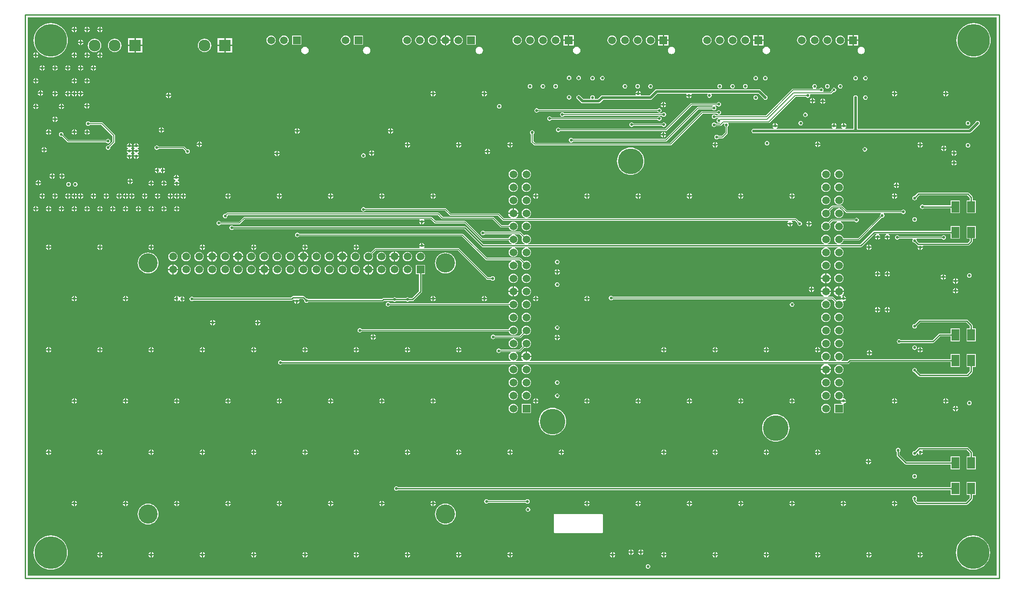
<source format=gbl>
G04*
G04 #@! TF.GenerationSoftware,Altium Limited,Altium Designer,18.1.11 (251)*
G04*
G04 Layer_Physical_Order=4*
G04 Layer_Color=16711680*
%FSLAX25Y25*%
%MOIN*%
G70*
G01*
G75*
%ADD12C,0.01000*%
%ADD14C,0.00984*%
%ADD17C,0.00600*%
%ADD83C,0.01968*%
%ADD84C,0.09055*%
%ADD85R,0.09055X0.09055*%
%ADD86C,0.19685*%
%ADD87C,0.05906*%
%ADD88R,0.05906X0.05906*%
%ADD89R,0.05906X0.05906*%
%ADD90C,0.14764*%
%ADD91C,0.25000*%
%ADD92C,0.02200*%
%ADD101R,0.05906X0.08661*%
G36*
X746063Y1969D02*
X1969D01*
Y431102D01*
X746063D01*
Y1969D01*
D02*
G37*
%LPC*%
G36*
X57980Y423695D02*
Y422154D01*
X59522D01*
X59459Y422473D01*
X58994Y423168D01*
X58300Y423632D01*
X57980Y423695D01*
D02*
G37*
G36*
X56980D02*
X56661Y423632D01*
X55966Y423168D01*
X55502Y422473D01*
X55439Y422154D01*
X56980D01*
Y423695D01*
D02*
G37*
G36*
X48138D02*
Y422154D01*
X49679D01*
X49616Y422473D01*
X49152Y423168D01*
X48457Y423632D01*
X48138Y423695D01*
D02*
G37*
G36*
X47138D02*
X46818Y423632D01*
X46124Y423168D01*
X45660Y422473D01*
X45596Y422154D01*
X47138D01*
Y423695D01*
D02*
G37*
G36*
X38295D02*
Y422154D01*
X39837D01*
X39773Y422473D01*
X39309Y423168D01*
X38615Y423632D01*
X38295Y423695D01*
D02*
G37*
G36*
X37295D02*
X36976Y423632D01*
X36281Y423168D01*
X35817Y422473D01*
X35754Y422154D01*
X37295D01*
Y423695D01*
D02*
G37*
G36*
X59522Y421154D02*
X57980D01*
Y419612D01*
X58300Y419675D01*
X58994Y420140D01*
X59459Y420834D01*
X59522Y421154D01*
D02*
G37*
G36*
X56980D02*
X55439D01*
X55502Y420834D01*
X55966Y420140D01*
X56661Y419675D01*
X56980Y419612D01*
Y421154D01*
D02*
G37*
G36*
X49679D02*
X48138D01*
Y419612D01*
X48457Y419675D01*
X49152Y420140D01*
X49616Y420834D01*
X49679Y421154D01*
D02*
G37*
G36*
X47138D02*
X45596D01*
X45660Y420834D01*
X46124Y420140D01*
X46818Y419675D01*
X47138Y419612D01*
Y421154D01*
D02*
G37*
G36*
X39837D02*
X38295D01*
Y419612D01*
X38615Y419675D01*
X39309Y420140D01*
X39773Y420834D01*
X39837Y421154D01*
D02*
G37*
G36*
X37295D02*
X35754D01*
X35817Y420834D01*
X36281Y420140D01*
X36976Y419675D01*
X37295Y419612D01*
Y421154D01*
D02*
G37*
G36*
X323335Y417307D02*
Y413886D01*
X326756D01*
X326686Y414418D01*
X326287Y415379D01*
X325654Y416205D01*
X324828Y416839D01*
X323867Y417237D01*
X323335Y417307D01*
D02*
G37*
G36*
X566945Y417339D02*
X563492D01*
Y413886D01*
X566945D01*
Y417339D01*
D02*
G37*
G36*
X322335Y417307D02*
X321803Y417237D01*
X320841Y416839D01*
X320016Y416205D01*
X319382Y415379D01*
X318984Y414418D01*
X318914Y413886D01*
X322335D01*
Y417307D01*
D02*
G37*
G36*
X562492Y417339D02*
X559039D01*
Y413886D01*
X562492D01*
Y417339D01*
D02*
G37*
G36*
X494110Y417339D02*
X490658D01*
Y413886D01*
X494110D01*
Y417339D01*
D02*
G37*
G36*
X489657D02*
X486205D01*
Y413886D01*
X489657D01*
Y417339D01*
D02*
G37*
G36*
X421276D02*
X417823D01*
Y413886D01*
X421276D01*
Y417339D01*
D02*
G37*
G36*
X416823D02*
X413370D01*
Y413886D01*
X416823D01*
Y417339D01*
D02*
G37*
G36*
X639780D02*
X636327D01*
Y413886D01*
X639780D01*
Y417339D01*
D02*
G37*
G36*
X635327D02*
X631874D01*
Y413886D01*
X635327D01*
Y417339D01*
D02*
G37*
G36*
X43216Y413853D02*
Y412311D01*
X44758D01*
X44695Y412630D01*
X44230Y413325D01*
X43536Y413789D01*
X43216Y413853D01*
D02*
G37*
G36*
X42217D02*
X41897Y413789D01*
X41203Y413325D01*
X40738Y412630D01*
X40675Y412311D01*
X42217D01*
Y413853D01*
D02*
G37*
G36*
X90016Y414976D02*
X84988D01*
Y409949D01*
X90016D01*
Y414976D01*
D02*
G37*
G36*
X158992D02*
X153965D01*
Y409949D01*
X158992D01*
Y414976D01*
D02*
G37*
G36*
X152965D02*
X147937D01*
Y409949D01*
X152965D01*
Y414976D01*
D02*
G37*
G36*
X83988D02*
X78961D01*
Y409949D01*
X83988D01*
Y414976D01*
D02*
G37*
G36*
X346072Y416939D02*
X338967D01*
Y409833D01*
X346072D01*
Y416939D01*
D02*
G37*
G36*
X259576D02*
X252471D01*
Y409833D01*
X259576D01*
Y416939D01*
D02*
G37*
G36*
X212214D02*
X205109D01*
Y409833D01*
X212214D01*
Y416939D01*
D02*
G37*
G36*
X553150Y416969D02*
X552222Y416847D01*
X551358Y416489D01*
X550616Y415920D01*
X550046Y415177D01*
X549688Y414313D01*
X549566Y413386D01*
X549688Y412458D01*
X550046Y411594D01*
X550616Y410852D01*
X551358Y410283D01*
X552222Y409925D01*
X553150Y409802D01*
X554077Y409925D01*
X554941Y410283D01*
X555684Y410852D01*
X556253Y411594D01*
X556611Y412458D01*
X556733Y413386D01*
X556611Y414313D01*
X556253Y415177D01*
X555684Y415920D01*
X554941Y416489D01*
X554077Y416847D01*
X553150Y416969D01*
D02*
G37*
G36*
X543307D02*
X542380Y416847D01*
X541515Y416489D01*
X540773Y415920D01*
X540204Y415177D01*
X539846Y414313D01*
X539724Y413386D01*
X539846Y412458D01*
X540204Y411594D01*
X540773Y410852D01*
X541515Y410283D01*
X542380Y409925D01*
X543307Y409802D01*
X544235Y409925D01*
X545099Y410283D01*
X545841Y410852D01*
X546410Y411594D01*
X546768Y412458D01*
X546890Y413386D01*
X546768Y414313D01*
X546410Y415177D01*
X545841Y415920D01*
X545099Y416489D01*
X544235Y416847D01*
X543307Y416969D01*
D02*
G37*
G36*
X533465D02*
X532537Y416847D01*
X531673Y416489D01*
X530931Y415920D01*
X530361Y415177D01*
X530003Y414313D01*
X529881Y413386D01*
X530003Y412458D01*
X530361Y411594D01*
X530931Y410852D01*
X531673Y410283D01*
X532537Y409925D01*
X533465Y409802D01*
X534392Y409925D01*
X535256Y410283D01*
X535998Y410852D01*
X536568Y411594D01*
X536926Y412458D01*
X537048Y413386D01*
X536926Y414313D01*
X536568Y415177D01*
X535998Y415920D01*
X535256Y416489D01*
X534392Y416847D01*
X533465Y416969D01*
D02*
G37*
G36*
X523622D02*
X522695Y416847D01*
X521830Y416489D01*
X521088Y415920D01*
X520519Y415177D01*
X520161Y414313D01*
X520039Y413386D01*
X520161Y412458D01*
X520519Y411594D01*
X521088Y410852D01*
X521830Y410283D01*
X522695Y409925D01*
X523622Y409802D01*
X524549Y409925D01*
X525414Y410283D01*
X526156Y410852D01*
X526725Y411594D01*
X527083Y412458D01*
X527206Y413386D01*
X527083Y414313D01*
X526725Y415177D01*
X526156Y415920D01*
X525414Y416489D01*
X524549Y416847D01*
X523622Y416969D01*
D02*
G37*
G36*
X625984Y416969D02*
X625057Y416847D01*
X624192Y416489D01*
X623450Y415920D01*
X622881Y415177D01*
X622523Y414313D01*
X622401Y413386D01*
X622523Y412458D01*
X622881Y411594D01*
X623450Y410852D01*
X624192Y410283D01*
X625057Y409925D01*
X625984Y409802D01*
X626912Y409925D01*
X627776Y410283D01*
X628518Y410852D01*
X629088Y411594D01*
X629446Y412458D01*
X629568Y413386D01*
X629446Y414313D01*
X629088Y415177D01*
X628518Y415920D01*
X627776Y416489D01*
X626912Y416847D01*
X625984Y416969D01*
D02*
G37*
G36*
X616142D02*
X615214Y416847D01*
X614350Y416489D01*
X613608Y415920D01*
X613038Y415177D01*
X612680Y414313D01*
X612558Y413386D01*
X612680Y412458D01*
X613038Y411594D01*
X613608Y410852D01*
X614350Y410283D01*
X615214Y409925D01*
X616142Y409802D01*
X617069Y409925D01*
X617933Y410283D01*
X618676Y410852D01*
X619245Y411594D01*
X619603Y412458D01*
X619725Y413386D01*
X619603Y414313D01*
X619245Y415177D01*
X618676Y415920D01*
X617933Y416489D01*
X617069Y416847D01*
X616142Y416969D01*
D02*
G37*
G36*
X606299D02*
X605372Y416847D01*
X604507Y416489D01*
X603765Y415920D01*
X603196Y415177D01*
X602838Y414313D01*
X602716Y413386D01*
X602838Y412458D01*
X603196Y411594D01*
X603765Y410852D01*
X604507Y410283D01*
X605372Y409925D01*
X606299Y409802D01*
X607227Y409925D01*
X608091Y410283D01*
X608833Y410852D01*
X609403Y411594D01*
X609761Y412458D01*
X609883Y413386D01*
X609761Y414313D01*
X609403Y415177D01*
X608833Y415920D01*
X608091Y416489D01*
X607227Y416847D01*
X606299Y416969D01*
D02*
G37*
G36*
X596457D02*
X595529Y416847D01*
X594665Y416489D01*
X593923Y415920D01*
X593353Y415177D01*
X592995Y414313D01*
X592873Y413386D01*
X592995Y412458D01*
X593353Y411594D01*
X593923Y410852D01*
X594665Y410283D01*
X595529Y409925D01*
X596457Y409802D01*
X597384Y409925D01*
X598248Y410283D01*
X598990Y410852D01*
X599560Y411594D01*
X599918Y412458D01*
X600040Y413386D01*
X599918Y414313D01*
X599560Y415177D01*
X598990Y415920D01*
X598248Y416489D01*
X597384Y416847D01*
X596457Y416969D01*
D02*
G37*
G36*
X480315D02*
X479388Y416847D01*
X478523Y416489D01*
X477781Y415920D01*
X477212Y415177D01*
X476854Y414313D01*
X476731Y413386D01*
X476854Y412458D01*
X477212Y411594D01*
X477781Y410852D01*
X478523Y410283D01*
X479388Y409925D01*
X480315Y409802D01*
X481242Y409925D01*
X482107Y410283D01*
X482849Y410852D01*
X483418Y411594D01*
X483776Y412458D01*
X483898Y413386D01*
X483776Y414313D01*
X483418Y415177D01*
X482849Y415920D01*
X482107Y416489D01*
X481242Y416847D01*
X480315Y416969D01*
D02*
G37*
G36*
X470472D02*
X469545Y416847D01*
X468681Y416489D01*
X467939Y415920D01*
X467369Y415177D01*
X467011Y414313D01*
X466889Y413386D01*
X467011Y412458D01*
X467369Y411594D01*
X467939Y410852D01*
X468681Y410283D01*
X469545Y409925D01*
X470472Y409802D01*
X471400Y409925D01*
X472264Y410283D01*
X473006Y410852D01*
X473576Y411594D01*
X473934Y412458D01*
X474056Y413386D01*
X473934Y414313D01*
X473576Y415177D01*
X473006Y415920D01*
X472264Y416489D01*
X471400Y416847D01*
X470472Y416969D01*
D02*
G37*
G36*
X460630D02*
X459702Y416847D01*
X458838Y416489D01*
X458096Y415920D01*
X457527Y415177D01*
X457169Y414313D01*
X457047Y413386D01*
X457169Y412458D01*
X457527Y411594D01*
X458096Y410852D01*
X458838Y410283D01*
X459702Y409925D01*
X460630Y409802D01*
X461557Y409925D01*
X462422Y410283D01*
X463164Y410852D01*
X463733Y411594D01*
X464091Y412458D01*
X464213Y413386D01*
X464091Y414313D01*
X463733Y415177D01*
X463164Y415920D01*
X462422Y416489D01*
X461557Y416847D01*
X460630Y416969D01*
D02*
G37*
G36*
X450787D02*
X449860Y416847D01*
X448996Y416489D01*
X448253Y415920D01*
X447684Y415177D01*
X447326Y414313D01*
X447204Y413386D01*
X447326Y412458D01*
X447684Y411594D01*
X448253Y410852D01*
X448996Y410283D01*
X449860Y409925D01*
X450787Y409802D01*
X451715Y409925D01*
X452579Y410283D01*
X453321Y410852D01*
X453891Y411594D01*
X454249Y412458D01*
X454371Y413386D01*
X454249Y414313D01*
X453891Y415177D01*
X453321Y415920D01*
X452579Y416489D01*
X451715Y416847D01*
X450787Y416969D01*
D02*
G37*
G36*
X407480D02*
X406553Y416847D01*
X405689Y416489D01*
X404947Y415920D01*
X404377Y415177D01*
X404019Y414313D01*
X403897Y413386D01*
X404019Y412458D01*
X404377Y411594D01*
X404947Y410852D01*
X405689Y410283D01*
X406553Y409925D01*
X407480Y409802D01*
X408408Y409925D01*
X409272Y410283D01*
X410014Y410852D01*
X410584Y411594D01*
X410942Y412458D01*
X411064Y413386D01*
X410942Y414313D01*
X410584Y415177D01*
X410014Y415920D01*
X409272Y416489D01*
X408408Y416847D01*
X407480Y416969D01*
D02*
G37*
G36*
X397638D02*
X396710Y416847D01*
X395846Y416489D01*
X395104Y415920D01*
X394534Y415177D01*
X394177Y414313D01*
X394054Y413386D01*
X394177Y412458D01*
X394534Y411594D01*
X395104Y410852D01*
X395846Y410283D01*
X396710Y409925D01*
X397638Y409802D01*
X398565Y409925D01*
X399429Y410283D01*
X400172Y410852D01*
X400741Y411594D01*
X401099Y412458D01*
X401221Y413386D01*
X401099Y414313D01*
X400741Y415177D01*
X400172Y415920D01*
X399429Y416489D01*
X398565Y416847D01*
X397638Y416969D01*
D02*
G37*
G36*
X387795D02*
X386868Y416847D01*
X386004Y416489D01*
X385261Y415920D01*
X384692Y415177D01*
X384334Y414313D01*
X384212Y413386D01*
X384334Y412458D01*
X384692Y411594D01*
X385261Y410852D01*
X386004Y410283D01*
X386868Y409925D01*
X387795Y409802D01*
X388723Y409925D01*
X389587Y410283D01*
X390329Y410852D01*
X390899Y411594D01*
X391257Y412458D01*
X391379Y413386D01*
X391257Y414313D01*
X390899Y415177D01*
X390329Y415920D01*
X389587Y416489D01*
X388723Y416847D01*
X387795Y416969D01*
D02*
G37*
G36*
X377953D02*
X377025Y416847D01*
X376161Y416489D01*
X375419Y415920D01*
X374849Y415177D01*
X374491Y414313D01*
X374369Y413386D01*
X374491Y412458D01*
X374849Y411594D01*
X375419Y410852D01*
X376161Y410283D01*
X377025Y409925D01*
X377953Y409802D01*
X378880Y409925D01*
X379745Y410283D01*
X380487Y410852D01*
X381056Y411594D01*
X381414Y412458D01*
X381536Y413386D01*
X381414Y414313D01*
X381056Y415177D01*
X380487Y415920D01*
X379745Y416489D01*
X378880Y416847D01*
X377953Y416969D01*
D02*
G37*
G36*
X332677D02*
X331750Y416847D01*
X330886Y416489D01*
X330143Y415920D01*
X329574Y415177D01*
X329216Y414313D01*
X329094Y413386D01*
X329216Y412458D01*
X329574Y411594D01*
X330143Y410852D01*
X330886Y410283D01*
X331750Y409925D01*
X332677Y409802D01*
X333605Y409925D01*
X334469Y410283D01*
X335211Y410852D01*
X335781Y411594D01*
X336139Y412458D01*
X336261Y413386D01*
X336139Y414313D01*
X335781Y415177D01*
X335211Y415920D01*
X334469Y416489D01*
X333605Y416847D01*
X332677Y416969D01*
D02*
G37*
G36*
X312992D02*
X312065Y416847D01*
X311200Y416489D01*
X310458Y415920D01*
X309889Y415177D01*
X309531Y414313D01*
X309409Y413386D01*
X309531Y412458D01*
X309889Y411594D01*
X310458Y410852D01*
X311200Y410283D01*
X312065Y409925D01*
X312992Y409802D01*
X313920Y409925D01*
X314784Y410283D01*
X315526Y410852D01*
X316095Y411594D01*
X316453Y412458D01*
X316576Y413386D01*
X316453Y414313D01*
X316095Y415177D01*
X315526Y415920D01*
X314784Y416489D01*
X313920Y416847D01*
X312992Y416969D01*
D02*
G37*
G36*
X303150D02*
X302222Y416847D01*
X301358Y416489D01*
X300616Y415920D01*
X300046Y415177D01*
X299688Y414313D01*
X299566Y413386D01*
X299688Y412458D01*
X300046Y411594D01*
X300616Y410852D01*
X301358Y410283D01*
X302222Y409925D01*
X303150Y409802D01*
X304077Y409925D01*
X304941Y410283D01*
X305683Y410852D01*
X306253Y411594D01*
X306611Y412458D01*
X306733Y413386D01*
X306611Y414313D01*
X306253Y415177D01*
X305683Y415920D01*
X304941Y416489D01*
X304077Y416847D01*
X303150Y416969D01*
D02*
G37*
G36*
X293307D02*
X292380Y416847D01*
X291515Y416489D01*
X290773Y415920D01*
X290204Y415177D01*
X289846Y414313D01*
X289724Y413386D01*
X289846Y412458D01*
X290204Y411594D01*
X290773Y410852D01*
X291515Y410283D01*
X292380Y409925D01*
X293307Y409802D01*
X294234Y409925D01*
X295099Y410283D01*
X295841Y410852D01*
X296410Y411594D01*
X296768Y412458D01*
X296890Y413386D01*
X296768Y414313D01*
X296410Y415177D01*
X295841Y415920D01*
X295099Y416489D01*
X294234Y416847D01*
X293307Y416969D01*
D02*
G37*
G36*
X246181D02*
X245254Y416847D01*
X244389Y416489D01*
X243647Y415920D01*
X243078Y415177D01*
X242720Y414313D01*
X242598Y413386D01*
X242720Y412458D01*
X243078Y411594D01*
X243647Y410852D01*
X244389Y410283D01*
X245254Y409925D01*
X246181Y409802D01*
X247109Y409925D01*
X247973Y410283D01*
X248715Y410852D01*
X249284Y411594D01*
X249642Y412458D01*
X249764Y413386D01*
X249642Y414313D01*
X249284Y415177D01*
X248715Y415920D01*
X247973Y416489D01*
X247109Y416847D01*
X246181Y416969D01*
D02*
G37*
G36*
X198819D02*
X197891Y416847D01*
X197027Y416489D01*
X196285Y415920D01*
X195716Y415177D01*
X195358Y414313D01*
X195236Y413386D01*
X195358Y412458D01*
X195716Y411594D01*
X196285Y410852D01*
X197027Y410283D01*
X197891Y409925D01*
X198819Y409802D01*
X199746Y409925D01*
X200611Y410283D01*
X201353Y410852D01*
X201922Y411594D01*
X202280Y412458D01*
X202402Y413386D01*
X202280Y414313D01*
X201922Y415177D01*
X201353Y415920D01*
X200611Y416489D01*
X199746Y416847D01*
X198819Y416969D01*
D02*
G37*
G36*
X188976D02*
X188049Y416847D01*
X187185Y416489D01*
X186442Y415920D01*
X185873Y415177D01*
X185515Y414313D01*
X185393Y413386D01*
X185515Y412458D01*
X185873Y411594D01*
X186442Y410852D01*
X187185Y410283D01*
X188049Y409925D01*
X188976Y409802D01*
X189904Y409925D01*
X190768Y410283D01*
X191510Y410852D01*
X192080Y411594D01*
X192438Y412458D01*
X192560Y413386D01*
X192438Y414313D01*
X192080Y415177D01*
X191510Y415920D01*
X190768Y416489D01*
X189904Y416847D01*
X188976Y416969D01*
D02*
G37*
G36*
X44758Y411311D02*
X43216D01*
Y409769D01*
X43536Y409833D01*
X44230Y410297D01*
X44695Y410992D01*
X44758Y411311D01*
D02*
G37*
G36*
X42217D02*
X40675D01*
X40738Y410992D01*
X41203Y410297D01*
X41897Y409833D01*
X42217Y409769D01*
Y411311D01*
D02*
G37*
G36*
X326756Y412886D02*
X323335D01*
Y409465D01*
X323867Y409535D01*
X324828Y409933D01*
X325654Y410567D01*
X326287Y411392D01*
X326686Y412354D01*
X326756Y412886D01*
D02*
G37*
G36*
X322335D02*
X318914D01*
X318984Y412354D01*
X319382Y411392D01*
X320016Y410567D01*
X320841Y409933D01*
X321803Y409535D01*
X322335Y409465D01*
Y412886D01*
D02*
G37*
G36*
X566945D02*
X563492D01*
Y409433D01*
X566945D01*
Y412886D01*
D02*
G37*
G36*
X562492D02*
X559039D01*
Y409433D01*
X562492D01*
Y412886D01*
D02*
G37*
G36*
X639780Y412886D02*
X636327D01*
Y409433D01*
X639780D01*
Y412886D01*
D02*
G37*
G36*
X635327D02*
X631874D01*
Y409433D01*
X635327D01*
Y412886D01*
D02*
G37*
G36*
X494110Y412886D02*
X490658D01*
Y409433D01*
X494110D01*
Y412886D01*
D02*
G37*
G36*
X489657D02*
X486205D01*
Y409433D01*
X489657D01*
Y412886D01*
D02*
G37*
G36*
X421276Y412886D02*
X417823D01*
Y409433D01*
X421276D01*
Y412886D01*
D02*
G37*
G36*
X416823D02*
X413370D01*
Y409433D01*
X416823D01*
Y412886D01*
D02*
G37*
G36*
X137874Y414621D02*
X136535Y414444D01*
X135288Y413928D01*
X134217Y413106D01*
X133395Y412035D01*
X132878Y410787D01*
X132702Y409449D01*
X132878Y408110D01*
X133395Y406863D01*
X134217Y405792D01*
X135288Y404970D01*
X136535Y404453D01*
X137874Y404277D01*
X139213Y404453D01*
X140460Y404970D01*
X141531Y405792D01*
X142353Y406863D01*
X142870Y408110D01*
X143046Y409449D01*
X142870Y410787D01*
X142353Y412035D01*
X141531Y413106D01*
X140460Y413928D01*
X139213Y414444D01*
X137874Y414621D01*
D02*
G37*
G36*
X68898D02*
X67559Y414444D01*
X66312Y413928D01*
X65241Y413106D01*
X64419Y412035D01*
X63902Y410787D01*
X63726Y409449D01*
X63902Y408110D01*
X64419Y406863D01*
X65241Y405792D01*
X66312Y404970D01*
X67559Y404453D01*
X68898Y404277D01*
X70236Y404453D01*
X71483Y404970D01*
X72555Y405792D01*
X73377Y406863D01*
X73893Y408110D01*
X74069Y409449D01*
X73893Y410787D01*
X73377Y412035D01*
X72555Y413106D01*
X71483Y413928D01*
X70236Y414444D01*
X68898Y414621D01*
D02*
G37*
G36*
X53307D02*
X51968Y414444D01*
X50721Y413928D01*
X49650Y413106D01*
X48828Y412035D01*
X48311Y410787D01*
X48135Y409449D01*
X48311Y408110D01*
X48828Y406863D01*
X49650Y405792D01*
X50721Y404970D01*
X51968Y404453D01*
X53307Y404277D01*
X54646Y404453D01*
X55893Y404970D01*
X56964Y405792D01*
X57786Y406863D01*
X58303Y408110D01*
X58479Y409449D01*
X58303Y410787D01*
X57786Y412035D01*
X56964Y413106D01*
X55893Y413928D01*
X54646Y414444D01*
X53307Y414621D01*
D02*
G37*
G36*
X158992Y408949D02*
X153965D01*
Y403921D01*
X158992D01*
Y408949D01*
D02*
G37*
G36*
X152965D02*
X147937D01*
Y403921D01*
X152965D01*
Y408949D01*
D02*
G37*
G36*
X90016D02*
X84988D01*
Y403921D01*
X90016D01*
Y408949D01*
D02*
G37*
G36*
X83988D02*
X78961D01*
Y403921D01*
X83988D01*
Y408949D01*
D02*
G37*
G36*
X569291Y408301D02*
X568569Y408206D01*
X567897Y407927D01*
X567319Y407484D01*
X566876Y406906D01*
X566597Y406234D01*
X566502Y405512D01*
X566597Y404790D01*
X566876Y404117D01*
X567319Y403540D01*
X567897Y403096D01*
X568569Y402818D01*
X569291Y402723D01*
X570013Y402818D01*
X570686Y403096D01*
X571264Y403540D01*
X571707Y404117D01*
X571985Y404790D01*
X572081Y405512D01*
X571985Y406234D01*
X571707Y406906D01*
X571264Y407484D01*
X570686Y407927D01*
X570013Y408206D01*
X569291Y408301D01*
D02*
G37*
G36*
X642126Y408301D02*
X641404Y408206D01*
X640731Y407927D01*
X640154Y407484D01*
X639711Y406906D01*
X639432Y406234D01*
X639337Y405512D01*
X639432Y404790D01*
X639711Y404117D01*
X640154Y403540D01*
X640731Y403096D01*
X641404Y402818D01*
X642126Y402723D01*
X642848Y402818D01*
X643521Y403096D01*
X644098Y403540D01*
X644542Y404117D01*
X644820Y404790D01*
X644915Y405512D01*
X644820Y406234D01*
X644542Y406906D01*
X644098Y407484D01*
X643521Y407927D01*
X642848Y408206D01*
X642126Y408301D01*
D02*
G37*
G36*
X496457D02*
X495735Y408206D01*
X495062Y407927D01*
X494484Y407484D01*
X494041Y406906D01*
X493762Y406234D01*
X493668Y405512D01*
X493762Y404790D01*
X494041Y404117D01*
X494484Y403540D01*
X495062Y403096D01*
X495735Y402818D01*
X496457Y402723D01*
X497179Y402818D01*
X497851Y403096D01*
X498429Y403540D01*
X498872Y404117D01*
X499151Y404790D01*
X499246Y405512D01*
X499151Y406234D01*
X498872Y406906D01*
X498429Y407484D01*
X497851Y407927D01*
X497179Y408206D01*
X496457Y408301D01*
D02*
G37*
G36*
X423622D02*
X422900Y408206D01*
X422227Y407927D01*
X421650Y407484D01*
X421207Y406906D01*
X420928Y406234D01*
X420833Y405512D01*
X420928Y404790D01*
X421207Y404117D01*
X421650Y403540D01*
X422227Y403096D01*
X422900Y402818D01*
X423622Y402723D01*
X424344Y402818D01*
X425017Y403096D01*
X425594Y403540D01*
X426038Y404117D01*
X426316Y404790D01*
X426411Y405512D01*
X426316Y406234D01*
X426038Y406906D01*
X425594Y407484D01*
X425017Y407927D01*
X424344Y408206D01*
X423622Y408301D01*
D02*
G37*
G36*
X348819D02*
X348097Y408206D01*
X347424Y407927D01*
X346847Y407484D01*
X346403Y406906D01*
X346125Y406234D01*
X346030Y405512D01*
X346125Y404790D01*
X346403Y404117D01*
X346847Y403540D01*
X347424Y403096D01*
X348097Y402818D01*
X348819Y402723D01*
X349541Y402818D01*
X350214Y403096D01*
X350791Y403540D01*
X351234Y404117D01*
X351513Y404790D01*
X351608Y405512D01*
X351513Y406234D01*
X351234Y406906D01*
X350791Y407484D01*
X350214Y407927D01*
X349541Y408206D01*
X348819Y408301D01*
D02*
G37*
G36*
X262323D02*
X261601Y408206D01*
X260928Y407927D01*
X260351Y407484D01*
X259907Y406906D01*
X259629Y406234D01*
X259534Y405512D01*
X259629Y404790D01*
X259907Y404117D01*
X260351Y403540D01*
X260928Y403096D01*
X261601Y402818D01*
X262323Y402723D01*
X263045Y402818D01*
X263717Y403096D01*
X264295Y403540D01*
X264738Y404117D01*
X265017Y404790D01*
X265112Y405512D01*
X265017Y406234D01*
X264738Y406906D01*
X264295Y407484D01*
X263717Y407927D01*
X263045Y408206D01*
X262323Y408301D01*
D02*
G37*
G36*
X214961D02*
X214239Y408206D01*
X213566Y407927D01*
X212988Y407484D01*
X212545Y406906D01*
X212266Y406234D01*
X212171Y405512D01*
X212266Y404790D01*
X212545Y404117D01*
X212988Y403540D01*
X213566Y403096D01*
X214239Y402818D01*
X214961Y402723D01*
X215683Y402818D01*
X216355Y403096D01*
X216933Y403540D01*
X217376Y404117D01*
X217655Y404790D01*
X217750Y405512D01*
X217655Y406234D01*
X217376Y406906D01*
X216933Y407484D01*
X216355Y407927D01*
X215683Y408206D01*
X214961Y408301D01*
D02*
G37*
G36*
X57980Y404010D02*
Y402468D01*
X59522D01*
X59459Y402788D01*
X58994Y403482D01*
X58300Y403947D01*
X57980Y404010D01*
D02*
G37*
G36*
X56980D02*
X56661Y403947D01*
X55966Y403482D01*
X55502Y402788D01*
X55439Y402468D01*
X56980D01*
Y404010D01*
D02*
G37*
G36*
X48138D02*
Y402468D01*
X49679D01*
X49616Y402788D01*
X49152Y403482D01*
X48457Y403947D01*
X48138Y404010D01*
D02*
G37*
G36*
X47138D02*
X46818Y403947D01*
X46124Y403482D01*
X45660Y402788D01*
X45596Y402468D01*
X47138D01*
Y404010D01*
D02*
G37*
G36*
X38295D02*
Y402468D01*
X39837D01*
X39773Y402788D01*
X39309Y403482D01*
X38615Y403947D01*
X38295Y404010D01*
D02*
G37*
G36*
X37295D02*
X36976Y403947D01*
X36281Y403482D01*
X35817Y402788D01*
X35754Y402468D01*
X37295D01*
Y404010D01*
D02*
G37*
G36*
X8768D02*
Y402468D01*
X10309D01*
X10246Y402788D01*
X9782Y403482D01*
X9087Y403947D01*
X8768Y404010D01*
D02*
G37*
G36*
X7768D02*
X7448Y403947D01*
X6754Y403482D01*
X6290Y402788D01*
X6226Y402468D01*
X7768D01*
Y404010D01*
D02*
G37*
G36*
X728346Y426526D02*
X726291Y426365D01*
X724286Y425883D01*
X722381Y425094D01*
X720623Y424017D01*
X719055Y422678D01*
X717716Y421110D01*
X716638Y419351D01*
X715849Y417447D01*
X715368Y415442D01*
X715206Y413386D01*
X715368Y411330D01*
X715849Y409325D01*
X716638Y407420D01*
X717716Y405662D01*
X719055Y404094D01*
X720623Y402755D01*
X722381Y401678D01*
X724286Y400888D01*
X726291Y400407D01*
X728346Y400245D01*
X730402Y400407D01*
X732407Y400888D01*
X734312Y401678D01*
X736070Y402755D01*
X737638Y404094D01*
X738977Y405662D01*
X740055Y407420D01*
X740844Y409325D01*
X741325Y411330D01*
X741487Y413386D01*
X741325Y415442D01*
X740844Y417447D01*
X740055Y419351D01*
X738977Y421110D01*
X737638Y422678D01*
X736070Y424017D01*
X734312Y425094D01*
X732407Y425883D01*
X730402Y426365D01*
X728346Y426526D01*
D02*
G37*
G36*
X19685D02*
X17629Y426365D01*
X15624Y425883D01*
X13719Y425094D01*
X11961Y424017D01*
X10393Y422678D01*
X9054Y421110D01*
X7977Y419351D01*
X7188Y417447D01*
X6706Y415442D01*
X6544Y413386D01*
X6706Y411330D01*
X7188Y409325D01*
X7977Y407420D01*
X9054Y405662D01*
X10393Y404094D01*
X11961Y402755D01*
X13719Y401678D01*
X15624Y400888D01*
X17629Y400407D01*
X19685Y400245D01*
X21741Y400407D01*
X23746Y400888D01*
X25651Y401678D01*
X27409Y402755D01*
X28977Y404094D01*
X30316Y405662D01*
X31393Y407420D01*
X32182Y409325D01*
X32664Y411330D01*
X32825Y413386D01*
X32664Y415442D01*
X32182Y417447D01*
X31393Y419351D01*
X30316Y421110D01*
X28977Y422678D01*
X27409Y424017D01*
X25651Y425094D01*
X23746Y425883D01*
X21741Y426365D01*
X19685Y426526D01*
D02*
G37*
G36*
X59522Y401469D02*
X57980D01*
Y399927D01*
X58300Y399990D01*
X58994Y400455D01*
X59459Y401149D01*
X59522Y401469D01*
D02*
G37*
G36*
X56980D02*
X55439D01*
X55502Y401149D01*
X55966Y400455D01*
X56661Y399990D01*
X56980Y399927D01*
Y401469D01*
D02*
G37*
G36*
X49679D02*
X48138D01*
Y399927D01*
X48457Y399990D01*
X49152Y400455D01*
X49616Y401149D01*
X49679Y401469D01*
D02*
G37*
G36*
X47138D02*
X45596D01*
X45660Y401149D01*
X46124Y400455D01*
X46818Y399990D01*
X47138Y399927D01*
Y401469D01*
D02*
G37*
G36*
X39837D02*
X38295D01*
Y399927D01*
X38615Y399990D01*
X39309Y400455D01*
X39773Y401149D01*
X39837Y401469D01*
D02*
G37*
G36*
X37295D02*
X35754D01*
X35817Y401149D01*
X36281Y400455D01*
X36976Y399990D01*
X37295Y399927D01*
Y401469D01*
D02*
G37*
G36*
X10309D02*
X8768D01*
Y399927D01*
X9087Y399990D01*
X9782Y400455D01*
X10246Y401149D01*
X10309Y401469D01*
D02*
G37*
G36*
X7768D02*
X6226D01*
X6290Y401149D01*
X6754Y400455D01*
X7448Y399990D01*
X7768Y399927D01*
Y401469D01*
D02*
G37*
G36*
X53059Y394168D02*
Y392626D01*
X54601D01*
X54537Y392945D01*
X54073Y393640D01*
X53378Y394104D01*
X53059Y394168D01*
D02*
G37*
G36*
X52059D02*
X51740Y394104D01*
X51045Y393640D01*
X50581Y392945D01*
X50517Y392626D01*
X52059D01*
Y394168D01*
D02*
G37*
G36*
X43216D02*
Y392626D01*
X44758D01*
X44695Y392945D01*
X44230Y393640D01*
X43536Y394104D01*
X43216Y394168D01*
D02*
G37*
G36*
X42217D02*
X41897Y394104D01*
X41203Y393640D01*
X40738Y392945D01*
X40675Y392626D01*
X42217D01*
Y394168D01*
D02*
G37*
G36*
X33374D02*
Y392626D01*
X34916D01*
X34852Y392945D01*
X34388Y393640D01*
X33693Y394104D01*
X33374Y394168D01*
D02*
G37*
G36*
X32374D02*
X32055Y394104D01*
X31360Y393640D01*
X30896Y392945D01*
X30832Y392626D01*
X32374D01*
Y394168D01*
D02*
G37*
G36*
X23531D02*
Y392626D01*
X25073D01*
X25010Y392945D01*
X24545Y393640D01*
X23851Y394104D01*
X23531Y394168D01*
D02*
G37*
G36*
X22532D02*
X22212Y394104D01*
X21518Y393640D01*
X21053Y392945D01*
X20990Y392626D01*
X22532D01*
Y394168D01*
D02*
G37*
G36*
X13689D02*
Y392626D01*
X15231D01*
X15167Y392945D01*
X14703Y393640D01*
X14008Y394104D01*
X13689Y394168D01*
D02*
G37*
G36*
X12689D02*
X12370Y394104D01*
X11675Y393640D01*
X11211Y392945D01*
X11147Y392626D01*
X12689D01*
Y394168D01*
D02*
G37*
G36*
X54601Y391626D02*
X53059D01*
Y390084D01*
X53378Y390148D01*
X54073Y390612D01*
X54537Y391307D01*
X54601Y391626D01*
D02*
G37*
G36*
X52059D02*
X50517D01*
X50581Y391307D01*
X51045Y390612D01*
X51740Y390148D01*
X52059Y390084D01*
Y391626D01*
D02*
G37*
G36*
X44758D02*
X43216D01*
Y390084D01*
X43536Y390148D01*
X44230Y390612D01*
X44695Y391307D01*
X44758Y391626D01*
D02*
G37*
G36*
X42217D02*
X40675D01*
X40738Y391307D01*
X41203Y390612D01*
X41897Y390148D01*
X42217Y390084D01*
Y391626D01*
D02*
G37*
G36*
X34916D02*
X33374D01*
Y390084D01*
X33693Y390148D01*
X34388Y390612D01*
X34852Y391307D01*
X34916Y391626D01*
D02*
G37*
G36*
X32374D02*
X30832D01*
X30896Y391307D01*
X31360Y390612D01*
X32055Y390148D01*
X32374Y390084D01*
Y391626D01*
D02*
G37*
G36*
X25073D02*
X23531D01*
Y390084D01*
X23851Y390148D01*
X24545Y390612D01*
X25010Y391307D01*
X25073Y391626D01*
D02*
G37*
G36*
X22532D02*
X20990D01*
X21053Y391307D01*
X21518Y390612D01*
X22212Y390148D01*
X22532Y390084D01*
Y391626D01*
D02*
G37*
G36*
X15231D02*
X13689D01*
Y390084D01*
X14008Y390148D01*
X14703Y390612D01*
X15167Y391307D01*
X15231Y391626D01*
D02*
G37*
G36*
X12689D02*
X11147D01*
X11211Y391307D01*
X11675Y390612D01*
X12370Y390148D01*
X12689Y390084D01*
Y391626D01*
D02*
G37*
G36*
X48138Y384325D02*
Y382784D01*
X49679D01*
X49616Y383103D01*
X49152Y383798D01*
X48457Y384262D01*
X48138Y384325D01*
D02*
G37*
G36*
X47138D02*
X46818Y384262D01*
X46124Y383798D01*
X45660Y383103D01*
X45596Y382784D01*
X47138D01*
Y384325D01*
D02*
G37*
G36*
X38295D02*
Y382784D01*
X39837D01*
X39773Y383103D01*
X39309Y383798D01*
X38615Y384262D01*
X38295Y384325D01*
D02*
G37*
G36*
X37295D02*
X36976Y384262D01*
X36281Y383798D01*
X35817Y383103D01*
X35754Y382784D01*
X37295D01*
Y384325D01*
D02*
G37*
G36*
X8768D02*
Y382784D01*
X10309D01*
X10246Y383103D01*
X9782Y383798D01*
X9087Y384262D01*
X8768Y384325D01*
D02*
G37*
G36*
X7768D02*
X7448Y384262D01*
X6754Y383798D01*
X6290Y383103D01*
X6226Y382784D01*
X7768D01*
Y384325D01*
D02*
G37*
G36*
X425197Y386182D02*
X424533Y386050D01*
X423971Y385675D01*
X423595Y385112D01*
X423463Y384449D01*
X423595Y383786D01*
X423971Y383223D01*
X424533Y382847D01*
X425197Y382716D01*
X425860Y382847D01*
X426422Y383223D01*
X426798Y383786D01*
X426930Y384449D01*
X426798Y385112D01*
X426422Y385675D01*
X425860Y386050D01*
X425197Y386182D01*
D02*
G37*
G36*
X417716D02*
X417053Y386050D01*
X416491Y385675D01*
X416115Y385112D01*
X415983Y384449D01*
X416115Y383786D01*
X416491Y383223D01*
X417053Y382847D01*
X417716Y382716D01*
X418379Y382847D01*
X418942Y383223D01*
X419318Y383786D01*
X419450Y384449D01*
X419318Y385112D01*
X418942Y385675D01*
X418379Y386050D01*
X417716Y386182D01*
D02*
G37*
G36*
X645276Y385985D02*
X644612Y385853D01*
X644050Y385478D01*
X643674Y384915D01*
X643542Y384252D01*
X643674Y383589D01*
X644050Y383026D01*
X644612Y382651D01*
X645276Y382519D01*
X645939Y382651D01*
X646501Y383026D01*
X646877Y383589D01*
X647009Y384252D01*
X646877Y384915D01*
X646501Y385478D01*
X645939Y385853D01*
X645276Y385985D01*
D02*
G37*
G36*
X637795D02*
X637132Y385853D01*
X636570Y385478D01*
X636194Y384915D01*
X636062Y384252D01*
X636194Y383589D01*
X636570Y383026D01*
X637132Y382651D01*
X637795Y382519D01*
X638459Y382651D01*
X639021Y383026D01*
X639397Y383589D01*
X639529Y384252D01*
X639397Y384915D01*
X639021Y385478D01*
X638459Y385853D01*
X637795Y385985D01*
D02*
G37*
G36*
X568504D02*
X567841Y385853D01*
X567278Y385478D01*
X566903Y384915D01*
X566771Y384252D01*
X566903Y383589D01*
X567278Y383026D01*
X567841Y382651D01*
X568504Y382519D01*
X569167Y382651D01*
X569730Y383026D01*
X570105Y383589D01*
X570237Y384252D01*
X570105Y384915D01*
X569730Y385478D01*
X569167Y385853D01*
X568504Y385985D01*
D02*
G37*
G36*
X561024D02*
X560360Y385853D01*
X559798Y385478D01*
X559422Y384915D01*
X559290Y384252D01*
X559422Y383589D01*
X559798Y383026D01*
X560360Y382651D01*
X561024Y382519D01*
X561687Y382651D01*
X562249Y383026D01*
X562625Y383589D01*
X562757Y384252D01*
X562625Y384915D01*
X562249Y385478D01*
X561687Y385853D01*
X561024Y385985D01*
D02*
G37*
G36*
X443307D02*
X442644Y385853D01*
X442081Y385478D01*
X441706Y384915D01*
X441574Y384252D01*
X441706Y383589D01*
X442081Y383026D01*
X442644Y382651D01*
X443307Y382519D01*
X443970Y382651D01*
X444533Y383026D01*
X444908Y383589D01*
X445040Y384252D01*
X444908Y384915D01*
X444533Y385478D01*
X443970Y385853D01*
X443307Y385985D01*
D02*
G37*
G36*
X435827D02*
X435163Y385853D01*
X434601Y385478D01*
X434225Y384915D01*
X434094Y384252D01*
X434225Y383589D01*
X434601Y383026D01*
X435163Y382651D01*
X435827Y382519D01*
X436490Y382651D01*
X437052Y383026D01*
X437428Y383589D01*
X437560Y384252D01*
X437428Y384915D01*
X437052Y385478D01*
X436490Y385853D01*
X435827Y385985D01*
D02*
G37*
G36*
X49679Y381784D02*
X48138D01*
Y380242D01*
X48457Y380305D01*
X49152Y380769D01*
X49616Y381464D01*
X49679Y381784D01*
D02*
G37*
G36*
X47138D02*
X45596D01*
X45660Y381464D01*
X46124Y380769D01*
X46818Y380305D01*
X47138Y380242D01*
Y381784D01*
D02*
G37*
G36*
X39837D02*
X38295D01*
Y380242D01*
X38615Y380305D01*
X39309Y380769D01*
X39773Y381464D01*
X39837Y381784D01*
D02*
G37*
G36*
X37295D02*
X35754D01*
X35817Y381464D01*
X36281Y380769D01*
X36976Y380305D01*
X37295Y380242D01*
Y381784D01*
D02*
G37*
G36*
X10309D02*
X8768D01*
Y380242D01*
X9087Y380305D01*
X9782Y380769D01*
X10246Y381464D01*
X10309Y381784D01*
D02*
G37*
G36*
X7768D02*
X6226D01*
X6290Y381464D01*
X6754Y380769D01*
X7448Y380305D01*
X7768Y380242D01*
Y381784D01*
D02*
G37*
G36*
X625985Y379718D02*
X625322Y379586D01*
X624759Y379210D01*
X624383Y378648D01*
X624252Y377985D01*
X624383Y377322D01*
X624759Y376759D01*
X625322Y376383D01*
X625985Y376252D01*
X626648Y376383D01*
X627211Y376759D01*
X627586Y377322D01*
X627718Y377985D01*
X627586Y378648D01*
X627211Y379210D01*
X626648Y379586D01*
X625985Y379718D01*
D02*
G37*
G36*
X616142D02*
X615479Y379586D01*
X614917Y379210D01*
X614541Y378648D01*
X614409Y377985D01*
X614541Y377322D01*
X614917Y376759D01*
X615479Y376383D01*
X616142Y376252D01*
X616806Y376383D01*
X617368Y376759D01*
X617744Y377322D01*
X617876Y377985D01*
X617744Y378648D01*
X617368Y379210D01*
X616806Y379586D01*
X616142Y379718D01*
D02*
G37*
G36*
X553150Y379687D02*
X552487Y379555D01*
X551925Y379179D01*
X551549Y378617D01*
X551417Y377953D01*
X551549Y377290D01*
X551925Y376728D01*
X552487Y376352D01*
X553150Y376220D01*
X553814Y376352D01*
X554376Y376728D01*
X554752Y377290D01*
X554884Y377953D01*
X554752Y378617D01*
X554376Y379179D01*
X553814Y379555D01*
X553150Y379687D01*
D02*
G37*
G36*
X543308D02*
X542644Y379555D01*
X542082Y379179D01*
X541706Y378617D01*
X541574Y377953D01*
X541706Y377290D01*
X542082Y376728D01*
X542644Y376352D01*
X543308Y376220D01*
X543971Y376352D01*
X544533Y376728D01*
X544909Y377290D01*
X545041Y377953D01*
X544909Y378617D01*
X544533Y379179D01*
X543971Y379555D01*
X543308Y379687D01*
D02*
G37*
G36*
X533465D02*
X532802Y379555D01*
X532240Y379179D01*
X531864Y378617D01*
X531732Y377953D01*
X531864Y377290D01*
X532240Y376728D01*
X532802Y376352D01*
X533465Y376220D01*
X534129Y376352D01*
X534691Y376728D01*
X535067Y377290D01*
X535198Y377953D01*
X535067Y378617D01*
X534691Y379179D01*
X534129Y379555D01*
X533465Y379687D01*
D02*
G37*
G36*
X480316Y379687D02*
X479652Y379555D01*
X479090Y379179D01*
X478714Y378617D01*
X478582Y377953D01*
X478714Y377290D01*
X479090Y376728D01*
X479652Y376352D01*
X480316Y376220D01*
X480979Y376352D01*
X481541Y376728D01*
X481917Y377290D01*
X482049Y377953D01*
X481917Y378617D01*
X481541Y379179D01*
X480979Y379555D01*
X480316Y379687D01*
D02*
G37*
G36*
X470473D02*
X469810Y379555D01*
X469247Y379179D01*
X468872Y378617D01*
X468740Y377953D01*
X468872Y377290D01*
X469247Y376728D01*
X469810Y376352D01*
X470473Y376220D01*
X471136Y376352D01*
X471699Y376728D01*
X472074Y377290D01*
X472206Y377953D01*
X472074Y378617D01*
X471699Y379179D01*
X471136Y379555D01*
X470473Y379687D01*
D02*
G37*
G36*
X460631D02*
X459967Y379555D01*
X459405Y379179D01*
X459029Y378617D01*
X458897Y377953D01*
X459029Y377290D01*
X459405Y376728D01*
X459967Y376352D01*
X460631Y376220D01*
X461294Y376352D01*
X461856Y376728D01*
X462232Y377290D01*
X462364Y377953D01*
X462232Y378617D01*
X461856Y379179D01*
X461294Y379555D01*
X460631Y379687D01*
D02*
G37*
G36*
X407481D02*
X406818Y379555D01*
X406255Y379179D01*
X405880Y378617D01*
X405748Y377953D01*
X405880Y377290D01*
X406255Y376728D01*
X406818Y376352D01*
X407481Y376220D01*
X408144Y376352D01*
X408707Y376728D01*
X409082Y377290D01*
X409214Y377953D01*
X409082Y378617D01*
X408707Y379179D01*
X408144Y379555D01*
X407481Y379687D01*
D02*
G37*
G36*
X397638D02*
X396975Y379555D01*
X396413Y379179D01*
X396037Y378617D01*
X395905Y377953D01*
X396037Y377290D01*
X396413Y376728D01*
X396975Y376352D01*
X397638Y376220D01*
X398302Y376352D01*
X398864Y376728D01*
X399240Y377290D01*
X399372Y377953D01*
X399240Y378617D01*
X398864Y379179D01*
X398302Y379555D01*
X397638Y379687D01*
D02*
G37*
G36*
X387796D02*
X387133Y379555D01*
X386570Y379179D01*
X386195Y378617D01*
X386063Y377953D01*
X386195Y377290D01*
X386570Y376728D01*
X387133Y376352D01*
X387796Y376220D01*
X388459Y376352D01*
X389021Y376728D01*
X389397Y377290D01*
X389529Y377953D01*
X389397Y378617D01*
X389021Y379179D01*
X388459Y379555D01*
X387796Y379687D01*
D02*
G37*
G36*
X606300D02*
X605637Y379555D01*
X605074Y379179D01*
X604699Y378617D01*
X604567Y377953D01*
X604699Y377290D01*
X605074Y376728D01*
X605244Y376614D01*
X605092Y376115D01*
X589764D01*
X589413Y376045D01*
X589115Y375846D01*
X568911Y355642D01*
X530565D01*
X530360Y355950D01*
X529797Y356326D01*
X529134Y356458D01*
X528471Y356326D01*
X527908Y355950D01*
X527532Y355388D01*
X527401Y354724D01*
X527532Y354061D01*
X527908Y353499D01*
X528471Y353123D01*
X529134Y352991D01*
X529797Y353123D01*
X530360Y353499D01*
X530565Y353807D01*
X532437D01*
X532449Y353799D01*
X532616Y353307D01*
X532597Y353292D01*
X532014Y353176D01*
X531452Y352800D01*
X531076Y352238D01*
X530944Y351575D01*
X531076Y350911D01*
X531452Y350349D01*
X532014Y349973D01*
X532677Y349841D01*
X533341Y349973D01*
X533525Y350097D01*
X533844Y349708D01*
X533478Y349343D01*
X530565D01*
X530360Y349651D01*
X529797Y350027D01*
X529134Y350159D01*
X528471Y350027D01*
X527908Y349651D01*
X527532Y349089D01*
X527401Y348425D01*
X527532Y347762D01*
X527908Y347200D01*
X528471Y346824D01*
X529134Y346692D01*
X529797Y346824D01*
X530360Y347200D01*
X530565Y347508D01*
X533858D01*
X534209Y347577D01*
X534507Y347776D01*
X536452Y349722D01*
X536807Y349683D01*
X537049Y349189D01*
X536981Y349089D01*
X536849Y348425D01*
X536981Y347762D01*
X537357Y347200D01*
X537665Y346994D01*
Y342506D01*
X535053Y339894D01*
X532534D01*
X532328Y340202D01*
X531766Y340578D01*
X531102Y340710D01*
X530439Y340578D01*
X529877Y340202D01*
X529501Y339640D01*
X529369Y338976D01*
X529501Y338313D01*
X529877Y337751D01*
X530439Y337375D01*
X531102Y337243D01*
X531766Y337375D01*
X532328Y337751D01*
X532534Y338059D01*
X535433D01*
X535784Y338129D01*
X536082Y338328D01*
X539231Y341477D01*
X539431Y341775D01*
X539500Y342126D01*
Y346994D01*
X539808Y347200D01*
X540184Y347762D01*
X540316Y348425D01*
X540184Y349089D01*
X539996Y349370D01*
X540263Y349870D01*
X571260D01*
X571611Y349940D01*
X571909Y350138D01*
X591719Y369949D01*
X599750D01*
X599956Y369640D01*
X600518Y369265D01*
X601181Y369133D01*
X601844Y369265D01*
X602407Y369640D01*
X602782Y370203D01*
X602914Y370866D01*
X602799Y371448D01*
X603044Y371949D01*
X618928D01*
X619280Y372018D01*
X619577Y372217D01*
X620896Y373536D01*
X621259Y373464D01*
X621922Y373595D01*
X622485Y373971D01*
X622861Y374534D01*
X622993Y375197D01*
X622861Y375860D01*
X622485Y376423D01*
X621922Y376798D01*
X621259Y376930D01*
X620596Y376798D01*
X620034Y376423D01*
X619658Y375860D01*
X619526Y375197D01*
X619598Y374833D01*
X618548Y373784D01*
X613119D01*
X612852Y374284D01*
X613019Y374534D01*
X613151Y375197D01*
X613019Y375860D01*
X612643Y376423D01*
X612081Y376798D01*
X611417Y376930D01*
X610754Y376798D01*
X610192Y376423D01*
X609986Y376115D01*
X607508D01*
X607356Y376614D01*
X607525Y376728D01*
X607901Y377290D01*
X608033Y377953D01*
X607901Y378617D01*
X607525Y379179D01*
X606963Y379555D01*
X606300Y379687D01*
D02*
G37*
G36*
X12311Y374876D02*
Y373335D01*
X13853D01*
X13789Y373654D01*
X13325Y374349D01*
X12630Y374813D01*
X12311Y374876D01*
D02*
G37*
G36*
X11311D02*
X10992Y374813D01*
X10297Y374349D01*
X9833Y373654D01*
X9769Y373335D01*
X11311D01*
Y374876D01*
D02*
G37*
G36*
X707587Y374483D02*
Y372941D01*
X709128D01*
X709065Y373260D01*
X708601Y373955D01*
X707906Y374419D01*
X707587Y374483D01*
D02*
G37*
G36*
X706587D02*
X706267Y374419D01*
X705573Y373955D01*
X705108Y373260D01*
X705045Y372941D01*
X706587D01*
Y374483D01*
D02*
G37*
G36*
X668217D02*
Y372941D01*
X669758D01*
X669695Y373260D01*
X669231Y373955D01*
X668536Y374419D01*
X668217Y374483D01*
D02*
G37*
G36*
X667217D02*
X666897Y374419D01*
X666202Y373955D01*
X665738Y373260D01*
X665675Y372941D01*
X667217D01*
Y374483D01*
D02*
G37*
G36*
X471366D02*
Y372941D01*
X472908D01*
X472844Y373260D01*
X472380Y373955D01*
X471686Y374419D01*
X471366Y374483D01*
D02*
G37*
G36*
X470366D02*
X470047Y374419D01*
X469352Y373955D01*
X468888Y373260D01*
X468824Y372941D01*
X470366D01*
Y374483D01*
D02*
G37*
G36*
X353256D02*
Y372941D01*
X354798D01*
X354734Y373260D01*
X354270Y373955D01*
X353575Y374419D01*
X353256Y374483D01*
D02*
G37*
G36*
X352256D02*
X351937Y374419D01*
X351242Y373955D01*
X350778Y373260D01*
X350714Y372941D01*
X352256D01*
Y374483D01*
D02*
G37*
G36*
X313886D02*
Y372941D01*
X315427D01*
X315364Y373260D01*
X314900Y373955D01*
X314205Y374419D01*
X313886Y374483D01*
D02*
G37*
G36*
X312886D02*
X312566Y374419D01*
X311872Y373955D01*
X311408Y373260D01*
X311344Y372941D01*
X312886D01*
Y374483D01*
D02*
G37*
G36*
X43216D02*
Y372941D01*
X44758D01*
X44695Y373260D01*
X44230Y373955D01*
X43536Y374419D01*
X43216Y374483D01*
D02*
G37*
G36*
X42217D02*
X41897Y374419D01*
X41203Y373955D01*
X40738Y373260D01*
X40675Y372941D01*
X42217D01*
Y374483D01*
D02*
G37*
G36*
X38295D02*
Y372941D01*
X39837D01*
X39773Y373260D01*
X39309Y373955D01*
X38615Y374419D01*
X38295Y374483D01*
D02*
G37*
G36*
X37295D02*
X36976Y374419D01*
X36281Y373955D01*
X35817Y373260D01*
X35754Y372941D01*
X37295D01*
Y374483D01*
D02*
G37*
G36*
X33374D02*
Y372941D01*
X34916D01*
X34852Y373260D01*
X34388Y373955D01*
X33693Y374419D01*
X33374Y374483D01*
D02*
G37*
G36*
X32374D02*
X32055Y374419D01*
X31360Y373955D01*
X30896Y373260D01*
X30832Y372941D01*
X32374D01*
Y374483D01*
D02*
G37*
G36*
X23531D02*
Y372941D01*
X25073D01*
X25010Y373260D01*
X24545Y373955D01*
X23851Y374419D01*
X23531Y374483D01*
D02*
G37*
G36*
X22532D02*
X22212Y374419D01*
X21518Y373955D01*
X21053Y373260D01*
X20990Y372941D01*
X22532D01*
Y374483D01*
D02*
G37*
G36*
X110736Y373104D02*
Y371562D01*
X112278D01*
X112214Y371881D01*
X111750Y372576D01*
X111056Y373040D01*
X110736Y373104D01*
D02*
G37*
G36*
X109736D02*
X109417Y373040D01*
X108722Y372576D01*
X108258Y371881D01*
X108194Y371562D01*
X109736D01*
Y373104D01*
D02*
G37*
G36*
X13853Y372335D02*
X12311D01*
Y370793D01*
X12630Y370856D01*
X13325Y371321D01*
X13789Y372015D01*
X13853Y372335D01*
D02*
G37*
G36*
X11311D02*
X9769D01*
X9833Y372015D01*
X10297Y371321D01*
X10992Y370856D01*
X11311Y370793D01*
Y372335D01*
D02*
G37*
G36*
X709128Y371941D02*
X707587D01*
Y370399D01*
X707906Y370463D01*
X708601Y370927D01*
X709065Y371622D01*
X709128Y371941D01*
D02*
G37*
G36*
X706587D02*
X705045D01*
X705108Y371622D01*
X705573Y370927D01*
X706267Y370463D01*
X706587Y370399D01*
Y371941D01*
D02*
G37*
G36*
X669758D02*
X668217D01*
Y370399D01*
X668536Y370463D01*
X669231Y370927D01*
X669695Y371622D01*
X669758Y371941D01*
D02*
G37*
G36*
X667217D02*
X665675D01*
X665738Y371622D01*
X666202Y370927D01*
X666897Y370463D01*
X667217Y370399D01*
Y371941D01*
D02*
G37*
G36*
X354798D02*
X353256D01*
Y370399D01*
X353575Y370463D01*
X354270Y370927D01*
X354734Y371622D01*
X354798Y371941D01*
D02*
G37*
G36*
X352256D02*
X350714D01*
X350778Y371622D01*
X351242Y370927D01*
X351937Y370463D01*
X352256Y370399D01*
Y371941D01*
D02*
G37*
G36*
X315427D02*
X313886D01*
Y370399D01*
X314205Y370463D01*
X314900Y370927D01*
X315364Y371622D01*
X315427Y371941D01*
D02*
G37*
G36*
X312886D02*
X311344D01*
X311408Y371622D01*
X311872Y370927D01*
X312566Y370463D01*
X312886Y370399D01*
Y371941D01*
D02*
G37*
G36*
X44758D02*
X43216D01*
Y370399D01*
X43536Y370463D01*
X44230Y370927D01*
X44695Y371622D01*
X44758Y371941D01*
D02*
G37*
G36*
X42217D02*
X40675D01*
X40738Y371622D01*
X41203Y370927D01*
X41897Y370463D01*
X42217Y370399D01*
Y371941D01*
D02*
G37*
G36*
X39837D02*
X38295D01*
Y370399D01*
X38615Y370463D01*
X39309Y370927D01*
X39773Y371622D01*
X39837Y371941D01*
D02*
G37*
G36*
X37295D02*
X35754D01*
X35817Y371622D01*
X36281Y370927D01*
X36976Y370463D01*
X37295Y370399D01*
Y371941D01*
D02*
G37*
G36*
X34916D02*
X33374D01*
Y370399D01*
X33693Y370463D01*
X34388Y370927D01*
X34852Y371622D01*
X34916Y371941D01*
D02*
G37*
G36*
X32374D02*
X30832D01*
X30896Y371622D01*
X31360Y370927D01*
X32055Y370463D01*
X32374Y370399D01*
Y371941D01*
D02*
G37*
G36*
X25073D02*
X23531D01*
Y370399D01*
X23851Y370463D01*
X24545Y370927D01*
X25010Y371622D01*
X25073Y371941D01*
D02*
G37*
G36*
X22532D02*
X20990D01*
X21053Y371622D01*
X21518Y370927D01*
X22212Y370463D01*
X22532Y370399D01*
Y371941D01*
D02*
G37*
G36*
X112278Y370562D02*
X110736D01*
Y369020D01*
X111056Y369084D01*
X111750Y369548D01*
X112214Y370243D01*
X112278Y370562D01*
D02*
G37*
G36*
X109736D02*
X108194D01*
X108258Y370243D01*
X108722Y369548D01*
X109417Y369084D01*
X109736Y369020D01*
Y370562D01*
D02*
G37*
G36*
X511884Y370366D02*
X510342D01*
Y368824D01*
X510662Y368887D01*
X511356Y369352D01*
X511820Y370046D01*
X511884Y370366D01*
D02*
G37*
G36*
X509342D02*
X507800D01*
X507864Y370046D01*
X508328Y369352D01*
X509023Y368887D01*
X509342Y368824D01*
Y370366D01*
D02*
G37*
G36*
X417717Y371221D02*
X417054Y371089D01*
X416491Y370713D01*
X416116Y370151D01*
X415984Y369488D01*
X416116Y368825D01*
X416491Y368262D01*
X417054Y367886D01*
X417717Y367755D01*
X418380Y367886D01*
X418942Y368262D01*
X419318Y368825D01*
X419450Y369488D01*
X419318Y370151D01*
X418942Y370713D01*
X418380Y371089D01*
X417717Y371221D01*
D02*
G37*
G36*
X645276Y371024D02*
X644613Y370892D01*
X644051Y370517D01*
X643675Y369954D01*
X643543Y369291D01*
X643675Y368628D01*
X644051Y368065D01*
X644613Y367690D01*
X645276Y367558D01*
X645939Y367690D01*
X646502Y368065D01*
X646878Y368628D01*
X647010Y369291D01*
X646878Y369954D01*
X646502Y370517D01*
X645939Y370892D01*
X645276Y371024D01*
D02*
G37*
G36*
X563780Y375631D02*
X485039D01*
X484421Y375508D01*
X483897Y375158D01*
X479646Y370906D01*
X472968D01*
X472701Y371406D01*
X472844Y371622D01*
X472908Y371941D01*
X468824D01*
X468888Y371622D01*
X469032Y371406D01*
X468765Y370906D01*
X443901D01*
X443308Y371024D01*
X442644Y370892D01*
X442082Y370517D01*
X441748Y370017D01*
X439882Y368151D01*
X437686D01*
X437427Y368562D01*
X437433Y368651D01*
X437561Y369291D01*
X437429Y369954D01*
X437053Y370517D01*
X436491Y370892D01*
X435827Y371024D01*
X435164Y370892D01*
X434602Y370517D01*
X434226Y369954D01*
X434094Y369291D01*
X434222Y368651D01*
X434228Y368562D01*
X433969Y368151D01*
X428819D01*
X426759Y370211D01*
X426423Y370713D01*
X425861Y371089D01*
X425197Y371221D01*
X424534Y371089D01*
X423972Y370713D01*
X423596Y370151D01*
X423464Y369488D01*
X423596Y368825D01*
X423972Y368262D01*
X424474Y367926D01*
X427007Y365393D01*
X427531Y365043D01*
X428150Y364920D01*
X440551D01*
X441169Y365043D01*
X441693Y365393D01*
X443976Y367676D01*
X480315D01*
X480933Y367799D01*
X481457Y368149D01*
X485708Y372400D01*
X507741D01*
X508008Y371901D01*
X507864Y371685D01*
X507800Y371365D01*
X511884D01*
X511820Y371685D01*
X511676Y371901D01*
X511944Y372400D01*
X523995D01*
X524237Y371901D01*
X523989Y371529D01*
X523857Y370866D01*
X523989Y370203D01*
X524365Y369640D01*
X524927Y369265D01*
X525591Y369133D01*
X526254Y369265D01*
X526816Y369640D01*
X527192Y370203D01*
X527324Y370866D01*
X527192Y371529D01*
X526944Y371901D01*
X527186Y372400D01*
X563111D01*
X566943Y368568D01*
X567279Y368065D01*
X567841Y367690D01*
X568505Y367558D01*
X569168Y367690D01*
X569730Y368065D01*
X570106Y368628D01*
X570238Y369291D01*
X570106Y369954D01*
X569730Y370517D01*
X569227Y370853D01*
X564922Y375158D01*
X564398Y375508D01*
X563780Y375631D01*
D02*
G37*
G36*
X561024Y371024D02*
X560361Y370892D01*
X559799Y370517D01*
X559423Y369954D01*
X559291Y369291D01*
X559423Y368628D01*
X559799Y368065D01*
X560361Y367690D01*
X561024Y367558D01*
X561688Y367690D01*
X562250Y368065D01*
X562626Y368628D01*
X562758Y369291D01*
X562626Y369954D01*
X562250Y370517D01*
X561688Y370892D01*
X561024Y371024D01*
D02*
G37*
G36*
X605224Y368971D02*
Y367429D01*
X606766D01*
X606702Y367749D01*
X606238Y368443D01*
X605543Y368908D01*
X605224Y368971D01*
D02*
G37*
G36*
X604224D02*
X603904Y368908D01*
X603210Y368443D01*
X602746Y367749D01*
X602682Y367429D01*
X604224D01*
Y368971D01*
D02*
G37*
G36*
X613098Y368578D02*
Y367036D01*
X614640D01*
X614576Y367355D01*
X614112Y368050D01*
X613417Y368514D01*
X613098Y368578D01*
D02*
G37*
G36*
X612098D02*
X611778Y368514D01*
X611084Y368050D01*
X610620Y367355D01*
X610556Y367036D01*
X612098D01*
Y368578D01*
D02*
G37*
G36*
X606766Y366429D02*
X605224D01*
Y364888D01*
X605543Y364951D01*
X606238Y365416D01*
X606702Y366110D01*
X606766Y366429D01*
D02*
G37*
G36*
X604224D02*
X602682D01*
X602746Y366110D01*
X603210Y365416D01*
X603904Y364951D01*
X604224Y364888D01*
Y366429D01*
D02*
G37*
G36*
X614640Y366036D02*
X613098D01*
Y364494D01*
X613417Y364558D01*
X614112Y365022D01*
X614576Y365716D01*
X614640Y366036D01*
D02*
G37*
G36*
X612098D02*
X610556D01*
X610620Y365716D01*
X611084Y365022D01*
X611778Y364558D01*
X612098Y364494D01*
Y366036D01*
D02*
G37*
G36*
X490658Y365920D02*
Y364378D01*
X492199D01*
X492136Y364697D01*
X491672Y365392D01*
X490977Y365856D01*
X490658Y365920D01*
D02*
G37*
G36*
X489657D02*
X489338Y365856D01*
X488644Y365392D01*
X488179Y364697D01*
X488116Y364378D01*
X489657D01*
Y365920D01*
D02*
G37*
G36*
X48039Y365132D02*
Y363591D01*
X49581D01*
X49518Y363910D01*
X49053Y364605D01*
X48359Y365069D01*
X48039Y365132D01*
D02*
G37*
G36*
X47039D02*
X46720Y365069D01*
X46025Y364605D01*
X45561Y363910D01*
X45498Y363591D01*
X47039D01*
Y365132D01*
D02*
G37*
G36*
X28453Y364640D02*
Y363098D01*
X29994D01*
X29931Y363418D01*
X29467Y364112D01*
X28772Y364577D01*
X28453Y364640D01*
D02*
G37*
G36*
X27453D02*
X27133Y364577D01*
X26439Y364112D01*
X25975Y363418D01*
X25911Y363098D01*
X27453D01*
Y364640D01*
D02*
G37*
G36*
X8768D02*
Y363098D01*
X10309D01*
X10246Y363418D01*
X9782Y364112D01*
X9087Y364577D01*
X8768Y364640D01*
D02*
G37*
G36*
X7768D02*
X7448Y364577D01*
X6754Y364112D01*
X6290Y363418D01*
X6226Y363098D01*
X7768D01*
Y364640D01*
D02*
G37*
G36*
X532677Y365907D02*
X532014Y365775D01*
X531452Y365399D01*
X531246Y365091D01*
X511811D01*
X511460Y365021D01*
X511162Y364822D01*
X491746Y345406D01*
X410880Y345406D01*
X410674Y345714D01*
X410112Y346090D01*
X409449Y346221D01*
X408785Y346090D01*
X408223Y345714D01*
X407847Y345151D01*
X407716Y344488D01*
X407847Y343825D01*
X408223Y343263D01*
X408785Y342887D01*
X409449Y342755D01*
X410112Y342887D01*
X410674Y343263D01*
X410880Y343571D01*
X492126Y343571D01*
X492477Y343640D01*
X492775Y343839D01*
X512191Y363256D01*
X528073D01*
X528224Y362756D01*
X527908Y362544D01*
X527702Y362236D01*
X516831D01*
X516479Y362167D01*
X516182Y361968D01*
X491746Y337532D01*
X420723Y337532D01*
X420517Y337840D01*
X419955Y338215D01*
X419291Y338348D01*
X418628Y338215D01*
X418066Y337840D01*
X417690Y337278D01*
X417558Y336614D01*
X417690Y335951D01*
X418066Y335388D01*
X418628Y335013D01*
X419016Y334936D01*
X419088Y334921D01*
X419040Y334432D01*
X419040D01*
X419040Y334432D01*
X418544Y334421D01*
X391699D01*
X390288Y335833D01*
Y341088D01*
X390596Y341294D01*
X390971Y341856D01*
X391103Y342520D01*
X390971Y343183D01*
X390596Y343745D01*
X390033Y344121D01*
X389370Y344253D01*
X388707Y344121D01*
X388144Y343745D01*
X387769Y343183D01*
X387637Y342520D01*
X387769Y341856D01*
X388144Y341294D01*
X388452Y341088D01*
Y335453D01*
X388522Y335102D01*
X388721Y334804D01*
X390670Y332855D01*
X390968Y332656D01*
X391319Y332586D01*
X495709Y332586D01*
X496060Y332656D01*
X496357Y332855D01*
X520459Y356956D01*
X531246D01*
X531452Y356648D01*
X532014Y356273D01*
X532677Y356141D01*
X533341Y356273D01*
X533903Y356648D01*
X534278Y357211D01*
X534410Y357874D01*
X534278Y358537D01*
X533903Y359100D01*
X533341Y359475D01*
X532677Y359607D01*
X532014Y359475D01*
X531452Y359100D01*
X531246Y358792D01*
X520079D01*
X519728Y358722D01*
X519430Y358523D01*
X495329Y334421D01*
X420038Y334421D01*
X419543Y334432D01*
X419543Y334432D01*
X419543D01*
X419494Y334921D01*
X419567Y334936D01*
X419955Y335013D01*
X420517Y335388D01*
X420723Y335697D01*
X492126Y335697D01*
X492477Y335766D01*
X492775Y335965D01*
X517211Y360401D01*
X527702D01*
X527908Y360093D01*
X528471Y359717D01*
X529134Y359586D01*
X529797Y359717D01*
X530360Y360093D01*
X530735Y360656D01*
X530867Y361319D01*
X530735Y361982D01*
X530360Y362544D01*
X530044Y362756D01*
X530195Y363256D01*
X531246D01*
X531452Y362948D01*
X532014Y362572D01*
X532677Y362440D01*
X533341Y362572D01*
X533903Y362948D01*
X534278Y363510D01*
X534410Y364173D01*
X534278Y364837D01*
X533903Y365399D01*
X533341Y365775D01*
X532677Y365907D01*
D02*
G37*
G36*
X492199Y363378D02*
X490658D01*
Y361836D01*
X490977Y361900D01*
X491672Y362364D01*
X492136Y363059D01*
X492199Y363378D01*
D02*
G37*
G36*
X489657D02*
X488116D01*
X488179Y363059D01*
X488644Y362364D01*
X489338Y361900D01*
X489657Y361836D01*
Y363378D01*
D02*
G37*
G36*
X49581Y362591D02*
X48039D01*
Y361049D01*
X48359Y361112D01*
X49053Y361577D01*
X49518Y362271D01*
X49581Y362591D01*
D02*
G37*
G36*
X47039D02*
X45498D01*
X45561Y362271D01*
X46025Y361577D01*
X46720Y361112D01*
X47039Y361049D01*
Y362591D01*
D02*
G37*
G36*
X364173Y364332D02*
X363510Y364200D01*
X362948Y363824D01*
X362572Y363262D01*
X362440Y362598D01*
X362572Y361935D01*
X362948Y361373D01*
X363510Y360997D01*
X364173Y360865D01*
X364837Y360997D01*
X365399Y361373D01*
X365775Y361935D01*
X365907Y362598D01*
X365775Y363262D01*
X365399Y363824D01*
X364837Y364200D01*
X364173Y364332D01*
D02*
G37*
G36*
X29994Y362098D02*
X28453D01*
Y360557D01*
X28772Y360620D01*
X29467Y361084D01*
X29931Y361779D01*
X29994Y362098D01*
D02*
G37*
G36*
X27453D02*
X25911D01*
X25975Y361779D01*
X26439Y361084D01*
X27133Y360620D01*
X27453Y360557D01*
Y362098D01*
D02*
G37*
G36*
X10309D02*
X8768D01*
Y360557D01*
X9087Y360620D01*
X9782Y361084D01*
X10246Y361779D01*
X10309Y362098D01*
D02*
G37*
G36*
X7768D02*
X6226D01*
X6290Y361779D01*
X6754Y361084D01*
X7448Y360620D01*
X7768Y360557D01*
Y362098D01*
D02*
G37*
G36*
X487008Y361182D02*
X486345Y361050D01*
X485782Y360674D01*
X485576Y360366D01*
X394345Y360366D01*
X394139Y360674D01*
X393577Y361050D01*
X392913Y361182D01*
X392250Y361050D01*
X391688Y360674D01*
X391312Y360112D01*
X391180Y359449D01*
X391312Y358786D01*
X391688Y358223D01*
X392250Y357847D01*
X392913Y357716D01*
X393577Y357847D01*
X394139Y358223D01*
X394345Y358531D01*
X485576Y358531D01*
X485782Y358223D01*
X486345Y357847D01*
X487008Y357716D01*
X487671Y357847D01*
X488234Y358223D01*
X488609Y358786D01*
X488741Y359449D01*
X488609Y360112D01*
X488234Y360674D01*
X487671Y361050D01*
X487008Y361182D01*
D02*
G37*
G36*
X490551Y358032D02*
X489888Y357901D01*
X489326Y357525D01*
X489120Y357217D01*
X414030Y357217D01*
X413824Y357525D01*
X413262Y357901D01*
X412598Y358032D01*
X411935Y357901D01*
X411373Y357525D01*
X410997Y356962D01*
X410865Y356299D01*
X410997Y355636D01*
X411373Y355074D01*
X411935Y354698D01*
X412598Y354566D01*
X413262Y354698D01*
X413824Y355074D01*
X414030Y355382D01*
X489120Y355382D01*
X489326Y355074D01*
X489888Y354698D01*
X490551Y354566D01*
X491215Y354698D01*
X491777Y355074D01*
X492153Y355636D01*
X492284Y356299D01*
X492153Y356962D01*
X491777Y357525D01*
X491215Y357901D01*
X490551Y358032D01*
D02*
G37*
G36*
X599213Y357836D02*
X598549Y357704D01*
X597987Y357328D01*
X597611Y356766D01*
X597479Y356102D01*
X597611Y355439D01*
X597987Y354877D01*
X598549Y354501D01*
X599213Y354369D01*
X599876Y354501D01*
X600438Y354877D01*
X600814Y355439D01*
X600946Y356102D01*
X600814Y356766D01*
X600438Y357328D01*
X599876Y357704D01*
X599213Y357836D01*
D02*
G37*
G36*
X487008Y354883D02*
X486345Y354751D01*
X485782Y354375D01*
X485576Y354067D01*
X404187Y354067D01*
X403981Y354375D01*
X403419Y354751D01*
X402756Y354883D01*
X402093Y354751D01*
X401530Y354375D01*
X401155Y353813D01*
X401023Y353150D01*
X401155Y352486D01*
X401530Y351924D01*
X402093Y351548D01*
X402756Y351416D01*
X403419Y351548D01*
X403981Y351924D01*
X404187Y352232D01*
X485576Y352232D01*
X485782Y351924D01*
X486345Y351548D01*
X487008Y351416D01*
X487671Y351548D01*
X488234Y351924D01*
X488609Y352486D01*
X488741Y353150D01*
X488609Y353813D01*
X488234Y354375D01*
X487671Y354751D01*
X487008Y354883D01*
D02*
G37*
G36*
X23531Y354798D02*
Y353256D01*
X25073D01*
X25010Y353575D01*
X24545Y354270D01*
X23851Y354734D01*
X23531Y354798D01*
D02*
G37*
G36*
X22532D02*
X22212Y354734D01*
X21518Y354270D01*
X21053Y353575D01*
X20990Y353256D01*
X22532D01*
Y354798D01*
D02*
G37*
G36*
X25073Y352256D02*
X23531D01*
Y350714D01*
X23851Y350778D01*
X24545Y351242D01*
X25010Y351937D01*
X25073Y352256D01*
D02*
G37*
G36*
X22532D02*
X20990D01*
X21053Y351937D01*
X21518Y351242D01*
X22212Y350778D01*
X22532Y350714D01*
Y352256D01*
D02*
G37*
G36*
X490551Y350257D02*
X489888Y350125D01*
X489326Y349749D01*
X489120Y349441D01*
X467179D01*
X466974Y349749D01*
X466411Y350125D01*
X465748Y350257D01*
X465085Y350125D01*
X464522Y349749D01*
X464147Y349187D01*
X464015Y348524D01*
X464147Y347860D01*
X464522Y347298D01*
X465085Y346922D01*
X465748Y346790D01*
X466411Y346922D01*
X466974Y347298D01*
X467179Y347606D01*
X489120D01*
X489326Y347298D01*
X489888Y346922D01*
X490551Y346790D01*
X491215Y346922D01*
X491777Y347298D01*
X492153Y347860D01*
X492284Y348524D01*
X492153Y349187D01*
X491777Y349749D01*
X491215Y350125D01*
X490551Y350257D01*
D02*
G37*
G36*
X629240Y349680D02*
Y348138D01*
X630781D01*
X630718Y348458D01*
X630254Y349152D01*
X629559Y349616D01*
X629240Y349680D01*
D02*
G37*
G36*
X628239D02*
X627920Y349616D01*
X627225Y349152D01*
X626761Y348458D01*
X626698Y348138D01*
X628239D01*
Y349680D01*
D02*
G37*
G36*
X621759Y349680D02*
Y348138D01*
X623301D01*
X623237Y348458D01*
X622773Y349152D01*
X622079Y349616D01*
X621759Y349680D01*
D02*
G37*
G36*
X620759D02*
X620440Y349616D01*
X619745Y349152D01*
X619281Y348458D01*
X619217Y348138D01*
X620759D01*
Y349680D01*
D02*
G37*
G36*
X576484Y349680D02*
Y348138D01*
X578026D01*
X577962Y348458D01*
X577498Y349152D01*
X576803Y349616D01*
X576484Y349680D01*
D02*
G37*
G36*
X575484D02*
X575165Y349616D01*
X574470Y349152D01*
X574006Y348458D01*
X573942Y348138D01*
X575484D01*
Y349680D01*
D02*
G37*
G36*
X595669Y351438D02*
X595005Y351306D01*
X594443Y350930D01*
X594067Y350368D01*
X593935Y349705D01*
X594067Y349041D01*
X594443Y348479D01*
X595005Y348103D01*
X595669Y347971D01*
X596332Y348103D01*
X596894Y348479D01*
X597270Y349041D01*
X597402Y349705D01*
X597270Y350368D01*
X596894Y350930D01*
X596332Y351306D01*
X595669Y351438D01*
D02*
G37*
G36*
X724016Y351340D02*
X723352Y351208D01*
X722790Y350832D01*
X722414Y350270D01*
X722282Y349606D01*
X722414Y348943D01*
X722790Y348381D01*
X723352Y348005D01*
X724016Y347873D01*
X724679Y348005D01*
X725241Y348381D01*
X725617Y348943D01*
X725749Y349606D01*
X725617Y350270D01*
X725241Y350832D01*
X724679Y351208D01*
X724016Y351340D01*
D02*
G37*
G36*
X637796Y371024D02*
X637133Y370892D01*
X636570Y370517D01*
X636195Y369954D01*
X636063Y369291D01*
X636181Y368698D01*
Y345316D01*
X629944D01*
X629792Y345816D01*
X630254Y346124D01*
X630718Y346819D01*
X630781Y347138D01*
X626698D01*
X626761Y346819D01*
X627225Y346124D01*
X627687Y345816D01*
X627535Y345316D01*
X622464D01*
X622312Y345816D01*
X622773Y346124D01*
X623237Y346819D01*
X623301Y347138D01*
X619217D01*
X619281Y346819D01*
X619745Y346124D01*
X620206Y345816D01*
X620054Y345316D01*
X577189D01*
X577037Y345816D01*
X577498Y346124D01*
X577962Y346819D01*
X578026Y347138D01*
X573942D01*
X574006Y346819D01*
X574470Y346124D01*
X574931Y345816D01*
X574779Y345316D01*
X560181D01*
X559587Y345434D01*
X558924Y345302D01*
X558362Y344926D01*
X557986Y344364D01*
X557854Y343701D01*
X557986Y343038D01*
X558362Y342475D01*
X558924Y342099D01*
X559587Y341968D01*
X560181Y342086D01*
X725591D01*
X726209Y342209D01*
X726733Y342559D01*
X732219Y348045D01*
X732722Y348381D01*
X733097Y348943D01*
X733229Y349606D01*
X733097Y350270D01*
X732722Y350832D01*
X732159Y351208D01*
X731496Y351340D01*
X730833Y351208D01*
X730270Y350832D01*
X729934Y350329D01*
X724922Y345316D01*
X639411D01*
Y368698D01*
X639529Y369291D01*
X639397Y369954D01*
X639022Y370517D01*
X638459Y370892D01*
X637796Y371024D01*
D02*
G37*
G36*
X105224Y346530D02*
Y344988D01*
X106766D01*
X106703Y345308D01*
X106238Y346003D01*
X105544Y346467D01*
X105224Y346530D01*
D02*
G37*
G36*
X104224D02*
X103905Y346467D01*
X103210Y346003D01*
X102746Y345308D01*
X102683Y344988D01*
X104224D01*
Y346530D01*
D02*
G37*
G36*
X281209Y345742D02*
Y344200D01*
X282751D01*
X282687Y344520D01*
X282223Y345215D01*
X281528Y345679D01*
X281209Y345742D01*
D02*
G37*
G36*
X280209D02*
X279890Y345679D01*
X279195Y345215D01*
X278731Y344520D01*
X278667Y344200D01*
X280209D01*
Y345742D01*
D02*
G37*
G36*
X209555D02*
Y344200D01*
X211097D01*
X211034Y344520D01*
X210570Y345215D01*
X209875Y345679D01*
X209555Y345742D01*
D02*
G37*
G36*
X208555D02*
X208236Y345679D01*
X207541Y345215D01*
X207077Y344520D01*
X207014Y344200D01*
X208555D01*
Y345742D01*
D02*
G37*
G36*
X48138Y344955D02*
Y343413D01*
X49679D01*
X49616Y343733D01*
X49152Y344427D01*
X48457Y344892D01*
X48138Y344955D01*
D02*
G37*
G36*
X47138D02*
X46818Y344892D01*
X46124Y344427D01*
X45660Y343733D01*
X45596Y343413D01*
X47138D01*
Y344955D01*
D02*
G37*
G36*
X38295D02*
Y343413D01*
X39837D01*
X39773Y343733D01*
X39309Y344427D01*
X38615Y344892D01*
X38295Y344955D01*
D02*
G37*
G36*
X37295D02*
X36976Y344892D01*
X36281Y344427D01*
X35817Y343733D01*
X35754Y343413D01*
X37295D01*
Y344955D01*
D02*
G37*
G36*
X18610D02*
Y343413D01*
X20152D01*
X20088Y343733D01*
X19624Y344427D01*
X18930Y344892D01*
X18610Y344955D01*
D02*
G37*
G36*
X17610D02*
X17291Y344892D01*
X16596Y344427D01*
X16132Y343733D01*
X16069Y343413D01*
X17610D01*
Y344955D01*
D02*
G37*
G36*
X106766Y343988D02*
X105224D01*
Y342447D01*
X105544Y342510D01*
X106238Y342974D01*
X106703Y343669D01*
X106766Y343988D01*
D02*
G37*
G36*
X104224D02*
X102683D01*
X102746Y343669D01*
X103210Y342974D01*
X103905Y342510D01*
X104224Y342447D01*
Y343988D01*
D02*
G37*
G36*
X282751Y343200D02*
X281209D01*
Y341659D01*
X281528Y341722D01*
X282223Y342186D01*
X282687Y342881D01*
X282751Y343200D01*
D02*
G37*
G36*
X280209D02*
X278667D01*
X278731Y342881D01*
X279195Y342186D01*
X279890Y341722D01*
X280209Y341659D01*
Y343200D01*
D02*
G37*
G36*
X211097D02*
X209555D01*
Y341659D01*
X209875Y341722D01*
X210570Y342186D01*
X211034Y342881D01*
X211097Y343200D01*
D02*
G37*
G36*
X208555D02*
X207014D01*
X207077Y342881D01*
X207541Y342186D01*
X208236Y341722D01*
X208555Y341659D01*
Y343200D01*
D02*
G37*
G36*
X490658Y342888D02*
Y341347D01*
X492199D01*
X492136Y341666D01*
X491672Y342360D01*
X490977Y342825D01*
X490658Y342888D01*
D02*
G37*
G36*
X489657D02*
X489338Y342825D01*
X488644Y342360D01*
X488179Y341666D01*
X488116Y341347D01*
X489657D01*
Y342888D01*
D02*
G37*
G36*
X49679Y342413D02*
X48138D01*
Y340872D01*
X48457Y340935D01*
X49152Y341399D01*
X49616Y342094D01*
X49679Y342413D01*
D02*
G37*
G36*
X47138D02*
X45596D01*
X45660Y342094D01*
X46124Y341399D01*
X46818Y340935D01*
X47138Y340872D01*
Y342413D01*
D02*
G37*
G36*
X39837D02*
X38295D01*
Y340872D01*
X38615Y340935D01*
X39309Y341399D01*
X39773Y342094D01*
X39837Y342413D01*
D02*
G37*
G36*
X37295D02*
X35754D01*
X35817Y342094D01*
X36281Y341399D01*
X36976Y340935D01*
X37295Y340872D01*
Y342413D01*
D02*
G37*
G36*
X20152D02*
X18610D01*
Y340872D01*
X18930Y340935D01*
X19624Y341399D01*
X20088Y342094D01*
X20152Y342413D01*
D02*
G37*
G36*
X17610D02*
X16069D01*
X16132Y342094D01*
X16596Y341399D01*
X17291Y340935D01*
X17610Y340872D01*
Y342413D01*
D02*
G37*
G36*
X492199Y340347D02*
X490658D01*
Y338805D01*
X490977Y338868D01*
X491672Y339332D01*
X492136Y340027D01*
X492199Y340347D01*
D02*
G37*
G36*
X489657D02*
X488116D01*
X488179Y340027D01*
X488644Y339332D01*
X489338Y338868D01*
X489657Y338805D01*
Y340347D01*
D02*
G37*
G36*
X27756Y342678D02*
X27093Y342546D01*
X26530Y342171D01*
X26155Y341608D01*
X26023Y340945D01*
X26155Y340282D01*
X26530Y339719D01*
X27093Y339344D01*
X27756Y339212D01*
X28283Y339317D01*
X32402Y335198D01*
X32700Y334999D01*
X33051Y334929D01*
X62271D01*
X62477Y334621D01*
X63039Y334245D01*
X63703Y334113D01*
X64366Y334245D01*
X64928Y334621D01*
X65304Y335183D01*
X65436Y335846D01*
X65304Y336510D01*
X64928Y337072D01*
X64366Y337448D01*
X63703Y337580D01*
X63039Y337448D01*
X62477Y337072D01*
X62271Y336764D01*
X33431D01*
X29450Y340746D01*
X29489Y340945D01*
X29357Y341608D01*
X28982Y342171D01*
X28419Y342546D01*
X27756Y342678D01*
D02*
G37*
G36*
X609161Y335545D02*
Y334004D01*
X610703D01*
X610640Y334323D01*
X610175Y335018D01*
X609481Y335482D01*
X609161Y335545D01*
D02*
G37*
G36*
X608161D02*
X607842Y335482D01*
X607147Y335018D01*
X606683Y334323D01*
X606620Y334004D01*
X608161D01*
Y335545D01*
D02*
G37*
G36*
X134357D02*
Y334004D01*
X135899D01*
X135835Y334323D01*
X135371Y335018D01*
X134677Y335482D01*
X134357Y335545D01*
D02*
G37*
G36*
X133357D02*
X133038Y335482D01*
X132343Y335018D01*
X131879Y334323D01*
X131816Y334004D01*
X133357D01*
Y335545D01*
D02*
G37*
G36*
X687902Y335113D02*
Y333571D01*
X689443D01*
X689380Y333890D01*
X688916Y334585D01*
X688221Y335049D01*
X687902Y335113D01*
D02*
G37*
G36*
X686902D02*
X686582Y335049D01*
X685888Y334585D01*
X685423Y333890D01*
X685360Y333571D01*
X686902D01*
Y335113D01*
D02*
G37*
G36*
X530421D02*
Y333571D01*
X531963D01*
X531899Y333890D01*
X531435Y334585D01*
X530741Y335049D01*
X530421Y335113D01*
D02*
G37*
G36*
X529421D02*
X529102Y335049D01*
X528407Y334585D01*
X527943Y333890D01*
X527880Y333571D01*
X529421D01*
Y335113D01*
D02*
G37*
G36*
X372941D02*
Y333571D01*
X374483D01*
X374419Y333890D01*
X373955Y334585D01*
X373260Y335049D01*
X372941Y335113D01*
D02*
G37*
G36*
X371941D02*
X371622Y335049D01*
X370927Y334585D01*
X370463Y333890D01*
X370399Y333571D01*
X371941D01*
Y335113D01*
D02*
G37*
G36*
X333571D02*
Y333571D01*
X335113D01*
X335049Y333890D01*
X334585Y334585D01*
X333890Y335049D01*
X333571Y335113D01*
D02*
G37*
G36*
X332571D02*
X332252Y335049D01*
X331557Y334585D01*
X331093Y333890D01*
X331029Y333571D01*
X332571D01*
Y335113D01*
D02*
G37*
G36*
X294201D02*
Y333571D01*
X295743D01*
X295679Y333890D01*
X295215Y334585D01*
X294520Y335049D01*
X294201Y335113D01*
D02*
G37*
G36*
X293201D02*
X292881Y335049D01*
X292187Y334585D01*
X291723Y333890D01*
X291659Y333571D01*
X293201D01*
Y335113D01*
D02*
G37*
G36*
X85838Y334325D02*
Y332784D01*
X87379D01*
X87316Y333103D01*
X86852Y333798D01*
X86157Y334262D01*
X85838Y334325D01*
D02*
G37*
G36*
X84838D02*
X84518Y334262D01*
X83824Y333798D01*
X83359Y333103D01*
X83296Y332784D01*
X84838D01*
Y334325D01*
D02*
G37*
G36*
X80720D02*
Y332784D01*
X82261D01*
X82198Y333103D01*
X81734Y333798D01*
X81039Y334262D01*
X80720Y334325D01*
D02*
G37*
G36*
X79720D02*
X79400Y334262D01*
X78706Y333798D01*
X78241Y333103D01*
X78178Y332784D01*
X79720D01*
Y334325D01*
D02*
G37*
G36*
X569685Y335985D02*
X569022Y335853D01*
X568459Y335478D01*
X568084Y334915D01*
X567952Y334252D01*
X568084Y333589D01*
X568459Y333026D01*
X569022Y332651D01*
X569685Y332519D01*
X570348Y332651D01*
X570911Y333026D01*
X571286Y333589D01*
X571418Y334252D01*
X571286Y334915D01*
X570911Y335478D01*
X570348Y335853D01*
X569685Y335985D01*
D02*
G37*
G36*
X48425Y351044D02*
X47762Y350912D01*
X47200Y350536D01*
X46824Y349974D01*
X46692Y349311D01*
X46824Y348647D01*
X47200Y348085D01*
X47762Y347709D01*
X48425Y347577D01*
X49088Y347709D01*
X49651Y348085D01*
X49857Y348393D01*
X58577D01*
X67193Y339777D01*
Y335634D01*
X64066Y332507D01*
X63703Y332580D01*
X63039Y332448D01*
X62477Y332072D01*
X62101Y331510D01*
X61970Y330847D01*
X62101Y330183D01*
X62477Y329621D01*
X63039Y329245D01*
X63703Y329113D01*
X64366Y329245D01*
X64928Y329621D01*
X65304Y330183D01*
X65436Y330847D01*
X65364Y331210D01*
X68759Y334605D01*
X68958Y334903D01*
X69028Y335254D01*
Y340158D01*
X68958Y340509D01*
X68759Y340806D01*
X59606Y349960D01*
X59308Y350159D01*
X58957Y350228D01*
X49857D01*
X49651Y350536D01*
X49088Y350912D01*
X48425Y351044D01*
D02*
G37*
G36*
X610703Y333004D02*
X609161D01*
Y331462D01*
X609481Y331525D01*
X610175Y331990D01*
X610640Y332684D01*
X610703Y333004D01*
D02*
G37*
G36*
X608161D02*
X606620D01*
X606683Y332684D01*
X607147Y331990D01*
X607842Y331525D01*
X608161Y331462D01*
Y333004D01*
D02*
G37*
G36*
X135899D02*
X134357D01*
Y331462D01*
X134677Y331525D01*
X135371Y331990D01*
X135835Y332684D01*
X135899Y333004D01*
D02*
G37*
G36*
X133357D02*
X131816D01*
X131879Y332684D01*
X132343Y331990D01*
X133038Y331525D01*
X133357Y331462D01*
Y333004D01*
D02*
G37*
G36*
X689443Y332571D02*
X687902D01*
Y331029D01*
X688221Y331093D01*
X688916Y331557D01*
X689380Y332252D01*
X689443Y332571D01*
D02*
G37*
G36*
X686902D02*
X685360D01*
X685423Y332252D01*
X685888Y331557D01*
X686582Y331093D01*
X686902Y331029D01*
Y332571D01*
D02*
G37*
G36*
X531963D02*
X530421D01*
Y331029D01*
X530741Y331093D01*
X531435Y331557D01*
X531899Y332252D01*
X531963Y332571D01*
D02*
G37*
G36*
X529421D02*
X527880D01*
X527943Y332252D01*
X528407Y331557D01*
X529102Y331093D01*
X529421Y331029D01*
Y332571D01*
D02*
G37*
G36*
X374483D02*
X372941D01*
Y331029D01*
X373260Y331093D01*
X373955Y331557D01*
X374419Y332252D01*
X374483Y332571D01*
D02*
G37*
G36*
X371941D02*
X370399D01*
X370463Y332252D01*
X370927Y331557D01*
X371622Y331093D01*
X371941Y331029D01*
Y332571D01*
D02*
G37*
G36*
X335113D02*
X333571D01*
Y331029D01*
X333890Y331093D01*
X334585Y331557D01*
X335049Y332252D01*
X335113Y332571D01*
D02*
G37*
G36*
X332571D02*
X331029D01*
X331093Y332252D01*
X331557Y331557D01*
X332252Y331093D01*
X332571Y331029D01*
Y332571D01*
D02*
G37*
G36*
X295743D02*
X294201D01*
Y331029D01*
X294520Y331093D01*
X295215Y331557D01*
X295679Y332252D01*
X295743Y332571D01*
D02*
G37*
G36*
X293201D02*
X291659D01*
X291723Y332252D01*
X292187Y331557D01*
X292881Y331093D01*
X293201Y331029D01*
Y332571D01*
D02*
G37*
G36*
X724016Y334411D02*
X723352Y334278D01*
X722790Y333903D01*
X722414Y333341D01*
X722282Y332677D01*
X722414Y332014D01*
X722790Y331452D01*
X723352Y331076D01*
X724016Y330944D01*
X724679Y331076D01*
X725241Y331452D01*
X725617Y332014D01*
X725749Y332677D01*
X725617Y333341D01*
X725241Y333903D01*
X724679Y334278D01*
X724016Y334411D01*
D02*
G37*
G36*
X706012Y332357D02*
Y330815D01*
X707553D01*
X707490Y331134D01*
X707026Y331829D01*
X706331Y332293D01*
X706012Y332357D01*
D02*
G37*
G36*
X705012D02*
X704692Y332293D01*
X703998Y331829D01*
X703534Y331134D01*
X703470Y330815D01*
X705012D01*
Y332357D01*
D02*
G37*
G36*
X15165Y331274D02*
Y329732D01*
X16707D01*
X16644Y330052D01*
X16179Y330746D01*
X15485Y331210D01*
X15165Y331274D01*
D02*
G37*
G36*
X14165D02*
X13846Y331210D01*
X13151Y330746D01*
X12687Y330052D01*
X12624Y329732D01*
X14165D01*
Y331274D01*
D02*
G37*
G36*
X87379Y331784D02*
X83296D01*
X83359Y331464D01*
X83824Y330769D01*
X84130Y330565D01*
Y330065D01*
X83824Y329860D01*
X83359Y329166D01*
X83296Y328847D01*
X87379D01*
X87316Y329166D01*
X86852Y329860D01*
X86546Y330065D01*
Y330565D01*
X86852Y330769D01*
X87316Y331464D01*
X87379Y331784D01*
D02*
G37*
G36*
X82261D02*
X78178D01*
X78241Y331464D01*
X78706Y330769D01*
X79012Y330565D01*
Y330065D01*
X78706Y329860D01*
X78241Y329166D01*
X78178Y328847D01*
X82261D01*
X82198Y329166D01*
X81734Y329860D01*
X81428Y330065D01*
Y330565D01*
X81734Y330769D01*
X82198Y331464D01*
X82261Y331784D01*
D02*
G37*
G36*
X355618Y329995D02*
Y328453D01*
X357160D01*
X357096Y328772D01*
X356632Y329467D01*
X355938Y329931D01*
X355618Y329995D01*
D02*
G37*
G36*
X354618D02*
X354299Y329931D01*
X353604Y329467D01*
X353140Y328772D01*
X353076Y328453D01*
X354618D01*
Y329995D01*
D02*
G37*
G36*
X707553Y329815D02*
X706012D01*
Y328273D01*
X706331Y328337D01*
X707026Y328801D01*
X707490Y329496D01*
X707553Y329815D01*
D02*
G37*
G36*
X705012D02*
X703470D01*
X703534Y329496D01*
X703998Y328801D01*
X704692Y328337D01*
X705012Y328273D01*
Y329815D01*
D02*
G37*
G36*
X644882Y331260D02*
X644219Y331129D01*
X643656Y330753D01*
X643281Y330190D01*
X643149Y329527D01*
X643281Y328864D01*
X643656Y328302D01*
X644219Y327926D01*
X644882Y327794D01*
X645545Y327926D01*
X646107Y328302D01*
X646483Y328864D01*
X646615Y329527D01*
X646483Y330190D01*
X646107Y330753D01*
X645545Y331129D01*
X644882Y331260D01*
D02*
G37*
G36*
X266642Y328813D02*
Y327272D01*
X268183D01*
X268120Y327591D01*
X267656Y328286D01*
X266961Y328750D01*
X266642Y328813D01*
D02*
G37*
G36*
X265642D02*
X265322Y328750D01*
X264628Y328286D01*
X264164Y327591D01*
X264100Y327272D01*
X265642D01*
Y328813D01*
D02*
G37*
G36*
X713885Y328813D02*
Y327271D01*
X715427D01*
X715364Y327590D01*
X714899Y328285D01*
X714205Y328749D01*
X713885Y328813D01*
D02*
G37*
G36*
X712886D02*
X712566Y328749D01*
X711871Y328285D01*
X711407Y327590D01*
X711344Y327271D01*
X712886D01*
Y328813D01*
D02*
G37*
G36*
X16707Y328732D02*
X15165D01*
Y327191D01*
X15485Y327254D01*
X16179Y327718D01*
X16644Y328413D01*
X16707Y328732D01*
D02*
G37*
G36*
X14165D02*
X12624D01*
X12687Y328413D01*
X13151Y327718D01*
X13846Y327254D01*
X14165Y327191D01*
Y328732D01*
D02*
G37*
G36*
X193945Y328388D02*
Y326847D01*
X195487D01*
X195423Y327166D01*
X194959Y327860D01*
X194264Y328325D01*
X193945Y328388D01*
D02*
G37*
G36*
X192945D02*
X192625Y328325D01*
X191931Y327860D01*
X191467Y327166D01*
X191403Y326847D01*
X192945D01*
Y328388D01*
D02*
G37*
G36*
X101181Y332580D02*
X100518Y332448D01*
X99955Y332072D01*
X99580Y331510D01*
X99448Y330847D01*
X99580Y330183D01*
X99955Y329621D01*
X100518Y329245D01*
X101181Y329113D01*
X101844Y329245D01*
X102407Y329621D01*
X102612Y329929D01*
X121529D01*
X123142Y328316D01*
X123070Y327953D01*
X123202Y327289D01*
X123577Y326727D01*
X124140Y326351D01*
X124803Y326220D01*
X125467Y326351D01*
X126029Y326727D01*
X126405Y327289D01*
X126536Y327953D01*
X126405Y328616D01*
X126029Y329178D01*
X125467Y329554D01*
X124803Y329686D01*
X124440Y329614D01*
X122558Y331495D01*
X122261Y331694D01*
X121909Y331764D01*
X102612D01*
X102407Y332072D01*
X101844Y332448D01*
X101181Y332580D01*
D02*
G37*
G36*
X357160Y327453D02*
X355618D01*
Y325911D01*
X355938Y325975D01*
X356632Y326439D01*
X357096Y327133D01*
X357160Y327453D01*
D02*
G37*
G36*
X354618D02*
X353076D01*
X353140Y327133D01*
X353604Y326439D01*
X354299Y325975D01*
X354618Y325911D01*
Y327453D01*
D02*
G37*
G36*
X87379Y327847D02*
X83296D01*
X83359Y327527D01*
X83824Y326832D01*
X84130Y326628D01*
Y326128D01*
X83824Y325923D01*
X83359Y325229D01*
X83296Y324909D01*
X87379D01*
X87316Y325229D01*
X86852Y325923D01*
X86546Y326128D01*
Y326628D01*
X86852Y326832D01*
X87316Y327527D01*
X87379Y327847D01*
D02*
G37*
G36*
X82261D02*
X78178D01*
X78241Y327527D01*
X78706Y326832D01*
X79012Y326628D01*
Y326128D01*
X78706Y325923D01*
X78241Y325229D01*
X78178Y324909D01*
X82261D01*
X82198Y325229D01*
X81734Y325923D01*
X81428Y326128D01*
Y326628D01*
X81734Y326832D01*
X82198Y327527D01*
X82261Y327847D01*
D02*
G37*
G36*
X268183Y326272D02*
X266642D01*
Y324730D01*
X266961Y324794D01*
X267656Y325258D01*
X268120Y325952D01*
X268183Y326272D01*
D02*
G37*
G36*
X265642D02*
X264100D01*
X264164Y325952D01*
X264628Y325258D01*
X265322Y324794D01*
X265642Y324730D01*
Y326272D01*
D02*
G37*
G36*
X715427Y326271D02*
X713885D01*
Y324729D01*
X714205Y324793D01*
X714899Y325257D01*
X715364Y325952D01*
X715427Y326271D01*
D02*
G37*
G36*
X712886D02*
X711344D01*
X711407Y325952D01*
X711871Y325257D01*
X712566Y324793D01*
X712886Y324729D01*
Y326271D01*
D02*
G37*
G36*
X195487Y325847D02*
X193945D01*
Y324305D01*
X194264Y324368D01*
X194959Y324832D01*
X195423Y325527D01*
X195487Y325847D01*
D02*
G37*
G36*
X192945D02*
X191403D01*
X191467Y325527D01*
X191931Y324832D01*
X192625Y324368D01*
X192945Y324305D01*
Y325847D01*
D02*
G37*
G36*
X259842Y326536D02*
X259179Y326405D01*
X258617Y326029D01*
X258241Y325466D01*
X258109Y324803D01*
X258241Y324140D01*
X258617Y323577D01*
X259179Y323202D01*
X259842Y323070D01*
X260506Y323202D01*
X261068Y323577D01*
X261444Y324140D01*
X261576Y324803D01*
X261444Y325466D01*
X261068Y326029D01*
X260506Y326405D01*
X259842Y326536D01*
D02*
G37*
G36*
X87379Y323909D02*
X85838D01*
Y322368D01*
X86157Y322431D01*
X86852Y322895D01*
X87316Y323590D01*
X87379Y323909D01*
D02*
G37*
G36*
X84838D02*
X83296D01*
X83359Y323590D01*
X83824Y322895D01*
X84518Y322431D01*
X84838Y322368D01*
Y323909D01*
D02*
G37*
G36*
X82261D02*
X80720D01*
Y322368D01*
X81039Y322431D01*
X81734Y322895D01*
X82198Y323590D01*
X82261Y323909D01*
D02*
G37*
G36*
X79720D02*
X78178D01*
X78241Y323590D01*
X78706Y322895D01*
X79400Y322431D01*
X79720Y322368D01*
Y323909D01*
D02*
G37*
G36*
X713885Y321332D02*
Y319791D01*
X715427D01*
X715364Y320110D01*
X714899Y320805D01*
X714205Y321269D01*
X713885Y321332D01*
D02*
G37*
G36*
X712886D02*
X712566Y321269D01*
X711871Y320805D01*
X711407Y320110D01*
X711344Y319791D01*
X712886D01*
Y321332D01*
D02*
G37*
G36*
X715427Y318791D02*
X713885D01*
Y317249D01*
X714205Y317313D01*
X714899Y317777D01*
X715364Y318471D01*
X715427Y318791D01*
D02*
G37*
G36*
X712886D02*
X711344D01*
X711407Y318471D01*
X711871Y317777D01*
X712566Y317313D01*
X712886Y317249D01*
Y318791D01*
D02*
G37*
G36*
X105012Y315428D02*
X104693Y315365D01*
X103998Y314900D01*
X103892Y314741D01*
X103392D01*
X103286Y314900D01*
X102591Y315364D01*
X102272Y315427D01*
Y313386D01*
Y311344D01*
X102591Y311408D01*
X103286Y311872D01*
X103392Y312031D01*
X103892D01*
X103998Y311873D01*
X104693Y311408D01*
X105012Y311345D01*
Y313387D01*
Y315428D01*
D02*
G37*
G36*
X106012D02*
Y313886D01*
X107554D01*
X107491Y314206D01*
X107027Y314900D01*
X106332Y315365D01*
X106012Y315428D01*
D02*
G37*
G36*
X101272Y315427D02*
X100952Y315364D01*
X100258Y314900D01*
X99793Y314205D01*
X99730Y313886D01*
X101272D01*
Y315427D01*
D02*
G37*
G36*
X107554Y312887D02*
X106012D01*
Y311345D01*
X106332Y311408D01*
X107027Y311873D01*
X107491Y312567D01*
X107554Y312887D01*
D02*
G37*
G36*
X101272Y312886D02*
X99730D01*
X99793Y312566D01*
X100258Y311872D01*
X100952Y311408D01*
X101272Y311344D01*
Y312886D01*
D02*
G37*
G36*
X465000Y330947D02*
X463361Y330818D01*
X461763Y330435D01*
X460245Y329806D01*
X458843Y328947D01*
X457593Y327879D01*
X456526Y326629D01*
X455667Y325228D01*
X455038Y323709D01*
X454654Y322111D01*
X454525Y320472D01*
X454654Y318834D01*
X455038Y317236D01*
X455667Y315717D01*
X456526Y314316D01*
X457593Y313066D01*
X458843Y311998D01*
X460245Y311139D01*
X461763Y310510D01*
X463361Y310127D01*
X465000Y309998D01*
X466639Y310127D01*
X468237Y310510D01*
X469756Y311139D01*
X471157Y311998D01*
X472407Y313066D01*
X473474Y314316D01*
X474333Y315717D01*
X474962Y317236D01*
X475346Y318834D01*
X475475Y320472D01*
X475346Y322111D01*
X474962Y323709D01*
X474333Y325228D01*
X473474Y326629D01*
X472407Y327879D01*
X471157Y328947D01*
X469756Y329806D01*
X468237Y330435D01*
X466639Y330818D01*
X465000Y330947D01*
D02*
G37*
G36*
X28847Y311098D02*
Y309556D01*
X30389D01*
X30325Y309875D01*
X29861Y310570D01*
X29166Y311034D01*
X28847Y311098D01*
D02*
G37*
G36*
X27847D02*
X27528Y311034D01*
X26833Y310570D01*
X26369Y309875D01*
X26305Y309556D01*
X27847D01*
Y311098D01*
D02*
G37*
G36*
X21367Y311097D02*
Y309556D01*
X22908D01*
X22845Y309875D01*
X22381Y310570D01*
X21686Y311034D01*
X21367Y311097D01*
D02*
G37*
G36*
X20367D02*
X20047Y311034D01*
X19353Y310570D01*
X18889Y309875D01*
X18825Y309556D01*
X20367D01*
Y311097D01*
D02*
G37*
G36*
X116642Y309917D02*
Y308375D01*
X118183D01*
X118120Y308694D01*
X117656Y309389D01*
X116961Y309853D01*
X116642Y309917D01*
D02*
G37*
G36*
X115642D02*
X115322Y309853D01*
X114628Y309389D01*
X114164Y308694D01*
X114100Y308375D01*
X115642D01*
Y309917D01*
D02*
G37*
G36*
X30389Y308556D02*
X28847D01*
Y307014D01*
X29166Y307078D01*
X29861Y307542D01*
X30325Y308236D01*
X30389Y308556D01*
D02*
G37*
G36*
X27847D02*
X26305D01*
X26369Y308236D01*
X26833Y307542D01*
X27528Y307078D01*
X27847Y307014D01*
Y308556D01*
D02*
G37*
G36*
X22908Y308556D02*
X21367D01*
Y307014D01*
X21686Y307078D01*
X22381Y307542D01*
X22845Y308236D01*
X22908Y308556D01*
D02*
G37*
G36*
X20367D02*
X18825D01*
X18889Y308236D01*
X19353Y307542D01*
X20047Y307078D01*
X20367Y307014D01*
Y308556D01*
D02*
G37*
G36*
X625000Y314056D02*
X624073Y313934D01*
X623208Y313576D01*
X622466Y313006D01*
X621897Y312264D01*
X621539Y311400D01*
X621417Y310472D01*
X621539Y309545D01*
X621897Y308681D01*
X622466Y307939D01*
X623208Y307369D01*
X624073Y307011D01*
X625000Y306889D01*
X625927Y307011D01*
X626792Y307369D01*
X627534Y307939D01*
X628103Y308681D01*
X628461Y309545D01*
X628583Y310472D01*
X628461Y311400D01*
X628103Y312264D01*
X627534Y313006D01*
X626792Y313576D01*
X625927Y313934D01*
X625000Y314056D01*
D02*
G37*
G36*
X615000D02*
X614073Y313934D01*
X613208Y313576D01*
X612466Y313006D01*
X611897Y312264D01*
X611539Y311400D01*
X611417Y310472D01*
X611539Y309545D01*
X611897Y308681D01*
X612466Y307939D01*
X613208Y307369D01*
X614073Y307011D01*
X615000Y306889D01*
X615928Y307011D01*
X616792Y307369D01*
X617534Y307939D01*
X618103Y308681D01*
X618461Y309545D01*
X618583Y310472D01*
X618461Y311400D01*
X618103Y312264D01*
X617534Y313006D01*
X616792Y313576D01*
X615928Y313934D01*
X615000Y314056D01*
D02*
G37*
G36*
X385000D02*
X384073Y313934D01*
X383208Y313576D01*
X382466Y313006D01*
X381897Y312264D01*
X381539Y311400D01*
X381417Y310472D01*
X381539Y309545D01*
X381897Y308681D01*
X382466Y307939D01*
X383208Y307369D01*
X384073Y307011D01*
X385000Y306889D01*
X385927Y307011D01*
X386792Y307369D01*
X387534Y307939D01*
X388103Y308681D01*
X388461Y309545D01*
X388583Y310472D01*
X388461Y311400D01*
X388103Y312264D01*
X387534Y313006D01*
X386792Y313576D01*
X385927Y313934D01*
X385000Y314056D01*
D02*
G37*
G36*
X375000D02*
X374073Y313934D01*
X373208Y313576D01*
X372466Y313006D01*
X371897Y312264D01*
X371539Y311400D01*
X371417Y310472D01*
X371539Y309545D01*
X371897Y308681D01*
X372466Y307939D01*
X373208Y307369D01*
X374073Y307011D01*
X375000Y306889D01*
X375927Y307011D01*
X376792Y307369D01*
X377534Y307939D01*
X378103Y308681D01*
X378461Y309545D01*
X378583Y310472D01*
X378461Y311400D01*
X378103Y312264D01*
X377534Y313006D01*
X376792Y313576D01*
X375927Y313934D01*
X375000Y314056D01*
D02*
G37*
G36*
X81209Y307160D02*
Y305618D01*
X82750D01*
X82687Y305938D01*
X82223Y306632D01*
X81528Y307096D01*
X81209Y307160D01*
D02*
G37*
G36*
X80209D02*
X79889Y307096D01*
X79195Y306632D01*
X78730Y305938D01*
X78667Y305618D01*
X80209D01*
Y307160D01*
D02*
G37*
G36*
X10736Y305980D02*
Y304438D01*
X12278D01*
X12214Y304757D01*
X11750Y305452D01*
X11056Y305916D01*
X10736Y305980D01*
D02*
G37*
G36*
X9736D02*
X9417Y305916D01*
X8722Y305452D01*
X8258Y304757D01*
X8195Y304438D01*
X9736D01*
Y305980D01*
D02*
G37*
G36*
X118183Y307375D02*
X114100D01*
X114164Y307056D01*
X114628Y306361D01*
X115322Y305897D01*
X115365Y305888D01*
X115471Y305358D01*
X115021Y305057D01*
X114557Y304363D01*
X114494Y304043D01*
X118577D01*
X118514Y304363D01*
X118050Y305057D01*
X117355Y305521D01*
X117312Y305530D01*
X117207Y306061D01*
X117656Y306361D01*
X118120Y307056D01*
X118183Y307375D01*
D02*
G37*
G36*
X107193Y305585D02*
Y304043D01*
X108735D01*
X108671Y304363D01*
X108207Y305057D01*
X107512Y305521D01*
X107193Y305585D01*
D02*
G37*
G36*
X106193D02*
X105874Y305521D01*
X105179Y305057D01*
X104715Y304363D01*
X104651Y304043D01*
X106193D01*
Y305585D01*
D02*
G37*
G36*
X97350D02*
Y304043D01*
X98892D01*
X98829Y304363D01*
X98364Y305057D01*
X97670Y305521D01*
X97350Y305585D01*
D02*
G37*
G36*
X96350D02*
X96031Y305521D01*
X95336Y305057D01*
X94872Y304363D01*
X94809Y304043D01*
X96350D01*
Y305585D01*
D02*
G37*
G36*
X82750Y304618D02*
X81209D01*
Y303076D01*
X81528Y303140D01*
X82223Y303604D01*
X82687Y304299D01*
X82750Y304618D01*
D02*
G37*
G36*
X80209D02*
X78667D01*
X78730Y304299D01*
X79195Y303604D01*
X79889Y303140D01*
X80209Y303076D01*
Y304618D01*
D02*
G37*
G36*
X669665Y304010D02*
Y302468D01*
X671207D01*
X671143Y302788D01*
X670679Y303483D01*
X669985Y303947D01*
X669665Y304010D01*
D02*
G37*
G36*
X668665D02*
X668346Y303947D01*
X667651Y303483D01*
X667187Y302788D01*
X667124Y302468D01*
X668665D01*
Y304010D01*
D02*
G37*
G36*
X12278Y303438D02*
X10736D01*
Y301896D01*
X11056Y301960D01*
X11750Y302424D01*
X12214Y303119D01*
X12278Y303438D01*
D02*
G37*
G36*
X9736D02*
X8195D01*
X8258Y303119D01*
X8722Y302424D01*
X9417Y301960D01*
X9736Y301896D01*
Y303438D01*
D02*
G37*
G36*
X118577Y303043D02*
X117035D01*
Y301502D01*
X117355Y301565D01*
X118050Y302029D01*
X118514Y302724D01*
X118577Y303043D01*
D02*
G37*
G36*
X116035D02*
X114494D01*
X114557Y302724D01*
X115021Y302029D01*
X115716Y301565D01*
X116035Y301502D01*
Y303043D01*
D02*
G37*
G36*
X108735D02*
X107193D01*
Y301502D01*
X107512Y301565D01*
X108207Y302029D01*
X108671Y302724D01*
X108735Y303043D01*
D02*
G37*
G36*
X106193D02*
X104651D01*
X104715Y302724D01*
X105179Y302029D01*
X105874Y301565D01*
X106193Y301502D01*
Y303043D01*
D02*
G37*
G36*
X98892D02*
X97350D01*
Y301502D01*
X97670Y301565D01*
X98364Y302029D01*
X98829Y302724D01*
X98892Y303043D01*
D02*
G37*
G36*
X96350D02*
X94809D01*
X94872Y302724D01*
X95336Y302029D01*
X96031Y301565D01*
X96350Y301502D01*
Y303043D01*
D02*
G37*
G36*
X38583Y304446D02*
X37919Y304314D01*
X37357Y303938D01*
X36981Y303376D01*
X36849Y302712D01*
X36981Y302049D01*
X37357Y301487D01*
X37919Y301111D01*
X38583Y300979D01*
X39246Y301111D01*
X39808Y301487D01*
X40184Y302049D01*
X40316Y302712D01*
X40184Y303376D01*
X39808Y303938D01*
X39246Y304314D01*
X38583Y304446D01*
D02*
G37*
G36*
X33465D02*
X32801Y304314D01*
X32239Y303938D01*
X31863Y303376D01*
X31731Y302712D01*
X31863Y302049D01*
X32239Y301487D01*
X32801Y301111D01*
X33465Y300979D01*
X34128Y301111D01*
X34690Y301487D01*
X35066Y302049D01*
X35198Y302712D01*
X35066Y303376D01*
X34690Y303938D01*
X34128Y304314D01*
X33465Y304446D01*
D02*
G37*
G36*
X671207Y301468D02*
X669665D01*
Y299927D01*
X669985Y299990D01*
X670679Y300454D01*
X671143Y301149D01*
X671207Y301468D01*
D02*
G37*
G36*
X668665D02*
X667124D01*
X667187Y301149D01*
X667651Y300454D01*
X668346Y299990D01*
X668665Y299927D01*
Y301468D01*
D02*
G37*
G36*
X625000Y304056D02*
X624073Y303934D01*
X623208Y303576D01*
X622466Y303006D01*
X621897Y302264D01*
X621539Y301400D01*
X621417Y300472D01*
X621539Y299545D01*
X621897Y298681D01*
X622466Y297939D01*
X623208Y297369D01*
X624073Y297011D01*
X625000Y296889D01*
X625927Y297011D01*
X626792Y297369D01*
X627534Y297939D01*
X628103Y298681D01*
X628461Y299545D01*
X628583Y300472D01*
X628461Y301400D01*
X628103Y302264D01*
X627534Y303006D01*
X626792Y303576D01*
X625927Y303934D01*
X625000Y304056D01*
D02*
G37*
G36*
X615000D02*
X614073Y303934D01*
X613208Y303576D01*
X612466Y303006D01*
X611897Y302264D01*
X611539Y301400D01*
X611417Y300472D01*
X611539Y299545D01*
X611897Y298681D01*
X612466Y297939D01*
X613208Y297369D01*
X614073Y297011D01*
X615000Y296889D01*
X615928Y297011D01*
X616792Y297369D01*
X617534Y297939D01*
X618103Y298681D01*
X618461Y299545D01*
X618583Y300472D01*
X618461Y301400D01*
X618103Y302264D01*
X617534Y303006D01*
X616792Y303576D01*
X615928Y303934D01*
X615000Y304056D01*
D02*
G37*
G36*
X385000D02*
X384073Y303934D01*
X383208Y303576D01*
X382466Y303006D01*
X381897Y302264D01*
X381539Y301400D01*
X381417Y300472D01*
X381539Y299545D01*
X381897Y298681D01*
X382466Y297939D01*
X383208Y297369D01*
X384073Y297011D01*
X385000Y296889D01*
X385927Y297011D01*
X386792Y297369D01*
X387534Y297939D01*
X388103Y298681D01*
X388461Y299545D01*
X388583Y300472D01*
X388461Y301400D01*
X388103Y302264D01*
X387534Y303006D01*
X386792Y303576D01*
X385927Y303934D01*
X385000Y304056D01*
D02*
G37*
G36*
X375000D02*
X374073Y303934D01*
X373208Y303576D01*
X372466Y303006D01*
X371897Y302264D01*
X371539Y301400D01*
X371417Y300472D01*
X371539Y299545D01*
X371897Y298681D01*
X372466Y297939D01*
X373208Y297369D01*
X374073Y297011D01*
X375000Y296889D01*
X375927Y297011D01*
X376792Y297369D01*
X377534Y297939D01*
X378103Y298681D01*
X378461Y299545D01*
X378583Y300472D01*
X378461Y301400D01*
X378103Y302264D01*
X377534Y303006D01*
X376792Y303576D01*
X375927Y303934D01*
X375000Y304056D01*
D02*
G37*
G36*
X668217Y295743D02*
Y294201D01*
X669758D01*
X669695Y294520D01*
X669231Y295215D01*
X668536Y295679D01*
X668217Y295743D01*
D02*
G37*
G36*
X667217D02*
X666897Y295679D01*
X666202Y295215D01*
X665738Y294520D01*
X665675Y294201D01*
X667217D01*
Y295743D01*
D02*
G37*
G36*
X589476D02*
Y294201D01*
X591018D01*
X590955Y294520D01*
X590490Y295215D01*
X589796Y295679D01*
X589476Y295743D01*
D02*
G37*
G36*
X588476D02*
X588157Y295679D01*
X587462Y295215D01*
X586998Y294520D01*
X586935Y294201D01*
X588476D01*
Y295743D01*
D02*
G37*
G36*
X550106D02*
Y294201D01*
X551648D01*
X551584Y294520D01*
X551120Y295215D01*
X550426Y295679D01*
X550106Y295743D01*
D02*
G37*
G36*
X549106D02*
X548787Y295679D01*
X548092Y295215D01*
X547628Y294520D01*
X547565Y294201D01*
X549106D01*
Y295743D01*
D02*
G37*
G36*
X510736D02*
Y294201D01*
X512278D01*
X512214Y294520D01*
X511750Y295215D01*
X511056Y295679D01*
X510736Y295743D01*
D02*
G37*
G36*
X509736D02*
X509417Y295679D01*
X508722Y295215D01*
X508258Y294520D01*
X508194Y294201D01*
X509736D01*
Y295743D01*
D02*
G37*
G36*
X471366D02*
Y294201D01*
X472908D01*
X472844Y294520D01*
X472380Y295215D01*
X471686Y295679D01*
X471366Y295743D01*
D02*
G37*
G36*
X470366D02*
X470047Y295679D01*
X469352Y295215D01*
X468888Y294520D01*
X468824Y294201D01*
X470366D01*
Y295743D01*
D02*
G37*
G36*
X431996D02*
Y294201D01*
X433538D01*
X433474Y294520D01*
X433010Y295215D01*
X432315Y295679D01*
X431996Y295743D01*
D02*
G37*
G36*
X430996D02*
X430677Y295679D01*
X429982Y295215D01*
X429518Y294520D01*
X429454Y294201D01*
X430996D01*
Y295743D01*
D02*
G37*
G36*
X392626D02*
Y294201D01*
X394168D01*
X394104Y294520D01*
X393640Y295215D01*
X392945Y295679D01*
X392626Y295743D01*
D02*
G37*
G36*
X391626D02*
X391307Y295679D01*
X390612Y295215D01*
X390148Y294520D01*
X390084Y294201D01*
X391626D01*
Y295743D01*
D02*
G37*
G36*
X313886D02*
Y294201D01*
X315427D01*
X315364Y294520D01*
X314900Y295215D01*
X314205Y295679D01*
X313886Y295743D01*
D02*
G37*
G36*
X312886D02*
X312566Y295679D01*
X311872Y295215D01*
X311408Y294520D01*
X311344Y294201D01*
X312886D01*
Y295743D01*
D02*
G37*
G36*
X274516D02*
Y294201D01*
X276058D01*
X275994Y294520D01*
X275530Y295215D01*
X274835Y295679D01*
X274516Y295743D01*
D02*
G37*
G36*
X273516D02*
X273196Y295679D01*
X272502Y295215D01*
X272038Y294520D01*
X271974Y294201D01*
X273516D01*
Y295743D01*
D02*
G37*
G36*
X235146D02*
Y294201D01*
X236687D01*
X236624Y294520D01*
X236160Y295215D01*
X235465Y295679D01*
X235146Y295743D01*
D02*
G37*
G36*
X234146D02*
X233826Y295679D01*
X233132Y295215D01*
X232667Y294520D01*
X232604Y294201D01*
X234146D01*
Y295743D01*
D02*
G37*
G36*
X195776D02*
Y294201D01*
X197317D01*
X197254Y294520D01*
X196790Y295215D01*
X196095Y295679D01*
X195776Y295743D01*
D02*
G37*
G36*
X194776D02*
X194456Y295679D01*
X193762Y295215D01*
X193297Y294520D01*
X193234Y294201D01*
X194776D01*
Y295743D01*
D02*
G37*
G36*
X156405D02*
Y294201D01*
X157947D01*
X157884Y294520D01*
X157420Y295215D01*
X156725Y295679D01*
X156405Y295743D01*
D02*
G37*
G36*
X155405D02*
X155086Y295679D01*
X154392Y295215D01*
X153927Y294520D01*
X153864Y294201D01*
X155405D01*
Y295743D01*
D02*
G37*
G36*
X121957D02*
Y294201D01*
X123498D01*
X123435Y294520D01*
X122971Y295215D01*
X122276Y295679D01*
X121957Y295743D01*
D02*
G37*
G36*
X120957D02*
X120637Y295679D01*
X119943Y295215D01*
X119478Y294520D01*
X119415Y294201D01*
X120957D01*
Y295743D01*
D02*
G37*
G36*
X117035D02*
Y294201D01*
X118577D01*
X118514Y294520D01*
X118050Y295215D01*
X117355Y295679D01*
X117035Y295743D01*
D02*
G37*
G36*
X116035D02*
X115716Y295679D01*
X115021Y295215D01*
X114557Y294520D01*
X114494Y294201D01*
X116035D01*
Y295743D01*
D02*
G37*
G36*
X112114D02*
Y294201D01*
X113656D01*
X113592Y294520D01*
X113128Y295215D01*
X112434Y295679D01*
X112114Y295743D01*
D02*
G37*
G36*
X111114D02*
X110795Y295679D01*
X110100Y295215D01*
X109636Y294520D01*
X109573Y294201D01*
X111114D01*
Y295743D01*
D02*
G37*
G36*
X102272D02*
Y294201D01*
X103813D01*
X103750Y294520D01*
X103286Y295215D01*
X102591Y295679D01*
X102272Y295743D01*
D02*
G37*
G36*
X101272D02*
X100952Y295679D01*
X100258Y295215D01*
X99793Y294520D01*
X99730Y294201D01*
X101272D01*
Y295743D01*
D02*
G37*
G36*
X92429D02*
Y294201D01*
X93971D01*
X93907Y294520D01*
X93443Y295215D01*
X92748Y295679D01*
X92429Y295743D01*
D02*
G37*
G36*
X91429D02*
X91110Y295679D01*
X90415Y295215D01*
X89951Y294520D01*
X89887Y294201D01*
X91429D01*
Y295743D01*
D02*
G37*
G36*
X82587D02*
Y294201D01*
X84128D01*
X84065Y294520D01*
X83601Y295215D01*
X82906Y295679D01*
X82587Y295743D01*
D02*
G37*
G36*
X81587D02*
X81267Y295679D01*
X80573Y295215D01*
X80108Y294520D01*
X80045Y294201D01*
X81587D01*
Y295743D01*
D02*
G37*
G36*
X77665D02*
Y294201D01*
X79207D01*
X79144Y294520D01*
X78679Y295215D01*
X77985Y295679D01*
X77665Y295743D01*
D02*
G37*
G36*
X76665D02*
X76346Y295679D01*
X75651Y295215D01*
X75187Y294520D01*
X75124Y294201D01*
X76665D01*
Y295743D01*
D02*
G37*
G36*
X72744D02*
Y294201D01*
X74286D01*
X74222Y294520D01*
X73758Y295215D01*
X73063Y295679D01*
X72744Y295743D01*
D02*
G37*
G36*
X71744D02*
X71425Y295679D01*
X70730Y295215D01*
X70266Y294520D01*
X70202Y294201D01*
X71744D01*
Y295743D01*
D02*
G37*
G36*
X62902D02*
Y294201D01*
X64443D01*
X64380Y294520D01*
X63916Y295215D01*
X63221Y295679D01*
X62902Y295743D01*
D02*
G37*
G36*
X61902D02*
X61582Y295679D01*
X60888Y295215D01*
X60423Y294520D01*
X60360Y294201D01*
X61902D01*
Y295743D01*
D02*
G37*
G36*
X53059D02*
Y294201D01*
X54601D01*
X54537Y294520D01*
X54073Y295215D01*
X53378Y295679D01*
X53059Y295743D01*
D02*
G37*
G36*
X52059D02*
X51740Y295679D01*
X51045Y295215D01*
X50581Y294520D01*
X50517Y294201D01*
X52059D01*
Y295743D01*
D02*
G37*
G36*
X43216D02*
Y294201D01*
X44758D01*
X44695Y294520D01*
X44230Y295215D01*
X43536Y295679D01*
X43216Y295743D01*
D02*
G37*
G36*
X42217D02*
X41897Y295679D01*
X41203Y295215D01*
X40738Y294520D01*
X40675Y294201D01*
X42217D01*
Y295743D01*
D02*
G37*
G36*
X38295D02*
Y294201D01*
X39837D01*
X39773Y294520D01*
X39309Y295215D01*
X38615Y295679D01*
X38295Y295743D01*
D02*
G37*
G36*
X37295D02*
X36976Y295679D01*
X36281Y295215D01*
X35817Y294520D01*
X35754Y294201D01*
X37295D01*
Y295743D01*
D02*
G37*
G36*
X33374D02*
Y294201D01*
X34916D01*
X34852Y294520D01*
X34388Y295215D01*
X33693Y295679D01*
X33374Y295743D01*
D02*
G37*
G36*
X32374D02*
X32055Y295679D01*
X31360Y295215D01*
X30896Y294520D01*
X30832Y294201D01*
X32374D01*
Y295743D01*
D02*
G37*
G36*
X23531D02*
Y294201D01*
X25073D01*
X25010Y294520D01*
X24545Y295215D01*
X23851Y295679D01*
X23531Y295743D01*
D02*
G37*
G36*
X22532D02*
X22212Y295679D01*
X21518Y295215D01*
X21053Y294520D01*
X20990Y294201D01*
X22532D01*
Y295743D01*
D02*
G37*
G36*
X13689D02*
Y294201D01*
X15231D01*
X15167Y294520D01*
X14703Y295215D01*
X14008Y295679D01*
X13689Y295743D01*
D02*
G37*
G36*
X12689D02*
X12370Y295679D01*
X11675Y295215D01*
X11211Y294520D01*
X11147Y294201D01*
X12689D01*
Y295743D01*
D02*
G37*
G36*
X669758Y293201D02*
X668217D01*
Y291659D01*
X668536Y291723D01*
X669231Y292187D01*
X669695Y292881D01*
X669758Y293201D01*
D02*
G37*
G36*
X667217D02*
X665675D01*
X665738Y292881D01*
X666202Y292187D01*
X666897Y291723D01*
X667217Y291659D01*
Y293201D01*
D02*
G37*
G36*
X591018D02*
X589476D01*
Y291659D01*
X589796Y291723D01*
X590490Y292187D01*
X590955Y292881D01*
X591018Y293201D01*
D02*
G37*
G36*
X588476D02*
X586935D01*
X586998Y292881D01*
X587462Y292187D01*
X588157Y291723D01*
X588476Y291659D01*
Y293201D01*
D02*
G37*
G36*
X551648D02*
X550106D01*
Y291659D01*
X550426Y291723D01*
X551120Y292187D01*
X551584Y292881D01*
X551648Y293201D01*
D02*
G37*
G36*
X549106D02*
X547565D01*
X547628Y292881D01*
X548092Y292187D01*
X548787Y291723D01*
X549106Y291659D01*
Y293201D01*
D02*
G37*
G36*
X512278D02*
X510736D01*
Y291659D01*
X511056Y291723D01*
X511750Y292187D01*
X512214Y292881D01*
X512278Y293201D01*
D02*
G37*
G36*
X509736D02*
X508194D01*
X508258Y292881D01*
X508722Y292187D01*
X509417Y291723D01*
X509736Y291659D01*
Y293201D01*
D02*
G37*
G36*
X472908D02*
X471366D01*
Y291659D01*
X471686Y291723D01*
X472380Y292187D01*
X472844Y292881D01*
X472908Y293201D01*
D02*
G37*
G36*
X470366D02*
X468824D01*
X468888Y292881D01*
X469352Y292187D01*
X470047Y291723D01*
X470366Y291659D01*
Y293201D01*
D02*
G37*
G36*
X433538D02*
X431996D01*
Y291659D01*
X432315Y291723D01*
X433010Y292187D01*
X433474Y292881D01*
X433538Y293201D01*
D02*
G37*
G36*
X430996D02*
X429454D01*
X429518Y292881D01*
X429982Y292187D01*
X430677Y291723D01*
X430996Y291659D01*
Y293201D01*
D02*
G37*
G36*
X394168D02*
X392626D01*
Y291659D01*
X392945Y291723D01*
X393640Y292187D01*
X394104Y292881D01*
X394168Y293201D01*
D02*
G37*
G36*
X391626D02*
X390084D01*
X390148Y292881D01*
X390612Y292187D01*
X391307Y291723D01*
X391626Y291659D01*
Y293201D01*
D02*
G37*
G36*
X315427D02*
X313886D01*
Y291659D01*
X314205Y291723D01*
X314900Y292187D01*
X315364Y292881D01*
X315427Y293201D01*
D02*
G37*
G36*
X312886D02*
X311344D01*
X311408Y292881D01*
X311872Y292187D01*
X312566Y291723D01*
X312886Y291659D01*
Y293201D01*
D02*
G37*
G36*
X276058D02*
X274516D01*
Y291659D01*
X274835Y291723D01*
X275530Y292187D01*
X275994Y292881D01*
X276058Y293201D01*
D02*
G37*
G36*
X273516D02*
X271974D01*
X272038Y292881D01*
X272502Y292187D01*
X273196Y291723D01*
X273516Y291659D01*
Y293201D01*
D02*
G37*
G36*
X236687D02*
X235146D01*
Y291659D01*
X235465Y291723D01*
X236160Y292187D01*
X236624Y292881D01*
X236687Y293201D01*
D02*
G37*
G36*
X234146D02*
X232604D01*
X232667Y292881D01*
X233132Y292187D01*
X233826Y291723D01*
X234146Y291659D01*
Y293201D01*
D02*
G37*
G36*
X197317D02*
X195776D01*
Y291659D01*
X196095Y291723D01*
X196790Y292187D01*
X197254Y292881D01*
X197317Y293201D01*
D02*
G37*
G36*
X194776D02*
X193234D01*
X193297Y292881D01*
X193762Y292187D01*
X194456Y291723D01*
X194776Y291659D01*
Y293201D01*
D02*
G37*
G36*
X157947D02*
X156405D01*
Y291659D01*
X156725Y291723D01*
X157420Y292187D01*
X157884Y292881D01*
X157947Y293201D01*
D02*
G37*
G36*
X155405D02*
X153864D01*
X153927Y292881D01*
X154392Y292187D01*
X155086Y291723D01*
X155405Y291659D01*
Y293201D01*
D02*
G37*
G36*
X123498D02*
X121957D01*
Y291659D01*
X122276Y291723D01*
X122971Y292187D01*
X123435Y292881D01*
X123498Y293201D01*
D02*
G37*
G36*
X120957D02*
X119415D01*
X119478Y292881D01*
X119943Y292187D01*
X120637Y291723D01*
X120957Y291659D01*
Y293201D01*
D02*
G37*
G36*
X118577D02*
X117035D01*
Y291659D01*
X117355Y291723D01*
X118050Y292187D01*
X118514Y292881D01*
X118577Y293201D01*
D02*
G37*
G36*
X116035D02*
X114494D01*
X114557Y292881D01*
X115021Y292187D01*
X115716Y291723D01*
X116035Y291659D01*
Y293201D01*
D02*
G37*
G36*
X113656D02*
X112114D01*
Y291659D01*
X112434Y291723D01*
X113128Y292187D01*
X113592Y292881D01*
X113656Y293201D01*
D02*
G37*
G36*
X111114D02*
X109573D01*
X109636Y292881D01*
X110100Y292187D01*
X110795Y291723D01*
X111114Y291659D01*
Y293201D01*
D02*
G37*
G36*
X103813D02*
X102272D01*
Y291659D01*
X102591Y291723D01*
X103286Y292187D01*
X103750Y292881D01*
X103813Y293201D01*
D02*
G37*
G36*
X101272D02*
X99730D01*
X99793Y292881D01*
X100258Y292187D01*
X100952Y291723D01*
X101272Y291659D01*
Y293201D01*
D02*
G37*
G36*
X93971D02*
X92429D01*
Y291659D01*
X92748Y291723D01*
X93443Y292187D01*
X93907Y292881D01*
X93971Y293201D01*
D02*
G37*
G36*
X91429D02*
X89887D01*
X89951Y292881D01*
X90415Y292187D01*
X91110Y291723D01*
X91429Y291659D01*
Y293201D01*
D02*
G37*
G36*
X84128D02*
X82587D01*
Y291659D01*
X82906Y291723D01*
X83601Y292187D01*
X84065Y292881D01*
X84128Y293201D01*
D02*
G37*
G36*
X81587D02*
X80045D01*
X80108Y292881D01*
X80573Y292187D01*
X81267Y291723D01*
X81587Y291659D01*
Y293201D01*
D02*
G37*
G36*
X79207D02*
X77665D01*
Y291659D01*
X77985Y291723D01*
X78679Y292187D01*
X79144Y292881D01*
X79207Y293201D01*
D02*
G37*
G36*
X76665D02*
X75124D01*
X75187Y292881D01*
X75651Y292187D01*
X76346Y291723D01*
X76665Y291659D01*
Y293201D01*
D02*
G37*
G36*
X74286D02*
X72744D01*
Y291659D01*
X73063Y291723D01*
X73758Y292187D01*
X74222Y292881D01*
X74286Y293201D01*
D02*
G37*
G36*
X71744D02*
X70202D01*
X70266Y292881D01*
X70730Y292187D01*
X71425Y291723D01*
X71744Y291659D01*
Y293201D01*
D02*
G37*
G36*
X64443D02*
X62902D01*
Y291659D01*
X63221Y291723D01*
X63916Y292187D01*
X64380Y292881D01*
X64443Y293201D01*
D02*
G37*
G36*
X61902D02*
X60360D01*
X60423Y292881D01*
X60888Y292187D01*
X61582Y291723D01*
X61902Y291659D01*
Y293201D01*
D02*
G37*
G36*
X54601D02*
X53059D01*
Y291659D01*
X53378Y291723D01*
X54073Y292187D01*
X54537Y292881D01*
X54601Y293201D01*
D02*
G37*
G36*
X52059D02*
X50517D01*
X50581Y292881D01*
X51045Y292187D01*
X51740Y291723D01*
X52059Y291659D01*
Y293201D01*
D02*
G37*
G36*
X44758D02*
X43216D01*
Y291659D01*
X43536Y291723D01*
X44230Y292187D01*
X44695Y292881D01*
X44758Y293201D01*
D02*
G37*
G36*
X42217D02*
X40675D01*
X40738Y292881D01*
X41203Y292187D01*
X41897Y291723D01*
X42217Y291659D01*
Y293201D01*
D02*
G37*
G36*
X39837D02*
X38295D01*
Y291659D01*
X38615Y291723D01*
X39309Y292187D01*
X39773Y292881D01*
X39837Y293201D01*
D02*
G37*
G36*
X37295D02*
X35754D01*
X35817Y292881D01*
X36281Y292187D01*
X36976Y291723D01*
X37295Y291659D01*
Y293201D01*
D02*
G37*
G36*
X34916D02*
X33374D01*
Y291659D01*
X33693Y291723D01*
X34388Y292187D01*
X34852Y292881D01*
X34916Y293201D01*
D02*
G37*
G36*
X32374D02*
X30832D01*
X30896Y292881D01*
X31360Y292187D01*
X32055Y291723D01*
X32374Y291659D01*
Y293201D01*
D02*
G37*
G36*
X25073D02*
X23531D01*
Y291659D01*
X23851Y291723D01*
X24545Y292187D01*
X25010Y292881D01*
X25073Y293201D01*
D02*
G37*
G36*
X22532D02*
X20990D01*
X21053Y292881D01*
X21518Y292187D01*
X22212Y291723D01*
X22532Y291659D01*
Y293201D01*
D02*
G37*
G36*
X15231D02*
X13689D01*
Y291659D01*
X14008Y291723D01*
X14703Y292187D01*
X15167Y292881D01*
X15231Y293201D01*
D02*
G37*
G36*
X12689D02*
X11147D01*
X11211Y292881D01*
X11675Y292187D01*
X12370Y291723D01*
X12689Y291659D01*
Y293201D01*
D02*
G37*
G36*
X625000Y294056D02*
X624073Y293934D01*
X623208Y293576D01*
X622466Y293006D01*
X621897Y292264D01*
X621539Y291400D01*
X621417Y290472D01*
X621539Y289545D01*
X621897Y288681D01*
X622466Y287939D01*
X623208Y287369D01*
X624073Y287011D01*
X625000Y286889D01*
X625927Y287011D01*
X626792Y287369D01*
X627534Y287939D01*
X628103Y288681D01*
X628461Y289545D01*
X628583Y290472D01*
X628461Y291400D01*
X628103Y292264D01*
X627534Y293006D01*
X626792Y293576D01*
X625927Y293934D01*
X625000Y294056D01*
D02*
G37*
G36*
X615000D02*
X614073Y293934D01*
X613208Y293576D01*
X612466Y293006D01*
X611897Y292264D01*
X611539Y291400D01*
X611417Y290472D01*
X611539Y289545D01*
X611897Y288681D01*
X612466Y287939D01*
X613208Y287369D01*
X614073Y287011D01*
X615000Y286889D01*
X615928Y287011D01*
X616792Y287369D01*
X617534Y287939D01*
X618103Y288681D01*
X618461Y289545D01*
X618583Y290472D01*
X618461Y291400D01*
X618103Y292264D01*
X617534Y293006D01*
X616792Y293576D01*
X615928Y293934D01*
X615000Y294056D01*
D02*
G37*
G36*
X385000D02*
X384073Y293934D01*
X383208Y293576D01*
X382466Y293006D01*
X381897Y292264D01*
X381539Y291400D01*
X381417Y290472D01*
X381539Y289545D01*
X381897Y288681D01*
X382466Y287939D01*
X383208Y287369D01*
X384073Y287011D01*
X385000Y286889D01*
X385927Y287011D01*
X386792Y287369D01*
X387534Y287939D01*
X388103Y288681D01*
X388461Y289545D01*
X388583Y290472D01*
X388461Y291400D01*
X388103Y292264D01*
X387534Y293006D01*
X386792Y293576D01*
X385927Y293934D01*
X385000Y294056D01*
D02*
G37*
G36*
X375000D02*
X374073Y293934D01*
X373208Y293576D01*
X372466Y293006D01*
X371897Y292264D01*
X371539Y291400D01*
X371417Y290472D01*
X371539Y289545D01*
X371897Y288681D01*
X372466Y287939D01*
X373208Y287369D01*
X374073Y287011D01*
X375000Y286889D01*
X375927Y287011D01*
X376792Y287369D01*
X377534Y287939D01*
X378103Y288681D01*
X378461Y289545D01*
X378583Y290472D01*
X378461Y291400D01*
X378103Y292264D01*
X377534Y293006D01*
X376792Y293576D01*
X375927Y293934D01*
X375000Y294056D01*
D02*
G37*
G36*
X717922Y290364D02*
X710816D01*
Y286547D01*
X690277D01*
X690202Y286659D01*
X689640Y287034D01*
X688976Y287166D01*
X688313Y287034D01*
X687751Y286659D01*
X687375Y286096D01*
X687243Y285433D01*
X687375Y284770D01*
X687751Y284207D01*
X688313Y283832D01*
X688976Y283700D01*
X689640Y283832D01*
X690202Y284207D01*
X690277Y284319D01*
X710816D01*
Y280503D01*
X717922D01*
Y290364D01*
D02*
G37*
G36*
X117035Y285900D02*
Y284358D01*
X118577D01*
X118514Y284678D01*
X118050Y285372D01*
X117355Y285836D01*
X117035Y285900D01*
D02*
G37*
G36*
X116035D02*
X115716Y285836D01*
X115021Y285372D01*
X114557Y284678D01*
X114494Y284358D01*
X116035D01*
Y285900D01*
D02*
G37*
G36*
X107193D02*
Y284358D01*
X108735D01*
X108671Y284678D01*
X108207Y285372D01*
X107512Y285836D01*
X107193Y285900D01*
D02*
G37*
G36*
X106193D02*
X105874Y285836D01*
X105179Y285372D01*
X104715Y284678D01*
X104651Y284358D01*
X106193D01*
Y285900D01*
D02*
G37*
G36*
X97350D02*
Y284358D01*
X98892D01*
X98829Y284678D01*
X98364Y285372D01*
X97670Y285836D01*
X97350Y285900D01*
D02*
G37*
G36*
X96350D02*
X96031Y285836D01*
X95336Y285372D01*
X94872Y284678D01*
X94809Y284358D01*
X96350D01*
Y285900D01*
D02*
G37*
G36*
X87508D02*
Y284358D01*
X89050D01*
X88986Y284678D01*
X88522Y285372D01*
X87827Y285836D01*
X87508Y285900D01*
D02*
G37*
G36*
X86508D02*
X86189Y285836D01*
X85494Y285372D01*
X85030Y284678D01*
X84966Y284358D01*
X86508D01*
Y285900D01*
D02*
G37*
G36*
X77665D02*
Y284358D01*
X79207D01*
X79144Y284678D01*
X78679Y285372D01*
X77985Y285836D01*
X77665Y285900D01*
D02*
G37*
G36*
X76665D02*
X76346Y285836D01*
X75651Y285372D01*
X75187Y284678D01*
X75124Y284358D01*
X76665D01*
Y285900D01*
D02*
G37*
G36*
X67823D02*
Y284358D01*
X69365D01*
X69301Y284678D01*
X68837Y285372D01*
X68142Y285836D01*
X67823Y285900D01*
D02*
G37*
G36*
X66823D02*
X66504Y285836D01*
X65809Y285372D01*
X65345Y284678D01*
X65281Y284358D01*
X66823D01*
Y285900D01*
D02*
G37*
G36*
X57980D02*
Y284358D01*
X59522D01*
X59459Y284678D01*
X58994Y285372D01*
X58300Y285836D01*
X57980Y285900D01*
D02*
G37*
G36*
X56980D02*
X56661Y285836D01*
X55966Y285372D01*
X55502Y284678D01*
X55439Y284358D01*
X56980D01*
Y285900D01*
D02*
G37*
G36*
X48138D02*
Y284358D01*
X49679D01*
X49616Y284678D01*
X49152Y285372D01*
X48457Y285836D01*
X48138Y285900D01*
D02*
G37*
G36*
X47138D02*
X46818Y285836D01*
X46124Y285372D01*
X45660Y284678D01*
X45596Y284358D01*
X47138D01*
Y285900D01*
D02*
G37*
G36*
X38295D02*
Y284358D01*
X39837D01*
X39773Y284678D01*
X39309Y285372D01*
X38615Y285836D01*
X38295Y285900D01*
D02*
G37*
G36*
X37295D02*
X36976Y285836D01*
X36281Y285372D01*
X35817Y284678D01*
X35754Y284358D01*
X37295D01*
Y285900D01*
D02*
G37*
G36*
X28453D02*
Y284358D01*
X29994D01*
X29931Y284678D01*
X29467Y285372D01*
X28772Y285836D01*
X28453Y285900D01*
D02*
G37*
G36*
X27453D02*
X27133Y285836D01*
X26439Y285372D01*
X25975Y284678D01*
X25911Y284358D01*
X27453D01*
Y285900D01*
D02*
G37*
G36*
X18610D02*
Y284358D01*
X20152D01*
X20088Y284678D01*
X19624Y285372D01*
X18930Y285836D01*
X18610Y285900D01*
D02*
G37*
G36*
X17610D02*
X17291Y285836D01*
X16596Y285372D01*
X16132Y284678D01*
X16069Y284358D01*
X17610D01*
Y285900D01*
D02*
G37*
G36*
X8768D02*
Y284358D01*
X10309D01*
X10246Y284678D01*
X9782Y285372D01*
X9087Y285836D01*
X8768Y285900D01*
D02*
G37*
G36*
X7768D02*
X7448Y285836D01*
X6754Y285372D01*
X6290Y284678D01*
X6226Y284358D01*
X7768D01*
Y285900D01*
D02*
G37*
G36*
X118577Y283358D02*
X117035D01*
Y281817D01*
X117355Y281880D01*
X118050Y282344D01*
X118514Y283039D01*
X118577Y283358D01*
D02*
G37*
G36*
X116035D02*
X114494D01*
X114557Y283039D01*
X115021Y282344D01*
X115716Y281880D01*
X116035Y281817D01*
Y283358D01*
D02*
G37*
G36*
X108735D02*
X107193D01*
Y281817D01*
X107512Y281880D01*
X108207Y282344D01*
X108671Y283039D01*
X108735Y283358D01*
D02*
G37*
G36*
X106193D02*
X104651D01*
X104715Y283039D01*
X105179Y282344D01*
X105874Y281880D01*
X106193Y281817D01*
Y283358D01*
D02*
G37*
G36*
X98892D02*
X97350D01*
Y281817D01*
X97670Y281880D01*
X98364Y282344D01*
X98829Y283039D01*
X98892Y283358D01*
D02*
G37*
G36*
X96350D02*
X94809D01*
X94872Y283039D01*
X95336Y282344D01*
X96031Y281880D01*
X96350Y281817D01*
Y283358D01*
D02*
G37*
G36*
X89050D02*
X87508D01*
Y281817D01*
X87827Y281880D01*
X88522Y282344D01*
X88986Y283039D01*
X89050Y283358D01*
D02*
G37*
G36*
X86508D02*
X84966D01*
X85030Y283039D01*
X85494Y282344D01*
X86189Y281880D01*
X86508Y281817D01*
Y283358D01*
D02*
G37*
G36*
X79207D02*
X77665D01*
Y281817D01*
X77985Y281880D01*
X78679Y282344D01*
X79144Y283039D01*
X79207Y283358D01*
D02*
G37*
G36*
X76665D02*
X75124D01*
X75187Y283039D01*
X75651Y282344D01*
X76346Y281880D01*
X76665Y281817D01*
Y283358D01*
D02*
G37*
G36*
X69365D02*
X67823D01*
Y281817D01*
X68142Y281880D01*
X68837Y282344D01*
X69301Y283039D01*
X69365Y283358D01*
D02*
G37*
G36*
X66823D02*
X65281D01*
X65345Y283039D01*
X65809Y282344D01*
X66504Y281880D01*
X66823Y281817D01*
Y283358D01*
D02*
G37*
G36*
X59522D02*
X57980D01*
Y281817D01*
X58300Y281880D01*
X58994Y282344D01*
X59459Y283039D01*
X59522Y283358D01*
D02*
G37*
G36*
X56980D02*
X55439D01*
X55502Y283039D01*
X55966Y282344D01*
X56661Y281880D01*
X56980Y281817D01*
Y283358D01*
D02*
G37*
G36*
X49679D02*
X48138D01*
Y281817D01*
X48457Y281880D01*
X49152Y282344D01*
X49616Y283039D01*
X49679Y283358D01*
D02*
G37*
G36*
X47138D02*
X45596D01*
X45660Y283039D01*
X46124Y282344D01*
X46818Y281880D01*
X47138Y281817D01*
Y283358D01*
D02*
G37*
G36*
X39837D02*
X38295D01*
Y281817D01*
X38615Y281880D01*
X39309Y282344D01*
X39773Y283039D01*
X39837Y283358D01*
D02*
G37*
G36*
X37295D02*
X35754D01*
X35817Y283039D01*
X36281Y282344D01*
X36976Y281880D01*
X37295Y281817D01*
Y283358D01*
D02*
G37*
G36*
X29994D02*
X28453D01*
Y281817D01*
X28772Y281880D01*
X29467Y282344D01*
X29931Y283039D01*
X29994Y283358D01*
D02*
G37*
G36*
X27453D02*
X25911D01*
X25975Y283039D01*
X26439Y282344D01*
X27133Y281880D01*
X27453Y281817D01*
Y283358D01*
D02*
G37*
G36*
X20152D02*
X18610D01*
Y281817D01*
X18930Y281880D01*
X19624Y282344D01*
X20088Y283039D01*
X20152Y283358D01*
D02*
G37*
G36*
X17610D02*
X16069D01*
X16132Y283039D01*
X16596Y282344D01*
X17291Y281880D01*
X17610Y281817D01*
Y283358D01*
D02*
G37*
G36*
X10309D02*
X8768D01*
Y281817D01*
X9087Y281880D01*
X9782Y282344D01*
X10246Y283039D01*
X10309Y283358D01*
D02*
G37*
G36*
X7768D02*
X6226D01*
X6290Y283039D01*
X6754Y282344D01*
X7448Y281880D01*
X7768Y281817D01*
Y283358D01*
D02*
G37*
G36*
X375500Y284394D02*
Y280972D01*
X378921D01*
X378851Y281504D01*
X378453Y282466D01*
X377819Y283292D01*
X376993Y283925D01*
X376032Y284324D01*
X375500Y284394D01*
D02*
G37*
G36*
X374500D02*
X373968Y284324D01*
X373007Y283925D01*
X372181Y283292D01*
X371547Y282466D01*
X371149Y281504D01*
X371079Y280972D01*
X374500D01*
Y284394D01*
D02*
G37*
G36*
X724016Y296389D02*
X686221D01*
X685794Y296304D01*
X685433Y296063D01*
X683203Y293833D01*
X683071Y293859D01*
X682408Y293727D01*
X681845Y293352D01*
X681469Y292789D01*
X681338Y292126D01*
X681469Y291463D01*
X681845Y290900D01*
X682408Y290525D01*
X683071Y290393D01*
X683734Y290525D01*
X684297Y290900D01*
X684672Y291463D01*
X684804Y292126D01*
X684778Y292258D01*
X686682Y294162D01*
X723555D01*
X725460Y292257D01*
Y290364D01*
X723021D01*
Y280502D01*
X730126D01*
Y290364D01*
X727687D01*
Y292718D01*
X727687Y292718D01*
X727602Y293144D01*
X727361Y293506D01*
X724803Y296063D01*
X724442Y296304D01*
X724016Y296389D01*
D02*
G37*
G36*
X317323Y280839D02*
X155236D01*
X154885Y280769D01*
X154587Y280570D01*
X154025Y280008D01*
X153661Y280080D01*
X152998Y279948D01*
X152436Y279572D01*
X152060Y279010D01*
X151928Y278346D01*
X152060Y277683D01*
X152436Y277121D01*
X152998Y276745D01*
X153661Y276613D01*
X154325Y276745D01*
X154887Y277121D01*
X155263Y277683D01*
X155395Y278346D01*
X155341Y278618D01*
X155682Y279004D01*
X316943D01*
X319824Y276123D01*
X320121Y275924D01*
X320472Y275854D01*
X359069D01*
X365099Y269824D01*
X365397Y269625D01*
X365748Y269555D01*
X371537D01*
X371539Y269545D01*
X371897Y268681D01*
X372466Y267939D01*
X373208Y267369D01*
X374073Y267011D01*
X375000Y266889D01*
X375927Y267011D01*
X376792Y267369D01*
X377534Y267939D01*
X378103Y268681D01*
X378461Y269545D01*
X378583Y270472D01*
X378461Y271400D01*
X378103Y272264D01*
X377534Y273006D01*
X376792Y273576D01*
X375927Y273934D01*
X375000Y274056D01*
X374073Y273934D01*
X373208Y273576D01*
X372466Y273006D01*
X371897Y272264D01*
X371539Y271400D01*
X371537Y271390D01*
X366128D01*
X360098Y277420D01*
X359800Y277619D01*
X359449Y277689D01*
X320852D01*
X317972Y280570D01*
X317674Y280769D01*
X317323Y280839D01*
D02*
G37*
G36*
X627165Y286351D02*
X619961D01*
X619609Y286281D01*
X619312Y286082D01*
X616800Y283570D01*
X616792Y283576D01*
X615928Y283934D01*
X615000Y284056D01*
X614073Y283934D01*
X613208Y283576D01*
X612466Y283006D01*
X611897Y282264D01*
X611539Y281400D01*
X611417Y280472D01*
X611539Y279545D01*
X611897Y278681D01*
X612466Y277939D01*
X613208Y277369D01*
X614073Y277011D01*
X615000Y276889D01*
X615928Y277011D01*
X616792Y277369D01*
X617534Y277939D01*
X618103Y278681D01*
X618461Y279545D01*
X618583Y280472D01*
X618461Y281400D01*
X618103Y282264D01*
X618097Y282272D01*
X620341Y284515D01*
X624660D01*
X624693Y284015D01*
X624073Y283934D01*
X623208Y283576D01*
X622466Y283006D01*
X621897Y282264D01*
X621539Y281400D01*
X621417Y280472D01*
X621539Y279545D01*
X621897Y278681D01*
X622466Y277939D01*
X623208Y277369D01*
X624073Y277011D01*
X625000Y276889D01*
X625927Y277011D01*
X626792Y277369D01*
X627534Y277939D01*
X628103Y278681D01*
X628461Y279545D01*
X628583Y280472D01*
X628461Y281400D01*
X628103Y282264D01*
X627534Y283006D01*
X626792Y283576D01*
X625927Y283934D01*
X625307Y284015D01*
X625340Y284515D01*
X626785D01*
X630453Y280847D01*
X630751Y280648D01*
X631102Y280578D01*
X657059D01*
X657211Y280078D01*
X657042Y279966D01*
X656666Y279403D01*
X656534Y278740D01*
X656607Y278377D01*
X639620Y261390D01*
X628463D01*
X628461Y261400D01*
X628103Y262264D01*
X627534Y263006D01*
X626792Y263576D01*
X625927Y263934D01*
X625000Y264056D01*
X624073Y263934D01*
X623208Y263576D01*
X622466Y263006D01*
X621897Y262264D01*
X621539Y261400D01*
X621417Y260472D01*
X621539Y259545D01*
X621897Y258681D01*
X622466Y257939D01*
X623208Y257369D01*
X623797Y257125D01*
X623697Y256625D01*
X616303D01*
X616203Y257125D01*
X616792Y257369D01*
X617534Y257939D01*
X618103Y258681D01*
X618461Y259545D01*
X618583Y260472D01*
X618461Y261400D01*
X618103Y262264D01*
X617534Y263006D01*
X616792Y263576D01*
X615928Y263934D01*
X615000Y264056D01*
X614073Y263934D01*
X613208Y263576D01*
X612466Y263006D01*
X611897Y262264D01*
X611539Y261400D01*
X611417Y260472D01*
X611539Y259545D01*
X611897Y258681D01*
X612466Y257939D01*
X613208Y257369D01*
X613797Y257125D01*
X613697Y256625D01*
X386303D01*
X386203Y257125D01*
X386792Y257369D01*
X387534Y257939D01*
X388103Y258681D01*
X388461Y259545D01*
X388583Y260472D01*
X388461Y261400D01*
X388103Y262264D01*
X387534Y263006D01*
X386792Y263576D01*
X385927Y263934D01*
X385000Y264056D01*
X384073Y263934D01*
X383208Y263576D01*
X383200Y263570D01*
X380767Y266003D01*
X380469Y266202D01*
X380118Y266272D01*
X353006D01*
X352800Y266580D01*
X352238Y266956D01*
X351575Y267088D01*
X350911Y266956D01*
X350349Y266580D01*
X349973Y266018D01*
X349841Y265354D01*
X349973Y264691D01*
X350349Y264129D01*
X350911Y263753D01*
X351575Y263621D01*
X352238Y263753D01*
X352800Y264129D01*
X353006Y264437D01*
X374062D01*
X374095Y263937D01*
X374073Y263934D01*
X373208Y263576D01*
X372466Y263006D01*
X371897Y262264D01*
X371539Y261400D01*
X371537Y261390D01*
X351325D01*
X338444Y274271D01*
X338146Y274470D01*
X337795Y274540D01*
X315341D01*
X312460Y277420D01*
X312162Y277619D01*
X311811Y277689D01*
X168504D01*
X168153Y277619D01*
X167855Y277420D01*
X164187Y273753D01*
X150250D01*
X150045Y274061D01*
X149482Y274436D01*
X148819Y274568D01*
X148156Y274436D01*
X147593Y274061D01*
X147218Y273498D01*
X147086Y272835D01*
X147218Y272172D01*
X147593Y271609D01*
X148156Y271234D01*
X148819Y271102D01*
X149482Y271234D01*
X150045Y271609D01*
X150250Y271917D01*
X164567D01*
X164918Y271987D01*
X165216Y272186D01*
X168884Y275854D01*
X302865D01*
X303094Y275354D01*
X302747Y274835D01*
X302683Y274515D01*
X306766D01*
X306703Y274835D01*
X306356Y275354D01*
X306584Y275854D01*
X311431D01*
X314312Y272973D01*
X314610Y272774D01*
X314961Y272704D01*
X337415D01*
X350296Y259824D01*
X350594Y259625D01*
X350945Y259555D01*
X371537D01*
X371539Y259545D01*
X371897Y258681D01*
X372466Y257939D01*
X373208Y257369D01*
X373797Y257125D01*
X373697Y256625D01*
X352036D01*
X338583Y270079D01*
X338221Y270320D01*
X337795Y270405D01*
X159962D01*
X159887Y270517D01*
X159325Y270893D01*
X158661Y271025D01*
X157998Y270893D01*
X157436Y270517D01*
X157060Y269955D01*
X156928Y269291D01*
X157060Y268628D01*
X157436Y268066D01*
X157998Y267690D01*
X158661Y267558D01*
X159325Y267690D01*
X159887Y268066D01*
X159962Y268178D01*
X337334D01*
X350787Y254724D01*
X351149Y254483D01*
X351575Y254398D01*
X373953D01*
X374073Y253934D01*
X373208Y253576D01*
X372466Y253006D01*
X371897Y252264D01*
X371539Y251400D01*
X371417Y250472D01*
X371539Y249545D01*
X371897Y248681D01*
X372466Y247939D01*
X373208Y247369D01*
X374073Y247011D01*
X375000Y246889D01*
X375927Y247011D01*
X376792Y247369D01*
X377534Y247939D01*
X378103Y248681D01*
X378461Y249545D01*
X378583Y250472D01*
X378461Y251400D01*
X378103Y252264D01*
X377534Y253006D01*
X376792Y253576D01*
X375927Y253934D01*
X376047Y254398D01*
X383953D01*
X384072Y253934D01*
X383208Y253576D01*
X382466Y253006D01*
X381897Y252264D01*
X381539Y251400D01*
X381417Y250472D01*
X381539Y249545D01*
X381897Y248681D01*
X382466Y247939D01*
X383208Y247369D01*
X384073Y247011D01*
X385000Y246889D01*
X385927Y247011D01*
X386792Y247369D01*
X387534Y247939D01*
X388103Y248681D01*
X388461Y249545D01*
X388583Y250472D01*
X388461Y251400D01*
X388103Y252264D01*
X387534Y253006D01*
X386792Y253576D01*
X385928Y253934D01*
X386047Y254398D01*
X613953D01*
X614073Y253934D01*
X613208Y253576D01*
X612466Y253006D01*
X611897Y252264D01*
X611539Y251400D01*
X611417Y250472D01*
X611539Y249545D01*
X611897Y248681D01*
X612466Y247939D01*
X613208Y247369D01*
X614073Y247011D01*
X615000Y246889D01*
X615928Y247011D01*
X616792Y247369D01*
X617534Y247939D01*
X618103Y248681D01*
X618461Y249545D01*
X618583Y250472D01*
X618461Y251400D01*
X618103Y252264D01*
X617534Y253006D01*
X616792Y253576D01*
X615928Y253934D01*
X616047Y254398D01*
X623953D01*
X624073Y253934D01*
X623208Y253576D01*
X622466Y253006D01*
X621897Y252264D01*
X621539Y251400D01*
X621417Y250472D01*
X621539Y249545D01*
X621897Y248681D01*
X622466Y247939D01*
X623208Y247369D01*
X624073Y247011D01*
X625000Y246889D01*
X625927Y247011D01*
X626792Y247369D01*
X627534Y247939D01*
X628103Y248681D01*
X628461Y249545D01*
X628583Y250472D01*
X628461Y251400D01*
X628103Y252264D01*
X627534Y253006D01*
X626792Y253576D01*
X625927Y253934D01*
X626047Y254398D01*
X641732D01*
X642158Y254483D01*
X642520Y254724D01*
X652430Y264635D01*
X653750D01*
X653820Y264431D01*
X653834Y264135D01*
X653210Y263719D01*
X652746Y263024D01*
X652683Y262705D01*
X656766D01*
X656703Y263024D01*
X656238Y263719D01*
X655615Y264135D01*
X655629Y264431D01*
X655698Y264635D01*
X661231D01*
X661301Y264431D01*
X661314Y264135D01*
X660691Y263719D01*
X660227Y263024D01*
X660163Y262705D01*
X664246D01*
X664183Y263024D01*
X663719Y263719D01*
X663096Y264135D01*
X663109Y264431D01*
X663179Y264635D01*
X710817D01*
Y260818D01*
X717923D01*
Y270679D01*
X710817D01*
Y266862D01*
X651969D01*
X651969Y266862D01*
X651543Y266777D01*
X651182Y266536D01*
X651182Y266536D01*
X641271Y256625D01*
X626303D01*
X626203Y257125D01*
X626792Y257369D01*
X627534Y257939D01*
X628103Y258681D01*
X628461Y259545D01*
X628463Y259555D01*
X640000D01*
X640351Y259625D01*
X640649Y259824D01*
X657904Y277079D01*
X658268Y277007D01*
X658931Y277139D01*
X659493Y277515D01*
X659869Y278077D01*
X660001Y278740D01*
X659869Y279403D01*
X659493Y279966D01*
X659325Y280078D01*
X659477Y280578D01*
X672978D01*
X673184Y280270D01*
X673746Y279895D01*
X674409Y279763D01*
X675073Y279895D01*
X675635Y280270D01*
X676011Y280833D01*
X676143Y281496D01*
X676011Y282159D01*
X675635Y282722D01*
X675073Y283097D01*
X674409Y283229D01*
X673746Y283097D01*
X673184Y282722D01*
X672978Y282414D01*
X631483D01*
X627814Y286082D01*
X627517Y286281D01*
X627165Y286351D01*
D02*
G37*
G36*
X683072Y277324D02*
X682408Y277192D01*
X681846Y276816D01*
X681470Y276254D01*
X681338Y275590D01*
X681470Y274927D01*
X681846Y274365D01*
X682408Y273989D01*
X683072Y273857D01*
X683735Y273989D01*
X684297Y274365D01*
X684673Y274927D01*
X684805Y275590D01*
X684673Y276254D01*
X684297Y276816D01*
X683735Y277192D01*
X683072Y277324D01*
D02*
G37*
G36*
X638583Y276930D02*
X637919Y276798D01*
X637357Y276423D01*
X637151Y276115D01*
X619724D01*
X619373Y276045D01*
X619075Y275846D01*
X616800Y273570D01*
X616792Y273576D01*
X615928Y273934D01*
X615000Y274056D01*
X614073Y273934D01*
X613208Y273576D01*
X612466Y273006D01*
X611897Y272264D01*
X611539Y271400D01*
X611417Y270472D01*
X611539Y269545D01*
X611897Y268681D01*
X612466Y267939D01*
X613208Y267369D01*
X614073Y267011D01*
X615000Y266889D01*
X615928Y267011D01*
X616792Y267369D01*
X617534Y267939D01*
X618103Y268681D01*
X618461Y269545D01*
X618583Y270472D01*
X618461Y271400D01*
X618103Y272264D01*
X618097Y272272D01*
X620105Y274279D01*
X623600D01*
X623700Y273779D01*
X623208Y273576D01*
X622466Y273006D01*
X621897Y272264D01*
X621539Y271400D01*
X621417Y270472D01*
X621539Y269545D01*
X621897Y268681D01*
X622466Y267939D01*
X623208Y267369D01*
X624073Y267011D01*
X625000Y266889D01*
X625927Y267011D01*
X626792Y267369D01*
X627534Y267939D01*
X628103Y268681D01*
X628461Y269545D01*
X628583Y270472D01*
X628461Y271400D01*
X628103Y272264D01*
X627534Y273006D01*
X626792Y273576D01*
X626300Y273779D01*
X626400Y274279D01*
X637151D01*
X637357Y273971D01*
X637919Y273595D01*
X638583Y273464D01*
X639246Y273595D01*
X639808Y273971D01*
X640184Y274534D01*
X640316Y275197D01*
X640184Y275860D01*
X639808Y276423D01*
X639246Y276798D01*
X638583Y276930D01*
D02*
G37*
G36*
X602468Y274481D02*
Y272940D01*
X604010D01*
X603946Y273259D01*
X603482Y273954D01*
X602787Y274418D01*
X602468Y274481D01*
D02*
G37*
G36*
X601468D02*
X601149Y274418D01*
X600454Y273954D01*
X599990Y273259D01*
X599926Y272940D01*
X601468D01*
Y274481D01*
D02*
G37*
G36*
X306766Y273515D02*
X305225D01*
Y271974D01*
X305544Y272037D01*
X306239Y272501D01*
X306703Y273196D01*
X306766Y273515D01*
D02*
G37*
G36*
X304225D02*
X302683D01*
X302747Y273196D01*
X303211Y272501D01*
X303905Y272037D01*
X304225Y271974D01*
Y273515D01*
D02*
G37*
G36*
X259842Y285198D02*
X259179Y285066D01*
X258617Y284690D01*
X258241Y284128D01*
X258109Y283465D01*
X258241Y282801D01*
X258617Y282239D01*
X259179Y281863D01*
X259842Y281731D01*
X260506Y281863D01*
X261068Y282239D01*
X261274Y282547D01*
X322455D01*
X326123Y278879D01*
X326420Y278680D01*
X326772Y278610D01*
X363006D01*
X366674Y274942D01*
X366972Y274743D01*
X367323Y274673D01*
X586103D01*
X586254Y274173D01*
X585926Y273954D01*
X585462Y273259D01*
X585398Y272940D01*
X589482D01*
X589418Y273259D01*
X588954Y273954D01*
X588626Y274173D01*
X588778Y274673D01*
X591351D01*
X593221Y272803D01*
X593149Y272440D01*
X593281Y271777D01*
X593656Y271214D01*
X594219Y270839D01*
X594882Y270707D01*
X595545Y270839D01*
X596107Y271214D01*
X596483Y271777D01*
X596615Y272440D01*
X596483Y273103D01*
X596107Y273666D01*
X595545Y274041D01*
X594882Y274173D01*
X594519Y274101D01*
X592380Y276239D01*
X592083Y276438D01*
X591731Y276508D01*
X385938D01*
X385905Y277008D01*
X385927Y277011D01*
X386792Y277369D01*
X387534Y277939D01*
X388103Y278681D01*
X388461Y279545D01*
X388583Y280472D01*
X388461Y281400D01*
X388103Y282264D01*
X387534Y283006D01*
X386792Y283576D01*
X385927Y283934D01*
X385000Y284056D01*
X384073Y283934D01*
X383208Y283576D01*
X382466Y283006D01*
X381897Y282264D01*
X381539Y281400D01*
X381417Y280472D01*
X381539Y279545D01*
X381897Y278681D01*
X382466Y277939D01*
X383208Y277369D01*
X384073Y277011D01*
X384095Y277008D01*
X384062Y276508D01*
X377065D01*
X376966Y277008D01*
X376993Y277020D01*
X377819Y277653D01*
X378453Y278479D01*
X378851Y279441D01*
X378921Y279972D01*
X375000D01*
X371079D01*
X371149Y279441D01*
X371547Y278479D01*
X372181Y277653D01*
X373007Y277020D01*
X373034Y277008D01*
X372935Y276508D01*
X367703D01*
X364035Y280176D01*
X363737Y280375D01*
X363386Y280445D01*
X327152D01*
X323483Y284113D01*
X323186Y284312D01*
X322835Y284382D01*
X261274D01*
X261068Y284690D01*
X260506Y285066D01*
X259842Y285198D01*
D02*
G37*
G36*
X604010Y271940D02*
X602468D01*
Y270398D01*
X602787Y270462D01*
X603482Y270926D01*
X603946Y271620D01*
X604010Y271940D01*
D02*
G37*
G36*
X601468D02*
X599926D01*
X599990Y271620D01*
X600454Y270926D01*
X601149Y270462D01*
X601468Y270398D01*
Y271940D01*
D02*
G37*
G36*
X589482D02*
X587940D01*
Y270398D01*
X588260Y270462D01*
X588954Y270926D01*
X589418Y271620D01*
X589482Y271940D01*
D02*
G37*
G36*
X586940D02*
X585398D01*
X585462Y271620D01*
X585926Y270926D01*
X586621Y270462D01*
X586940Y270398D01*
Y271940D01*
D02*
G37*
G36*
X385000Y274056D02*
X384073Y273934D01*
X383208Y273576D01*
X382466Y273006D01*
X381897Y272264D01*
X381539Y271400D01*
X381417Y270472D01*
X381539Y269545D01*
X381897Y268681D01*
X382466Y267939D01*
X383208Y267369D01*
X384073Y267011D01*
X385000Y266889D01*
X385927Y267011D01*
X386792Y267369D01*
X387534Y267939D01*
X388103Y268681D01*
X388461Y269545D01*
X388583Y270472D01*
X388461Y271400D01*
X388103Y272264D01*
X387534Y273006D01*
X386792Y273576D01*
X385927Y273934D01*
X385000Y274056D01*
D02*
G37*
G36*
X664246Y261705D02*
X662705D01*
Y260163D01*
X663024Y260227D01*
X663719Y260691D01*
X664183Y261385D01*
X664246Y261705D01*
D02*
G37*
G36*
X661705D02*
X660163D01*
X660227Y261385D01*
X660691Y260691D01*
X661385Y260227D01*
X661705Y260163D01*
Y261705D01*
D02*
G37*
G36*
X656766D02*
X655224D01*
Y260163D01*
X655544Y260227D01*
X656238Y260691D01*
X656703Y261385D01*
X656766Y261705D01*
D02*
G37*
G36*
X654224D02*
X652683D01*
X652746Y261385D01*
X653210Y260691D01*
X653905Y260227D01*
X654224Y260163D01*
Y261705D01*
D02*
G37*
G36*
X730127Y270679D02*
X723022D01*
Y260817D01*
X725461D01*
Y259319D01*
X723948Y257806D01*
X686288D01*
X684778Y259317D01*
X684804Y259449D01*
X684672Y260112D01*
X684457Y260434D01*
X684724Y260934D01*
X704040D01*
X704246Y260626D01*
X704808Y260250D01*
X705471Y260118D01*
X706135Y260250D01*
X706697Y260626D01*
X707073Y261188D01*
X707204Y261852D01*
X707073Y262515D01*
X706697Y263077D01*
X706135Y263453D01*
X705471Y263585D01*
X704808Y263453D01*
X704246Y263077D01*
X704040Y262769D01*
X671157D01*
X670951Y263077D01*
X670389Y263453D01*
X669726Y263585D01*
X669062Y263453D01*
X668500Y263077D01*
X668124Y262515D01*
X667992Y261852D01*
X668124Y261188D01*
X668500Y260626D01*
X669062Y260250D01*
X669726Y260118D01*
X670389Y260250D01*
X670951Y260626D01*
X671157Y260934D01*
X681417D01*
X681685Y260434D01*
X681469Y260112D01*
X681338Y259449D01*
X681469Y258786D01*
X681845Y258223D01*
X682408Y257847D01*
X683071Y257716D01*
X683203Y257742D01*
X685039Y255906D01*
X685039Y255906D01*
X685238Y255773D01*
X685454Y255536D01*
X685541Y255326D01*
X685423Y255150D01*
X685360Y254831D01*
X689443D01*
X689394Y255079D01*
X689535Y255441D01*
X689609Y255579D01*
X724409D01*
X724836Y255664D01*
X725197Y255906D01*
X727362Y258071D01*
X727603Y258432D01*
X727688Y258858D01*
Y260817D01*
X730127D01*
Y270679D01*
D02*
G37*
G36*
X305225Y257555D02*
Y256013D01*
X306766D01*
X306703Y256333D01*
X306239Y257027D01*
X305544Y257492D01*
X305225Y257555D01*
D02*
G37*
G36*
X304225D02*
X303905Y257492D01*
X303211Y257027D01*
X302747Y256333D01*
X302683Y256013D01*
X304225D01*
Y257555D01*
D02*
G37*
G36*
X648531Y256372D02*
Y254831D01*
X650073D01*
X650010Y255150D01*
X649545Y255845D01*
X648851Y256309D01*
X648531Y256372D01*
D02*
G37*
G36*
X647532D02*
X647212Y256309D01*
X646518Y255845D01*
X646053Y255150D01*
X645990Y254831D01*
X647532D01*
Y256372D01*
D02*
G37*
G36*
X254831D02*
Y254831D01*
X256372D01*
X256309Y255150D01*
X255845Y255845D01*
X255150Y256309D01*
X254831Y256372D01*
D02*
G37*
G36*
X253831D02*
X253511Y256309D01*
X252817Y255845D01*
X252353Y255150D01*
X252289Y254831D01*
X253831D01*
Y256372D01*
D02*
G37*
G36*
X215461D02*
Y254831D01*
X217002D01*
X216939Y255150D01*
X216475Y255845D01*
X215780Y256309D01*
X215461Y256372D01*
D02*
G37*
G36*
X214461D02*
X214141Y256309D01*
X213447Y255845D01*
X212983Y255150D01*
X212919Y254831D01*
X214461D01*
Y256372D01*
D02*
G37*
G36*
X176091D02*
Y254831D01*
X177632D01*
X177569Y255150D01*
X177105Y255845D01*
X176410Y256309D01*
X176091Y256372D01*
D02*
G37*
G36*
X175091D02*
X174771Y256309D01*
X174076Y255845D01*
X173612Y255150D01*
X173549Y254831D01*
X175091D01*
Y256372D01*
D02*
G37*
G36*
X136721D02*
Y254831D01*
X138262D01*
X138199Y255150D01*
X137734Y255845D01*
X137040Y256309D01*
X136721Y256372D01*
D02*
G37*
G36*
X135721D02*
X135401Y256309D01*
X134706Y255845D01*
X134242Y255150D01*
X134179Y254831D01*
X135721D01*
Y256372D01*
D02*
G37*
G36*
X97350D02*
Y254831D01*
X98892D01*
X98829Y255150D01*
X98364Y255845D01*
X97670Y256309D01*
X97350Y256372D01*
D02*
G37*
G36*
X96350D02*
X96031Y256309D01*
X95336Y255845D01*
X94872Y255150D01*
X94809Y254831D01*
X96350D01*
Y256372D01*
D02*
G37*
G36*
X57980D02*
Y254831D01*
X59522D01*
X59459Y255150D01*
X58994Y255845D01*
X58300Y256309D01*
X57980Y256372D01*
D02*
G37*
G36*
X56980D02*
X56661Y256309D01*
X55966Y255845D01*
X55502Y255150D01*
X55439Y254831D01*
X56980D01*
Y256372D01*
D02*
G37*
G36*
X18610D02*
Y254831D01*
X20152D01*
X20088Y255150D01*
X19624Y255845D01*
X18930Y256309D01*
X18610Y256372D01*
D02*
G37*
G36*
X17610D02*
X17291Y256309D01*
X16596Y255845D01*
X16132Y255150D01*
X16069Y254831D01*
X17610D01*
Y256372D01*
D02*
G37*
G36*
X689443Y253831D02*
X687902D01*
Y252289D01*
X688221Y252353D01*
X688916Y252817D01*
X689380Y253511D01*
X689443Y253831D01*
D02*
G37*
G36*
X686902D02*
X685360D01*
X685423Y253511D01*
X685888Y252817D01*
X686582Y252353D01*
X686902Y252289D01*
Y253831D01*
D02*
G37*
G36*
X650073D02*
X648531D01*
Y252289D01*
X648851Y252353D01*
X649545Y252817D01*
X650010Y253511D01*
X650073Y253831D01*
D02*
G37*
G36*
X647532D02*
X645990D01*
X646053Y253511D01*
X646518Y252817D01*
X647212Y252353D01*
X647532Y252289D01*
Y253831D01*
D02*
G37*
G36*
X256372D02*
X254831D01*
Y252289D01*
X255150Y252353D01*
X255845Y252817D01*
X256309Y253511D01*
X256372Y253831D01*
D02*
G37*
G36*
X253831D02*
X252289D01*
X252353Y253511D01*
X252817Y252817D01*
X253511Y252353D01*
X253831Y252289D01*
Y253831D01*
D02*
G37*
G36*
X217002D02*
X215461D01*
Y252289D01*
X215780Y252353D01*
X216475Y252817D01*
X216939Y253511D01*
X217002Y253831D01*
D02*
G37*
G36*
X214461D02*
X212919D01*
X212983Y253511D01*
X213447Y252817D01*
X214141Y252353D01*
X214461Y252289D01*
Y253831D01*
D02*
G37*
G36*
X177632D02*
X176091D01*
Y252289D01*
X176410Y252353D01*
X177105Y252817D01*
X177569Y253511D01*
X177632Y253831D01*
D02*
G37*
G36*
X175091D02*
X173549D01*
X173612Y253511D01*
X174076Y252817D01*
X174771Y252353D01*
X175091Y252289D01*
Y253831D01*
D02*
G37*
G36*
X138262D02*
X136721D01*
Y252289D01*
X137040Y252353D01*
X137734Y252817D01*
X138199Y253511D01*
X138262Y253831D01*
D02*
G37*
G36*
X135721D02*
X134179D01*
X134242Y253511D01*
X134706Y252817D01*
X135401Y252353D01*
X135721Y252289D01*
Y253831D01*
D02*
G37*
G36*
X98892D02*
X97350D01*
Y252289D01*
X97670Y252353D01*
X98364Y252817D01*
X98829Y253511D01*
X98892Y253831D01*
D02*
G37*
G36*
X96350D02*
X94809D01*
X94872Y253511D01*
X95336Y252817D01*
X96031Y252353D01*
X96350Y252289D01*
Y253831D01*
D02*
G37*
G36*
X59522D02*
X57980D01*
Y252289D01*
X58300Y252353D01*
X58994Y252817D01*
X59459Y253511D01*
X59522Y253831D01*
D02*
G37*
G36*
X56980D02*
X55439D01*
X55502Y253511D01*
X55966Y252817D01*
X56661Y252353D01*
X56980Y252289D01*
Y253831D01*
D02*
G37*
G36*
X20152D02*
X18610D01*
Y252289D01*
X18930Y252353D01*
X19624Y252817D01*
X20088Y253511D01*
X20152Y253831D01*
D02*
G37*
G36*
X17610D02*
X16069D01*
X16132Y253511D01*
X16596Y252817D01*
X17291Y252353D01*
X17610Y252289D01*
Y253831D01*
D02*
G37*
G36*
X284161Y251130D02*
Y247709D01*
X287582D01*
X287512Y248240D01*
X287114Y249202D01*
X286481Y250028D01*
X285655Y250661D01*
X284693Y251060D01*
X284161Y251130D01*
D02*
G37*
G36*
X244162D02*
Y247709D01*
X247583D01*
X247512Y248240D01*
X247114Y249202D01*
X246481Y250028D01*
X245655Y250661D01*
X244693Y251060D01*
X244162Y251130D01*
D02*
G37*
G36*
X214161D02*
Y247709D01*
X217583D01*
X217512Y248240D01*
X217114Y249202D01*
X216481Y250028D01*
X215655Y250661D01*
X214693Y251060D01*
X214161Y251130D01*
D02*
G37*
G36*
X164161D02*
Y247709D01*
X167582D01*
X167512Y248240D01*
X167114Y249202D01*
X166481Y250028D01*
X165655Y250661D01*
X164693Y251060D01*
X164161Y251130D01*
D02*
G37*
G36*
X144161D02*
Y247709D01*
X147582D01*
X147512Y248240D01*
X147114Y249202D01*
X146481Y250028D01*
X145655Y250661D01*
X144693Y251060D01*
X144161Y251130D01*
D02*
G37*
G36*
X213161D02*
X212630Y251060D01*
X211668Y250661D01*
X210842Y250028D01*
X210209Y249202D01*
X209810Y248240D01*
X209740Y247709D01*
X213161D01*
Y251130D01*
D02*
G37*
G36*
X163161D02*
X162629Y251060D01*
X161668Y250661D01*
X160842Y250028D01*
X160209Y249202D01*
X159810Y248240D01*
X159740Y247709D01*
X163161D01*
Y251130D01*
D02*
G37*
G36*
X143161D02*
X142630Y251060D01*
X141668Y250661D01*
X140842Y250028D01*
X140209Y249202D01*
X139810Y248240D01*
X139740Y247709D01*
X143161D01*
Y251130D01*
D02*
G37*
G36*
X283161Y251130D02*
X282629Y251060D01*
X281668Y250661D01*
X280842Y250028D01*
X280209Y249202D01*
X279810Y248240D01*
X279740Y247709D01*
X283161D01*
Y251130D01*
D02*
G37*
G36*
X243162D02*
X242630Y251060D01*
X241668Y250661D01*
X240842Y250028D01*
X240209Y249202D01*
X239810Y248240D01*
X239740Y247709D01*
X243162D01*
Y251130D01*
D02*
G37*
G36*
X303661Y250792D02*
X302734Y250670D01*
X301870Y250312D01*
X301128Y249743D01*
X300558Y249000D01*
X300200Y248136D01*
X300078Y247209D01*
X300200Y246281D01*
X300558Y245417D01*
X301128Y244675D01*
X301870Y244105D01*
X302734Y243747D01*
X303661Y243625D01*
X304589Y243747D01*
X305453Y244105D01*
X306195Y244675D01*
X306765Y245417D01*
X307123Y246281D01*
X307245Y247209D01*
X307123Y248136D01*
X306765Y249000D01*
X306195Y249743D01*
X305453Y250312D01*
X304589Y250670D01*
X303661Y250792D01*
D02*
G37*
G36*
X293661D02*
X292734Y250670D01*
X291870Y250312D01*
X291128Y249743D01*
X290558Y249000D01*
X290200Y248136D01*
X290078Y247209D01*
X290200Y246281D01*
X290558Y245417D01*
X291128Y244675D01*
X291870Y244105D01*
X292734Y243747D01*
X293661Y243625D01*
X294589Y243747D01*
X295453Y244105D01*
X296195Y244675D01*
X296765Y245417D01*
X297123Y246281D01*
X297245Y247209D01*
X297123Y248136D01*
X296765Y249000D01*
X296195Y249743D01*
X295453Y250312D01*
X294589Y250670D01*
X293661Y250792D01*
D02*
G37*
G36*
X273661D02*
X272734Y250670D01*
X271870Y250312D01*
X271128Y249743D01*
X270558Y249000D01*
X270200Y248136D01*
X270078Y247209D01*
X270200Y246281D01*
X270558Y245417D01*
X271128Y244675D01*
X271870Y244105D01*
X272734Y243747D01*
X273661Y243625D01*
X274589Y243747D01*
X275453Y244105D01*
X276195Y244675D01*
X276765Y245417D01*
X277123Y246281D01*
X277245Y247209D01*
X277123Y248136D01*
X276765Y249000D01*
X276195Y249743D01*
X275453Y250312D01*
X274589Y250670D01*
X273661Y250792D01*
D02*
G37*
G36*
X253661D02*
X252734Y250670D01*
X251870Y250312D01*
X251128Y249743D01*
X250558Y249000D01*
X250200Y248136D01*
X250078Y247209D01*
X250200Y246281D01*
X250558Y245417D01*
X251128Y244675D01*
X251870Y244105D01*
X252734Y243747D01*
X253661Y243625D01*
X254589Y243747D01*
X255453Y244105D01*
X256195Y244675D01*
X256765Y245417D01*
X257123Y246281D01*
X257245Y247209D01*
X257123Y248136D01*
X256765Y249000D01*
X256195Y249743D01*
X255453Y250312D01*
X254589Y250670D01*
X253661Y250792D01*
D02*
G37*
G36*
X233661D02*
X232734Y250670D01*
X231870Y250312D01*
X231128Y249743D01*
X230558Y249000D01*
X230200Y248136D01*
X230078Y247209D01*
X230200Y246281D01*
X230558Y245417D01*
X231128Y244675D01*
X231870Y244105D01*
X232734Y243747D01*
X233661Y243625D01*
X234589Y243747D01*
X235453Y244105D01*
X236195Y244675D01*
X236765Y245417D01*
X237123Y246281D01*
X237245Y247209D01*
X237123Y248136D01*
X236765Y249000D01*
X236195Y249743D01*
X235453Y250312D01*
X234589Y250670D01*
X233661Y250792D01*
D02*
G37*
G36*
X223661D02*
X222734Y250670D01*
X221870Y250312D01*
X221128Y249743D01*
X220558Y249000D01*
X220200Y248136D01*
X220078Y247209D01*
X220200Y246281D01*
X220558Y245417D01*
X221128Y244675D01*
X221870Y244105D01*
X222734Y243747D01*
X223661Y243625D01*
X224589Y243747D01*
X225453Y244105D01*
X226195Y244675D01*
X226765Y245417D01*
X227123Y246281D01*
X227245Y247209D01*
X227123Y248136D01*
X226765Y249000D01*
X226195Y249743D01*
X225453Y250312D01*
X224589Y250670D01*
X223661Y250792D01*
D02*
G37*
G36*
X203661D02*
X202734Y250670D01*
X201870Y250312D01*
X201128Y249743D01*
X200558Y249000D01*
X200200Y248136D01*
X200078Y247209D01*
X200200Y246281D01*
X200558Y245417D01*
X201128Y244675D01*
X201870Y244105D01*
X202734Y243747D01*
X203661Y243625D01*
X204589Y243747D01*
X205453Y244105D01*
X206195Y244675D01*
X206765Y245417D01*
X207123Y246281D01*
X207245Y247209D01*
X207123Y248136D01*
X206765Y249000D01*
X206195Y249743D01*
X205453Y250312D01*
X204589Y250670D01*
X203661Y250792D01*
D02*
G37*
G36*
X193661D02*
X192734Y250670D01*
X191870Y250312D01*
X191128Y249743D01*
X190558Y249000D01*
X190200Y248136D01*
X190078Y247209D01*
X190200Y246281D01*
X190558Y245417D01*
X191128Y244675D01*
X191870Y244105D01*
X192734Y243747D01*
X193661Y243625D01*
X194589Y243747D01*
X195453Y244105D01*
X196195Y244675D01*
X196765Y245417D01*
X197123Y246281D01*
X197245Y247209D01*
X197123Y248136D01*
X196765Y249000D01*
X196195Y249743D01*
X195453Y250312D01*
X194589Y250670D01*
X193661Y250792D01*
D02*
G37*
G36*
X183661D02*
X182734Y250670D01*
X181870Y250312D01*
X181128Y249743D01*
X180558Y249000D01*
X180200Y248136D01*
X180078Y247209D01*
X180200Y246281D01*
X180558Y245417D01*
X181128Y244675D01*
X181870Y244105D01*
X182734Y243747D01*
X183661Y243625D01*
X184589Y243747D01*
X185453Y244105D01*
X186195Y244675D01*
X186765Y245417D01*
X187123Y246281D01*
X187245Y247209D01*
X187123Y248136D01*
X186765Y249000D01*
X186195Y249743D01*
X185453Y250312D01*
X184589Y250670D01*
X183661Y250792D01*
D02*
G37*
G36*
X173661D02*
X172734Y250670D01*
X171870Y250312D01*
X171128Y249743D01*
X170558Y249000D01*
X170200Y248136D01*
X170078Y247209D01*
X170200Y246281D01*
X170558Y245417D01*
X171128Y244675D01*
X171870Y244105D01*
X172734Y243747D01*
X173661Y243625D01*
X174589Y243747D01*
X175453Y244105D01*
X176195Y244675D01*
X176765Y245417D01*
X177123Y246281D01*
X177245Y247209D01*
X177123Y248136D01*
X176765Y249000D01*
X176195Y249743D01*
X175453Y250312D01*
X174589Y250670D01*
X173661Y250792D01*
D02*
G37*
G36*
X153661D02*
X152734Y250670D01*
X151870Y250312D01*
X151128Y249743D01*
X150558Y249000D01*
X150200Y248136D01*
X150078Y247209D01*
X150200Y246281D01*
X150558Y245417D01*
X151128Y244675D01*
X151870Y244105D01*
X152734Y243747D01*
X153661Y243625D01*
X154589Y243747D01*
X155453Y244105D01*
X156195Y244675D01*
X156765Y245417D01*
X157123Y246281D01*
X157245Y247209D01*
X157123Y248136D01*
X156765Y249000D01*
X156195Y249743D01*
X155453Y250312D01*
X154589Y250670D01*
X153661Y250792D01*
D02*
G37*
G36*
X133661D02*
X132734Y250670D01*
X131870Y250312D01*
X131128Y249743D01*
X130558Y249000D01*
X130200Y248136D01*
X130078Y247209D01*
X130200Y246281D01*
X130558Y245417D01*
X131128Y244675D01*
X131870Y244105D01*
X132734Y243747D01*
X133661Y243625D01*
X134589Y243747D01*
X135453Y244105D01*
X136195Y244675D01*
X136765Y245417D01*
X137123Y246281D01*
X137245Y247209D01*
X137123Y248136D01*
X136765Y249000D01*
X136195Y249743D01*
X135453Y250312D01*
X134589Y250670D01*
X133661Y250792D01*
D02*
G37*
G36*
X123661D02*
X122734Y250670D01*
X121870Y250312D01*
X121128Y249743D01*
X120558Y249000D01*
X120200Y248136D01*
X120078Y247209D01*
X120200Y246281D01*
X120558Y245417D01*
X121128Y244675D01*
X121870Y244105D01*
X122734Y243747D01*
X123661Y243625D01*
X124589Y243747D01*
X125453Y244105D01*
X126195Y244675D01*
X126765Y245417D01*
X127123Y246281D01*
X127245Y247209D01*
X127123Y248136D01*
X126765Y249000D01*
X126195Y249743D01*
X125453Y250312D01*
X124589Y250670D01*
X123661Y250792D01*
D02*
G37*
G36*
X113661D02*
X112734Y250670D01*
X111870Y250312D01*
X111128Y249743D01*
X110558Y249000D01*
X110200Y248136D01*
X110078Y247209D01*
X110200Y246281D01*
X110558Y245417D01*
X111128Y244675D01*
X111870Y244105D01*
X112734Y243747D01*
X113661Y243625D01*
X114589Y243747D01*
X115453Y244105D01*
X116195Y244675D01*
X116765Y245417D01*
X117123Y246281D01*
X117245Y247209D01*
X117123Y248136D01*
X116765Y249000D01*
X116195Y249743D01*
X115453Y250312D01*
X114589Y250670D01*
X113661Y250792D01*
D02*
G37*
G36*
X287582Y246709D02*
X284161D01*
Y243288D01*
X284693Y243358D01*
X285655Y243756D01*
X286481Y244390D01*
X287114Y245215D01*
X287512Y246177D01*
X287582Y246709D01*
D02*
G37*
G36*
X247583D02*
X244162D01*
Y243288D01*
X244693Y243358D01*
X245655Y243756D01*
X246481Y244390D01*
X247114Y245215D01*
X247512Y246177D01*
X247583Y246709D01*
D02*
G37*
G36*
X217583D02*
X214161D01*
Y243288D01*
X214693Y243358D01*
X215655Y243756D01*
X216481Y244390D01*
X217114Y245215D01*
X217512Y246177D01*
X217583Y246709D01*
D02*
G37*
G36*
X167582D02*
X164161D01*
Y243288D01*
X164693Y243358D01*
X165655Y243756D01*
X166481Y244390D01*
X167114Y245215D01*
X167512Y246177D01*
X167582Y246709D01*
D02*
G37*
G36*
X147582D02*
X144161D01*
Y243288D01*
X144693Y243358D01*
X145655Y243756D01*
X146481Y244390D01*
X147114Y245215D01*
X147512Y246177D01*
X147582Y246709D01*
D02*
G37*
G36*
X213161D02*
X209740D01*
X209810Y246177D01*
X210209Y245215D01*
X210842Y244390D01*
X211668Y243756D01*
X212630Y243358D01*
X213161Y243288D01*
Y246709D01*
D02*
G37*
G36*
X163161D02*
X159740D01*
X159810Y246177D01*
X160209Y245215D01*
X160842Y244390D01*
X161668Y243756D01*
X162629Y243358D01*
X163161Y243288D01*
Y246709D01*
D02*
G37*
G36*
X143161D02*
X139740D01*
X139810Y246177D01*
X140209Y245215D01*
X140842Y244390D01*
X141668Y243756D01*
X142630Y243358D01*
X143161Y243288D01*
Y246709D01*
D02*
G37*
G36*
X283161D02*
X279740D01*
X279810Y246177D01*
X280209Y245215D01*
X280842Y244390D01*
X281668Y243756D01*
X282629Y243358D01*
X283161Y243288D01*
Y246709D01*
D02*
G37*
G36*
X243162D02*
X239740D01*
X239810Y246177D01*
X240209Y245215D01*
X240842Y244390D01*
X241668Y243756D01*
X242630Y243358D01*
X243162Y243288D01*
Y246709D01*
D02*
G37*
G36*
X408661Y244726D02*
X407998Y244594D01*
X407435Y244218D01*
X407059Y243656D01*
X406927Y242993D01*
X407059Y242329D01*
X407435Y241767D01*
X407998Y241391D01*
X408661Y241260D01*
X409324Y241391D01*
X409886Y241767D01*
X410262Y242329D01*
X410394Y242993D01*
X410262Y243656D01*
X409886Y244218D01*
X409324Y244594D01*
X408661Y244726D01*
D02*
G37*
G36*
X264161Y241130D02*
Y237709D01*
X267583D01*
X267512Y238241D01*
X267114Y239202D01*
X266481Y240028D01*
X265655Y240661D01*
X264693Y241060D01*
X264161Y241130D01*
D02*
G37*
G36*
X114161D02*
Y237709D01*
X117582D01*
X117512Y238241D01*
X117114Y239202D01*
X116481Y240028D01*
X115655Y240661D01*
X114693Y241060D01*
X114161Y241130D01*
D02*
G37*
G36*
X184161D02*
Y237709D01*
X187583D01*
X187512Y238241D01*
X187114Y239202D01*
X186481Y240028D01*
X185655Y240661D01*
X184693Y241060D01*
X184161Y241130D01*
D02*
G37*
G36*
X113161D02*
X112629Y241060D01*
X111668Y240661D01*
X110842Y240028D01*
X110209Y239202D01*
X109810Y238241D01*
X109740Y237709D01*
X113161D01*
Y241130D01*
D02*
G37*
G36*
X183161D02*
X182630Y241060D01*
X181668Y240661D01*
X180842Y240028D01*
X180209Y239202D01*
X179810Y238241D01*
X179740Y237709D01*
X183161D01*
Y241130D01*
D02*
G37*
G36*
X263161Y241130D02*
X262630Y241060D01*
X261668Y240661D01*
X260842Y240028D01*
X260209Y239202D01*
X259810Y238241D01*
X259740Y237709D01*
X263161D01*
Y241130D01*
D02*
G37*
G36*
X625000Y244056D02*
X624073Y243934D01*
X623208Y243576D01*
X622466Y243006D01*
X621897Y242264D01*
X621539Y241400D01*
X621417Y240472D01*
X621539Y239545D01*
X621897Y238681D01*
X622466Y237939D01*
X623208Y237369D01*
X624073Y237011D01*
X625000Y236889D01*
X625927Y237011D01*
X626792Y237369D01*
X627534Y237939D01*
X628103Y238681D01*
X628461Y239545D01*
X628583Y240472D01*
X628461Y241400D01*
X628103Y242264D01*
X627534Y243006D01*
X626792Y243576D01*
X625927Y243934D01*
X625000Y244056D01*
D02*
G37*
G36*
X615000D02*
X614073Y243934D01*
X613208Y243576D01*
X612466Y243006D01*
X611897Y242264D01*
X611539Y241400D01*
X611417Y240472D01*
X611539Y239545D01*
X611897Y238681D01*
X612466Y237939D01*
X613208Y237369D01*
X614073Y237011D01*
X615000Y236889D01*
X615928Y237011D01*
X616792Y237369D01*
X617534Y237939D01*
X618103Y238681D01*
X618461Y239545D01*
X618583Y240472D01*
X618461Y241400D01*
X618103Y242264D01*
X617534Y243006D01*
X616792Y243576D01*
X615928Y243934D01*
X615000Y244056D01*
D02*
G37*
G36*
X209055Y265513D02*
X208392Y265381D01*
X207829Y265005D01*
X207454Y264443D01*
X207322Y263779D01*
X207454Y263116D01*
X207829Y262554D01*
X208392Y262178D01*
X209055Y262046D01*
X209718Y262178D01*
X210281Y262554D01*
X210487Y262862D01*
X335447D01*
X353682Y244627D01*
X353979Y244428D01*
X354331Y244358D01*
X373790D01*
X373890Y243858D01*
X373208Y243576D01*
X372466Y243006D01*
X371897Y242264D01*
X371539Y241400D01*
X371417Y240472D01*
X371539Y239545D01*
X371897Y238681D01*
X372466Y237939D01*
X373208Y237369D01*
X374073Y237011D01*
X375000Y236889D01*
X375927Y237011D01*
X376792Y237369D01*
X377534Y237939D01*
X378103Y238681D01*
X378461Y239545D01*
X378583Y240472D01*
X378461Y241400D01*
X378103Y242264D01*
X377534Y243006D01*
X376792Y243576D01*
X376110Y243858D01*
X376210Y244358D01*
X379817D01*
X381903Y242272D01*
X381897Y242264D01*
X381539Y241400D01*
X381417Y240472D01*
X381539Y239545D01*
X381897Y238681D01*
X382466Y237939D01*
X383208Y237369D01*
X384073Y237011D01*
X385000Y236889D01*
X385927Y237011D01*
X386792Y237369D01*
X387534Y237939D01*
X388103Y238681D01*
X388461Y239545D01*
X388583Y240472D01*
X388461Y241400D01*
X388103Y242264D01*
X387534Y243006D01*
X386792Y243576D01*
X385927Y243934D01*
X385000Y244056D01*
X384073Y243934D01*
X383208Y243576D01*
X383200Y243570D01*
X380846Y245924D01*
X380548Y246123D01*
X380197Y246193D01*
X354711D01*
X336476Y264428D01*
X336178Y264627D01*
X335827Y264697D01*
X210487D01*
X210281Y265005D01*
X209718Y265381D01*
X209055Y265513D01*
D02*
G37*
G36*
X409160Y237475D02*
Y235933D01*
X410702D01*
X410639Y236252D01*
X410175Y236947D01*
X409480Y237411D01*
X409160Y237475D01*
D02*
G37*
G36*
X408160D02*
X407841Y237411D01*
X407146Y236947D01*
X406682Y236252D01*
X406619Y235933D01*
X408160D01*
Y237475D01*
D02*
G37*
G36*
X662705Y235900D02*
Y234358D01*
X664246D01*
X664183Y234678D01*
X663719Y235372D01*
X663024Y235836D01*
X662705Y235900D01*
D02*
G37*
G36*
X661705D02*
X661385Y235836D01*
X660691Y235372D01*
X660227Y234678D01*
X660163Y234358D01*
X661705D01*
Y235900D01*
D02*
G37*
G36*
X655224D02*
Y234358D01*
X656766D01*
X656703Y234678D01*
X656238Y235372D01*
X655544Y235836D01*
X655224Y235900D01*
D02*
G37*
G36*
X654224D02*
X653905Y235836D01*
X653210Y235372D01*
X652746Y234678D01*
X652683Y234358D01*
X654224D01*
Y235900D01*
D02*
G37*
G36*
X322835Y250229D02*
X321270Y250075D01*
X319765Y249619D01*
X318379Y248878D01*
X317163Y247880D01*
X316166Y246665D01*
X315425Y245278D01*
X314968Y243773D01*
X314814Y242209D01*
X314968Y240644D01*
X315425Y239139D01*
X316166Y237753D01*
X317163Y236537D01*
X318379Y235540D01*
X319765Y234799D01*
X321270Y234342D01*
X322835Y234188D01*
X324399Y234342D01*
X325904Y234799D01*
X327291Y235540D01*
X328506Y236537D01*
X329503Y237753D01*
X330245Y239139D01*
X330701Y240644D01*
X330855Y242209D01*
X330701Y243773D01*
X330245Y245278D01*
X329503Y246665D01*
X328506Y247880D01*
X327291Y248878D01*
X325904Y249619D01*
X324399Y250075D01*
X322835Y250229D01*
D02*
G37*
G36*
X94488D02*
X92923Y250075D01*
X91419Y249619D01*
X90032Y248878D01*
X88817Y247880D01*
X87819Y246665D01*
X87078Y245278D01*
X86622Y243773D01*
X86468Y242209D01*
X86622Y240644D01*
X87078Y239139D01*
X87819Y237753D01*
X88817Y236537D01*
X90032Y235540D01*
X91419Y234799D01*
X92923Y234342D01*
X94488Y234188D01*
X96053Y234342D01*
X97557Y234799D01*
X98944Y235540D01*
X100160Y236537D01*
X101157Y237753D01*
X101898Y239139D01*
X102355Y240644D01*
X102509Y242209D01*
X102355Y243773D01*
X101898Y245278D01*
X101157Y246665D01*
X100160Y247880D01*
X98944Y248878D01*
X97557Y249619D01*
X96053Y250075D01*
X94488Y250229D01*
D02*
G37*
G36*
X293661Y240792D02*
X292734Y240670D01*
X291870Y240312D01*
X291128Y239742D01*
X290558Y239000D01*
X290200Y238136D01*
X290078Y237209D01*
X290200Y236281D01*
X290558Y235417D01*
X291128Y234675D01*
X291870Y234105D01*
X292734Y233747D01*
X293661Y233625D01*
X294589Y233747D01*
X295453Y234105D01*
X296195Y234675D01*
X296765Y235417D01*
X297123Y236281D01*
X297245Y237209D01*
X297123Y238136D01*
X296765Y239000D01*
X296195Y239742D01*
X295453Y240312D01*
X294589Y240670D01*
X293661Y240792D01*
D02*
G37*
G36*
X283661D02*
X282734Y240670D01*
X281870Y240312D01*
X281128Y239742D01*
X280558Y239000D01*
X280200Y238136D01*
X280078Y237209D01*
X280200Y236281D01*
X280558Y235417D01*
X281128Y234675D01*
X281870Y234105D01*
X282734Y233747D01*
X283661Y233625D01*
X284589Y233747D01*
X285453Y234105D01*
X286195Y234675D01*
X286765Y235417D01*
X287123Y236281D01*
X287245Y237209D01*
X287123Y238136D01*
X286765Y239000D01*
X286195Y239742D01*
X285453Y240312D01*
X284589Y240670D01*
X283661Y240792D01*
D02*
G37*
G36*
X273661D02*
X272734Y240670D01*
X271870Y240312D01*
X271128Y239742D01*
X270558Y239000D01*
X270200Y238136D01*
X270078Y237209D01*
X270200Y236281D01*
X270558Y235417D01*
X271128Y234675D01*
X271870Y234105D01*
X272734Y233747D01*
X273661Y233625D01*
X274589Y233747D01*
X275453Y234105D01*
X276195Y234675D01*
X276765Y235417D01*
X277123Y236281D01*
X277245Y237209D01*
X277123Y238136D01*
X276765Y239000D01*
X276195Y239742D01*
X275453Y240312D01*
X274589Y240670D01*
X273661Y240792D01*
D02*
G37*
G36*
X253661D02*
X252734Y240670D01*
X251870Y240312D01*
X251128Y239742D01*
X250558Y239000D01*
X250200Y238136D01*
X250078Y237209D01*
X250200Y236281D01*
X250558Y235417D01*
X251128Y234675D01*
X251870Y234105D01*
X252734Y233747D01*
X253661Y233625D01*
X254589Y233747D01*
X255453Y234105D01*
X256195Y234675D01*
X256765Y235417D01*
X257123Y236281D01*
X257245Y237209D01*
X257123Y238136D01*
X256765Y239000D01*
X256195Y239742D01*
X255453Y240312D01*
X254589Y240670D01*
X253661Y240792D01*
D02*
G37*
G36*
X243661D02*
X242734Y240670D01*
X241870Y240312D01*
X241128Y239742D01*
X240558Y239000D01*
X240200Y238136D01*
X240078Y237209D01*
X240200Y236281D01*
X240558Y235417D01*
X241128Y234675D01*
X241870Y234105D01*
X242734Y233747D01*
X243661Y233625D01*
X244589Y233747D01*
X245453Y234105D01*
X246195Y234675D01*
X246765Y235417D01*
X247123Y236281D01*
X247245Y237209D01*
X247123Y238136D01*
X246765Y239000D01*
X246195Y239742D01*
X245453Y240312D01*
X244589Y240670D01*
X243661Y240792D01*
D02*
G37*
G36*
X233661D02*
X232734Y240670D01*
X231870Y240312D01*
X231128Y239742D01*
X230558Y239000D01*
X230200Y238136D01*
X230078Y237209D01*
X230200Y236281D01*
X230558Y235417D01*
X231128Y234675D01*
X231870Y234105D01*
X232734Y233747D01*
X233661Y233625D01*
X234589Y233747D01*
X235453Y234105D01*
X236195Y234675D01*
X236765Y235417D01*
X237123Y236281D01*
X237245Y237209D01*
X237123Y238136D01*
X236765Y239000D01*
X236195Y239742D01*
X235453Y240312D01*
X234589Y240670D01*
X233661Y240792D01*
D02*
G37*
G36*
X223661D02*
X222734Y240670D01*
X221870Y240312D01*
X221128Y239742D01*
X220558Y239000D01*
X220200Y238136D01*
X220078Y237209D01*
X220200Y236281D01*
X220558Y235417D01*
X221128Y234675D01*
X221870Y234105D01*
X222734Y233747D01*
X223661Y233625D01*
X224589Y233747D01*
X225453Y234105D01*
X226195Y234675D01*
X226765Y235417D01*
X227123Y236281D01*
X227245Y237209D01*
X227123Y238136D01*
X226765Y239000D01*
X226195Y239742D01*
X225453Y240312D01*
X224589Y240670D01*
X223661Y240792D01*
D02*
G37*
G36*
X213661D02*
X212734Y240670D01*
X211870Y240312D01*
X211128Y239742D01*
X210558Y239000D01*
X210200Y238136D01*
X210078Y237209D01*
X210200Y236281D01*
X210558Y235417D01*
X211128Y234675D01*
X211870Y234105D01*
X212734Y233747D01*
X213661Y233625D01*
X214589Y233747D01*
X215453Y234105D01*
X216195Y234675D01*
X216765Y235417D01*
X217123Y236281D01*
X217245Y237209D01*
X217123Y238136D01*
X216765Y239000D01*
X216195Y239742D01*
X215453Y240312D01*
X214589Y240670D01*
X213661Y240792D01*
D02*
G37*
G36*
X203661D02*
X202734Y240670D01*
X201870Y240312D01*
X201128Y239742D01*
X200558Y239000D01*
X200200Y238136D01*
X200078Y237209D01*
X200200Y236281D01*
X200558Y235417D01*
X201128Y234675D01*
X201870Y234105D01*
X202734Y233747D01*
X203661Y233625D01*
X204589Y233747D01*
X205453Y234105D01*
X206195Y234675D01*
X206765Y235417D01*
X207123Y236281D01*
X207245Y237209D01*
X207123Y238136D01*
X206765Y239000D01*
X206195Y239742D01*
X205453Y240312D01*
X204589Y240670D01*
X203661Y240792D01*
D02*
G37*
G36*
X193661D02*
X192734Y240670D01*
X191870Y240312D01*
X191128Y239742D01*
X190558Y239000D01*
X190200Y238136D01*
X190078Y237209D01*
X190200Y236281D01*
X190558Y235417D01*
X191128Y234675D01*
X191870Y234105D01*
X192734Y233747D01*
X193661Y233625D01*
X194589Y233747D01*
X195453Y234105D01*
X196195Y234675D01*
X196765Y235417D01*
X197123Y236281D01*
X197245Y237209D01*
X197123Y238136D01*
X196765Y239000D01*
X196195Y239742D01*
X195453Y240312D01*
X194589Y240670D01*
X193661Y240792D01*
D02*
G37*
G36*
X173661D02*
X172734Y240670D01*
X171870Y240312D01*
X171128Y239742D01*
X170558Y239000D01*
X170200Y238136D01*
X170078Y237209D01*
X170200Y236281D01*
X170558Y235417D01*
X171128Y234675D01*
X171870Y234105D01*
X172734Y233747D01*
X173661Y233625D01*
X174589Y233747D01*
X175453Y234105D01*
X176195Y234675D01*
X176765Y235417D01*
X177123Y236281D01*
X177245Y237209D01*
X177123Y238136D01*
X176765Y239000D01*
X176195Y239742D01*
X175453Y240312D01*
X174589Y240670D01*
X173661Y240792D01*
D02*
G37*
G36*
X163661D02*
X162734Y240670D01*
X161870Y240312D01*
X161128Y239742D01*
X160558Y239000D01*
X160200Y238136D01*
X160078Y237209D01*
X160200Y236281D01*
X160558Y235417D01*
X161128Y234675D01*
X161870Y234105D01*
X162734Y233747D01*
X163661Y233625D01*
X164589Y233747D01*
X165453Y234105D01*
X166195Y234675D01*
X166765Y235417D01*
X167123Y236281D01*
X167245Y237209D01*
X167123Y238136D01*
X166765Y239000D01*
X166195Y239742D01*
X165453Y240312D01*
X164589Y240670D01*
X163661Y240792D01*
D02*
G37*
G36*
X153661D02*
X152734Y240670D01*
X151870Y240312D01*
X151128Y239742D01*
X150558Y239000D01*
X150200Y238136D01*
X150078Y237209D01*
X150200Y236281D01*
X150558Y235417D01*
X151128Y234675D01*
X151870Y234105D01*
X152734Y233747D01*
X153661Y233625D01*
X154589Y233747D01*
X155453Y234105D01*
X156195Y234675D01*
X156765Y235417D01*
X157123Y236281D01*
X157245Y237209D01*
X157123Y238136D01*
X156765Y239000D01*
X156195Y239742D01*
X155453Y240312D01*
X154589Y240670D01*
X153661Y240792D01*
D02*
G37*
G36*
X143661D02*
X142734Y240670D01*
X141870Y240312D01*
X141128Y239742D01*
X140558Y239000D01*
X140200Y238136D01*
X140078Y237209D01*
X140200Y236281D01*
X140558Y235417D01*
X141128Y234675D01*
X141870Y234105D01*
X142734Y233747D01*
X143661Y233625D01*
X144589Y233747D01*
X145453Y234105D01*
X146195Y234675D01*
X146765Y235417D01*
X147123Y236281D01*
X147245Y237209D01*
X147123Y238136D01*
X146765Y239000D01*
X146195Y239742D01*
X145453Y240312D01*
X144589Y240670D01*
X143661Y240792D01*
D02*
G37*
G36*
X133661D02*
X132734Y240670D01*
X131870Y240312D01*
X131128Y239742D01*
X130558Y239000D01*
X130200Y238136D01*
X130078Y237209D01*
X130200Y236281D01*
X130558Y235417D01*
X131128Y234675D01*
X131870Y234105D01*
X132734Y233747D01*
X133661Y233625D01*
X134589Y233747D01*
X135453Y234105D01*
X136195Y234675D01*
X136765Y235417D01*
X137123Y236281D01*
X137245Y237209D01*
X137123Y238136D01*
X136765Y239000D01*
X136195Y239742D01*
X135453Y240312D01*
X134589Y240670D01*
X133661Y240792D01*
D02*
G37*
G36*
X123661D02*
X122734Y240670D01*
X121870Y240312D01*
X121128Y239742D01*
X120558Y239000D01*
X120200Y238136D01*
X120078Y237209D01*
X120200Y236281D01*
X120558Y235417D01*
X121128Y234675D01*
X121870Y234105D01*
X122734Y233747D01*
X123661Y233625D01*
X124589Y233747D01*
X125453Y234105D01*
X126195Y234675D01*
X126765Y235417D01*
X127123Y236281D01*
X127245Y237209D01*
X127123Y238136D01*
X126765Y239000D01*
X126195Y239742D01*
X125453Y240312D01*
X124589Y240670D01*
X123661Y240792D01*
D02*
G37*
G36*
X410702Y234933D02*
X409160D01*
Y233391D01*
X409480Y233455D01*
X410175Y233919D01*
X410639Y234614D01*
X410702Y234933D01*
D02*
G37*
G36*
X408160D02*
X406619D01*
X406682Y234614D01*
X407146Y233919D01*
X407841Y233455D01*
X408160Y233391D01*
Y234933D01*
D02*
G37*
G36*
X267583Y236709D02*
X264161D01*
Y233288D01*
X264693Y233358D01*
X265655Y233756D01*
X266481Y234389D01*
X267114Y235215D01*
X267512Y236177D01*
X267583Y236709D01*
D02*
G37*
G36*
X187582D02*
X184161D01*
Y233288D01*
X184693Y233358D01*
X185655Y233756D01*
X186481Y234389D01*
X187114Y235215D01*
X187512Y236177D01*
X187582Y236709D01*
D02*
G37*
G36*
X117582D02*
X114161D01*
Y233288D01*
X114693Y233358D01*
X115655Y233756D01*
X116481Y234389D01*
X117114Y235215D01*
X117512Y236177D01*
X117582Y236709D01*
D02*
G37*
G36*
X183161D02*
X179740D01*
X179810Y236177D01*
X180209Y235215D01*
X180842Y234389D01*
X181668Y233756D01*
X182630Y233358D01*
X183161Y233288D01*
Y236709D01*
D02*
G37*
G36*
X113161D02*
X109740D01*
X109810Y236177D01*
X110209Y235215D01*
X110842Y234389D01*
X111668Y233756D01*
X112629Y233358D01*
X113161Y233288D01*
Y236709D01*
D02*
G37*
G36*
X263161D02*
X259740D01*
X259810Y236177D01*
X260209Y235215D01*
X260842Y234389D01*
X261668Y233756D01*
X262630Y233358D01*
X263161Y233288D01*
Y236709D01*
D02*
G37*
G36*
X705618Y233538D02*
Y231996D01*
X707160D01*
X707096Y232315D01*
X706632Y233010D01*
X705937Y233474D01*
X705618Y233538D01*
D02*
G37*
G36*
X704618D02*
X704299Y233474D01*
X703604Y233010D01*
X703140Y232315D01*
X703076Y231996D01*
X704618D01*
Y233538D01*
D02*
G37*
G36*
X664246Y233358D02*
X662705D01*
Y231817D01*
X663024Y231880D01*
X663719Y232344D01*
X664183Y233039D01*
X664246Y233358D01*
D02*
G37*
G36*
X661705D02*
X660163D01*
X660227Y233039D01*
X660691Y232344D01*
X661385Y231880D01*
X661705Y231817D01*
Y233358D01*
D02*
G37*
G36*
X656766D02*
X655224D01*
Y231817D01*
X655544Y231880D01*
X656238Y232344D01*
X656703Y233039D01*
X656766Y233358D01*
D02*
G37*
G36*
X654224D02*
X652683D01*
X652746Y233039D01*
X653210Y232344D01*
X653905Y231880D01*
X654224Y231817D01*
Y233358D01*
D02*
G37*
G36*
X615500Y234394D02*
Y230972D01*
X618921D01*
X618851Y231504D01*
X618453Y232466D01*
X617819Y233292D01*
X616993Y233925D01*
X616032Y234324D01*
X615500Y234394D01*
D02*
G37*
G36*
X614500D02*
X613968Y234324D01*
X613007Y233925D01*
X612181Y233292D01*
X611547Y232466D01*
X611149Y231504D01*
X611079Y230972D01*
X614500D01*
Y234394D01*
D02*
G37*
G36*
X725197Y234411D02*
X724534Y234278D01*
X723971Y233903D01*
X723596Y233341D01*
X723464Y232677D01*
X723596Y232014D01*
X723971Y231452D01*
X724534Y231076D01*
X725197Y230944D01*
X725860Y231076D01*
X726423Y231452D01*
X726798Y232014D01*
X726930Y232677D01*
X726798Y233341D01*
X726423Y233903D01*
X725860Y234278D01*
X725197Y234411D01*
D02*
G37*
G36*
X707160Y230996D02*
X705618D01*
Y229454D01*
X705937Y229518D01*
X706632Y229982D01*
X707096Y230677D01*
X707160Y230996D01*
D02*
G37*
G36*
X704618D02*
X703076D01*
X703140Y230677D01*
X703604Y229982D01*
X704299Y229518D01*
X704618Y229454D01*
Y230996D01*
D02*
G37*
G36*
X715067Y230387D02*
Y228846D01*
X716608D01*
X716545Y229165D01*
X716081Y229860D01*
X715386Y230324D01*
X715067Y230387D01*
D02*
G37*
G36*
X714067D02*
X713747Y230324D01*
X713053Y229860D01*
X712588Y229165D01*
X712525Y228846D01*
X714067D01*
Y230387D01*
D02*
G37*
G36*
X306766Y255013D02*
X302683D01*
X302747Y254694D01*
X303094Y254173D01*
X302867Y253674D01*
X269209D01*
X268858Y253604D01*
X268560Y253405D01*
X265461Y250306D01*
X265453Y250312D01*
X264589Y250670D01*
X263661Y250792D01*
X262734Y250670D01*
X261870Y250312D01*
X261128Y249743D01*
X260558Y249000D01*
X260200Y248136D01*
X260078Y247209D01*
X260200Y246281D01*
X260558Y245417D01*
X261128Y244675D01*
X261870Y244105D01*
X262734Y243747D01*
X263661Y243625D01*
X264589Y243747D01*
X265453Y244105D01*
X266195Y244675D01*
X266765Y245417D01*
X267123Y246281D01*
X267245Y247209D01*
X267123Y248136D01*
X266765Y249000D01*
X266759Y249008D01*
X269589Y251838D01*
X332297D01*
X354469Y229666D01*
X354767Y229467D01*
X355118Y229397D01*
X357624D01*
X357829Y229089D01*
X358392Y228714D01*
X359055Y228582D01*
X359718Y228714D01*
X360281Y229089D01*
X360656Y229652D01*
X360788Y230315D01*
X360656Y230978D01*
X360281Y231541D01*
X359718Y231916D01*
X359055Y232048D01*
X358392Y231916D01*
X357829Y231541D01*
X357624Y231233D01*
X355498D01*
X333326Y253405D01*
X333028Y253604D01*
X332677Y253674D01*
X306582D01*
X306355Y254173D01*
X306703Y254694D01*
X306766Y255013D01*
D02*
G37*
G36*
X625000Y234056D02*
X624073Y233934D01*
X623208Y233576D01*
X622466Y233006D01*
X621897Y232264D01*
X621539Y231400D01*
X621417Y230472D01*
X621539Y229545D01*
X621897Y228681D01*
X622466Y227939D01*
X623208Y227369D01*
X624073Y227011D01*
X625000Y226889D01*
X625927Y227011D01*
X626792Y227369D01*
X627534Y227939D01*
X628103Y228681D01*
X628461Y229545D01*
X628583Y230472D01*
X628461Y231400D01*
X628103Y232264D01*
X627534Y233006D01*
X626792Y233576D01*
X625927Y233934D01*
X625000Y234056D01*
D02*
G37*
G36*
X385000D02*
X384073Y233934D01*
X383208Y233576D01*
X382466Y233006D01*
X381897Y232264D01*
X381539Y231400D01*
X381417Y230472D01*
X381539Y229545D01*
X381897Y228681D01*
X382466Y227939D01*
X383208Y227369D01*
X384073Y227011D01*
X385000Y226889D01*
X385927Y227011D01*
X386792Y227369D01*
X387534Y227939D01*
X388103Y228681D01*
X388461Y229545D01*
X388583Y230472D01*
X388461Y231400D01*
X388103Y232264D01*
X387534Y233006D01*
X386792Y233576D01*
X385927Y233934D01*
X385000Y234056D01*
D02*
G37*
G36*
X375000D02*
X374073Y233934D01*
X373208Y233576D01*
X372466Y233006D01*
X371897Y232264D01*
X371539Y231400D01*
X371417Y230472D01*
X371539Y229545D01*
X371897Y228681D01*
X372466Y227939D01*
X373208Y227369D01*
X374073Y227011D01*
X375000Y226889D01*
X375927Y227011D01*
X376792Y227369D01*
X377534Y227939D01*
X378103Y228681D01*
X378461Y229545D01*
X378583Y230472D01*
X378461Y231400D01*
X378103Y232264D01*
X377534Y233006D01*
X376792Y233576D01*
X375927Y233934D01*
X375000Y234056D01*
D02*
G37*
G36*
X618921Y229972D02*
X615500D01*
Y226551D01*
X616032Y226621D01*
X616993Y227020D01*
X617819Y227653D01*
X618453Y228479D01*
X618851Y229441D01*
X618921Y229972D01*
D02*
G37*
G36*
X614500D02*
X611079D01*
X611149Y229441D01*
X611547Y228479D01*
X612181Y227653D01*
X613007Y227020D01*
X613968Y226621D01*
X614500Y226551D01*
Y229972D01*
D02*
G37*
G36*
X716608Y227846D02*
X715067D01*
Y226304D01*
X715386Y226368D01*
X716081Y226832D01*
X716545Y227526D01*
X716608Y227846D01*
D02*
G37*
G36*
X714067D02*
X712525D01*
X712588Y227526D01*
X713053Y226832D01*
X713747Y226368D01*
X714067Y226304D01*
Y227846D01*
D02*
G37*
G36*
X408661Y227325D02*
X407998Y227192D01*
X407435Y226817D01*
X407059Y226255D01*
X406927Y225591D01*
X407059Y224928D01*
X407435Y224366D01*
X407998Y223990D01*
X408661Y223858D01*
X409324Y223990D01*
X409886Y224366D01*
X410262Y224928D01*
X410394Y225591D01*
X410262Y226255D01*
X409886Y226817D01*
X409324Y227192D01*
X408661Y227325D01*
D02*
G37*
G36*
X604437Y224088D02*
Y222546D01*
X605979D01*
X605915Y222866D01*
X605451Y223560D01*
X604756Y224024D01*
X604437Y224088D01*
D02*
G37*
G36*
X603437D02*
X603118Y224024D01*
X602423Y223560D01*
X601959Y222866D01*
X601895Y222546D01*
X603437D01*
Y224088D01*
D02*
G37*
G36*
X715067Y222907D02*
Y221365D01*
X716608D01*
X716545Y221685D01*
X716081Y222379D01*
X715386Y222844D01*
X715067Y222907D01*
D02*
G37*
G36*
X714067D02*
X713747Y222844D01*
X713053Y222379D01*
X712588Y221685D01*
X712525Y221365D01*
X714067D01*
Y222907D01*
D02*
G37*
G36*
X625500Y224394D02*
Y220972D01*
X628921D01*
X628851Y221504D01*
X628453Y222466D01*
X627819Y223292D01*
X626993Y223925D01*
X626032Y224324D01*
X625500Y224394D01*
D02*
G37*
G36*
X615500D02*
Y220972D01*
X618921D01*
X618851Y221504D01*
X618453Y222466D01*
X617819Y223292D01*
X616993Y223925D01*
X616032Y224324D01*
X615500Y224394D01*
D02*
G37*
G36*
X375500D02*
Y220972D01*
X378921D01*
X378851Y221504D01*
X378453Y222466D01*
X377819Y223292D01*
X376993Y223925D01*
X376032Y224324D01*
X375500Y224394D01*
D02*
G37*
G36*
X624500D02*
X623968Y224324D01*
X623007Y223925D01*
X622181Y223292D01*
X621547Y222466D01*
X621149Y221504D01*
X621079Y220972D01*
X624500D01*
Y224394D01*
D02*
G37*
G36*
X614500D02*
X613968Y224324D01*
X613007Y223925D01*
X612181Y223292D01*
X611547Y222466D01*
X611149Y221504D01*
X611079Y220972D01*
X614500D01*
Y224394D01*
D02*
G37*
G36*
X374500D02*
X373968Y224324D01*
X373007Y223925D01*
X372181Y223292D01*
X371547Y222466D01*
X371149Y221504D01*
X371079Y220972D01*
X374500D01*
Y224394D01*
D02*
G37*
G36*
X605979Y221546D02*
X604437D01*
Y220005D01*
X604756Y220068D01*
X605451Y220532D01*
X605915Y221227D01*
X605979Y221546D01*
D02*
G37*
G36*
X603437D02*
X601895D01*
X601959Y221227D01*
X602423Y220532D01*
X603118Y220068D01*
X603437Y220005D01*
Y221546D01*
D02*
G37*
G36*
X716608Y220366D02*
X715067D01*
Y218824D01*
X715386Y218887D01*
X716081Y219352D01*
X716545Y220046D01*
X716608Y220366D01*
D02*
G37*
G36*
X714067D02*
X712525D01*
X712588Y220046D01*
X713053Y219352D01*
X713747Y218887D01*
X714067Y218824D01*
Y220366D01*
D02*
G37*
G36*
X385000Y224056D02*
X384073Y223934D01*
X383208Y223576D01*
X382466Y223006D01*
X381897Y222264D01*
X381539Y221400D01*
X381417Y220472D01*
X381539Y219545D01*
X381897Y218681D01*
X382466Y217939D01*
X383208Y217369D01*
X384073Y217011D01*
X385000Y216889D01*
X385927Y217011D01*
X386792Y217369D01*
X387534Y217939D01*
X388103Y218681D01*
X388461Y219545D01*
X388583Y220472D01*
X388461Y221400D01*
X388103Y222264D01*
X387534Y223006D01*
X386792Y223576D01*
X385927Y223934D01*
X385000Y224056D01*
D02*
G37*
G36*
X378921Y219972D02*
X375500D01*
Y216551D01*
X376032Y216621D01*
X376993Y217020D01*
X377819Y217653D01*
X378453Y218479D01*
X378851Y219441D01*
X378921Y219972D01*
D02*
G37*
G36*
X624500D02*
X621079D01*
X621149Y219441D01*
X621547Y218479D01*
X622181Y217653D01*
X623007Y217020D01*
X623968Y216621D01*
X624500Y216551D01*
Y219972D01*
D02*
G37*
G36*
X374500D02*
X371079D01*
X371149Y219441D01*
X371547Y218479D01*
X372181Y217653D01*
X373007Y217020D01*
X373968Y216621D01*
X374500Y216551D01*
Y219972D01*
D02*
G37*
G36*
X618921D02*
X615000D01*
X611079D01*
X611149Y219441D01*
X611547Y218479D01*
X612181Y217653D01*
X613007Y217020D01*
X613605Y216772D01*
X613505Y216272D01*
X451431D01*
X451226Y216580D01*
X450663Y216956D01*
X450000Y217088D01*
X449337Y216956D01*
X448774Y216580D01*
X448399Y216018D01*
X448267Y215354D01*
X448399Y214691D01*
X448774Y214129D01*
X449337Y213753D01*
X450000Y213621D01*
X450663Y213753D01*
X451226Y214129D01*
X451431Y214437D01*
X614062D01*
X614095Y213937D01*
X614073Y213934D01*
X613208Y213576D01*
X612466Y213006D01*
X611897Y212264D01*
X611539Y211400D01*
X611417Y210472D01*
X611539Y209545D01*
X611897Y208681D01*
X612466Y207939D01*
X613208Y207369D01*
X614073Y207011D01*
X615000Y206889D01*
X615928Y207011D01*
X616792Y207369D01*
X617534Y207939D01*
X618103Y208681D01*
X618461Y209545D01*
X618583Y210472D01*
X618461Y211400D01*
X618103Y212264D01*
X617534Y213006D01*
X616792Y213576D01*
X615928Y213934D01*
X615905Y213937D01*
X615938Y214437D01*
X619738D01*
X621903Y212272D01*
X621897Y212264D01*
X621539Y211400D01*
X621417Y210472D01*
X621539Y209545D01*
X621897Y208681D01*
X622466Y207939D01*
X623208Y207369D01*
X624073Y207011D01*
X625000Y206889D01*
X625927Y207011D01*
X626792Y207369D01*
X627534Y207939D01*
X628103Y208681D01*
X628461Y209545D01*
X628583Y210472D01*
X628461Y211400D01*
X628103Y212264D01*
X627989Y212414D01*
X628253Y212838D01*
X628346Y212820D01*
X629166Y212983D01*
X629860Y213447D01*
X630325Y214141D01*
X630388Y214461D01*
X626305D01*
X626336Y214306D01*
X625961Y213920D01*
X625927Y213934D01*
X625000Y214056D01*
X624073Y213934D01*
X623208Y213576D01*
X623200Y213570D01*
X620767Y216003D01*
X620469Y216202D01*
X620118Y216272D01*
X616495D01*
X616395Y216772D01*
X616993Y217020D01*
X617819Y217653D01*
X618453Y218479D01*
X618851Y219441D01*
X618921Y219972D01*
D02*
G37*
G36*
X628847Y217002D02*
Y215461D01*
X630388D01*
X630325Y215780D01*
X629860Y216475D01*
X629166Y216939D01*
X628847Y217002D01*
D02*
G37*
G36*
X628921Y219972D02*
X625500D01*
Y216551D01*
X626032Y216621D01*
X626506Y216818D01*
X626573Y216748D01*
X626774Y216388D01*
X626368Y215780D01*
X626305Y215461D01*
X627846D01*
Y217002D01*
X627773Y216988D01*
X627561Y217455D01*
X627819Y217653D01*
X628453Y218479D01*
X628851Y219441D01*
X628921Y219972D01*
D02*
G37*
G36*
X431996Y217002D02*
Y215461D01*
X433538D01*
X433474Y215780D01*
X433010Y216475D01*
X432315Y216939D01*
X431996Y217002D01*
D02*
G37*
G36*
X430996D02*
X430677Y216939D01*
X429982Y216475D01*
X429518Y215780D01*
X429454Y215461D01*
X430996D01*
Y217002D01*
D02*
G37*
G36*
X392626D02*
Y215461D01*
X394168D01*
X394104Y215780D01*
X393640Y216475D01*
X392945Y216939D01*
X392626Y217002D01*
D02*
G37*
G36*
X391626D02*
X391307Y216939D01*
X390612Y216475D01*
X390148Y215780D01*
X390084Y215461D01*
X391626D01*
Y217002D01*
D02*
G37*
G36*
X353256D02*
Y215461D01*
X354798D01*
X354734Y215780D01*
X354270Y216475D01*
X353575Y216939D01*
X353256Y217002D01*
D02*
G37*
G36*
X352256D02*
X351937Y216939D01*
X351242Y216475D01*
X350778Y215780D01*
X350714Y215461D01*
X352256D01*
Y217002D01*
D02*
G37*
G36*
X313886D02*
Y215461D01*
X315427D01*
X315364Y215780D01*
X314900Y216475D01*
X314205Y216939D01*
X313886Y217002D01*
D02*
G37*
G36*
X312886D02*
X312566Y216939D01*
X311872Y216475D01*
X311408Y215780D01*
X311344Y215461D01*
X312886D01*
Y217002D01*
D02*
G37*
G36*
X116035D02*
X115716Y216939D01*
X115021Y216475D01*
X114557Y215780D01*
X114494Y215461D01*
X116035D01*
Y217002D01*
D02*
G37*
G36*
X77665D02*
Y215461D01*
X79207D01*
X79144Y215780D01*
X78679Y216475D01*
X77985Y216939D01*
X77665Y217002D01*
D02*
G37*
G36*
X76665D02*
X76346Y216939D01*
X75651Y216475D01*
X75187Y215780D01*
X75124Y215461D01*
X76665D01*
Y217002D01*
D02*
G37*
G36*
X38295D02*
Y215461D01*
X39837D01*
X39773Y215780D01*
X39309Y216475D01*
X38615Y216939D01*
X38295Y217002D01*
D02*
G37*
G36*
X37295D02*
X36976Y216939D01*
X36281Y216475D01*
X35817Y215780D01*
X35754Y215461D01*
X37295D01*
Y217002D01*
D02*
G37*
G36*
X307214Y240761D02*
X300109D01*
Y233656D01*
X302548D01*
Y220757D01*
X297077Y215286D01*
X294962D01*
X294887Y215399D01*
X294325Y215775D01*
X293661Y215907D01*
X292998Y215775D01*
X292436Y215399D01*
X292361Y215286D01*
X285159D01*
X285084Y215399D01*
X284522Y215775D01*
X283858Y215907D01*
X283195Y215775D01*
X282633Y215399D01*
X282558Y215286D01*
X275197D01*
X274770Y215202D01*
X274409Y214960D01*
X273948Y214499D01*
X217443D01*
X217368Y214611D01*
X216806Y214987D01*
X216142Y215119D01*
X216010Y215092D01*
X214567Y216535D01*
X214206Y216777D01*
X213780Y216862D01*
X205906D01*
X205479Y216777D01*
X205118Y216535D01*
X204263Y215680D01*
X129254D01*
X129179Y215792D01*
X128617Y216168D01*
X127953Y216300D01*
X127290Y216168D01*
X126728Y215792D01*
X126352Y215230D01*
X126220Y214567D01*
X126352Y213903D01*
X126728Y213341D01*
X127290Y212965D01*
X127953Y212833D01*
X128617Y212965D01*
X129179Y213341D01*
X129254Y213453D01*
X204724D01*
X205150Y213538D01*
X205511Y213779D01*
X206186Y214453D01*
X206492Y214418D01*
X206743Y213900D01*
X206683Y213811D01*
X206620Y213492D01*
X210703D01*
X210640Y213811D01*
X210424Y214135D01*
X210691Y214634D01*
X213319D01*
X214435Y213518D01*
X214409Y213386D01*
X214541Y212722D01*
X214917Y212160D01*
X215479Y211784D01*
X216142Y211652D01*
X216806Y211784D01*
X217368Y212160D01*
X217443Y212272D01*
X274409D01*
X274835Y212357D01*
X275197Y212598D01*
X275658Y213059D01*
X282558D01*
X282633Y212948D01*
X283195Y212572D01*
X283858Y212440D01*
X284522Y212572D01*
X285084Y212948D01*
X285159Y213059D01*
X292361D01*
X292436Y212948D01*
X292998Y212572D01*
X293661Y212440D01*
X294325Y212572D01*
X294887Y212948D01*
X294962Y213059D01*
X297539D01*
X297965Y213144D01*
X298326Y213386D01*
X304449Y219508D01*
X304690Y219869D01*
X304775Y220296D01*
Y233656D01*
X307214D01*
Y240761D01*
D02*
G37*
G36*
X120972Y216609D02*
Y215067D01*
X122514D01*
X122451Y215386D01*
X121986Y216081D01*
X121292Y216545D01*
X120972Y216609D01*
D02*
G37*
G36*
X433538Y214461D02*
X431996D01*
Y212919D01*
X432315Y212983D01*
X433010Y213447D01*
X433474Y214141D01*
X433538Y214461D01*
D02*
G37*
G36*
X430996D02*
X429454D01*
X429518Y214141D01*
X429982Y213447D01*
X430677Y212983D01*
X430996Y212919D01*
Y214461D01*
D02*
G37*
G36*
X394168D02*
X392626D01*
Y212919D01*
X392945Y212983D01*
X393640Y213447D01*
X394104Y214141D01*
X394168Y214461D01*
D02*
G37*
G36*
X391626D02*
X390084D01*
X390148Y214141D01*
X390612Y213447D01*
X391307Y212983D01*
X391626Y212919D01*
Y214461D01*
D02*
G37*
G36*
X354798D02*
X353256D01*
Y212919D01*
X353575Y212983D01*
X354270Y213447D01*
X354734Y214141D01*
X354798Y214461D01*
D02*
G37*
G36*
X352256D02*
X350714D01*
X350778Y214141D01*
X351242Y213447D01*
X351937Y212983D01*
X352256Y212919D01*
Y214461D01*
D02*
G37*
G36*
X315427D02*
X313886D01*
Y212919D01*
X314205Y212983D01*
X314900Y213447D01*
X315364Y214141D01*
X315427Y214461D01*
D02*
G37*
G36*
X312886D02*
X311344D01*
X311408Y214141D01*
X311872Y213447D01*
X312566Y212983D01*
X312886Y212919D01*
Y214461D01*
D02*
G37*
G36*
X116035D02*
X114494D01*
X114557Y214141D01*
X115021Y213447D01*
X115716Y212983D01*
X116035Y212919D01*
Y214461D01*
D02*
G37*
G36*
X79207D02*
X77665D01*
Y212919D01*
X77985Y212983D01*
X78679Y213447D01*
X79144Y214141D01*
X79207Y214461D01*
D02*
G37*
G36*
X76665D02*
X75124D01*
X75187Y214141D01*
X75651Y213447D01*
X76346Y212983D01*
X76665Y212919D01*
Y214461D01*
D02*
G37*
G36*
X39837D02*
X38295D01*
Y212919D01*
X38615Y212983D01*
X39309Y213447D01*
X39773Y214141D01*
X39837Y214461D01*
D02*
G37*
G36*
X37295D02*
X35754D01*
X35817Y214141D01*
X36281Y213447D01*
X36976Y212983D01*
X37295Y212919D01*
Y214461D01*
D02*
G37*
G36*
X122514Y214067D02*
X120972D01*
Y212525D01*
X121292Y212589D01*
X121986Y213053D01*
X122451Y213748D01*
X122514Y214067D01*
D02*
G37*
G36*
X117035Y217002D02*
Y214961D01*
Y212919D01*
X117355Y212983D01*
X118050Y213447D01*
X118075Y213486D01*
X118673Y213480D01*
X118958Y213053D01*
X119653Y212589D01*
X119972Y212525D01*
Y214567D01*
Y216609D01*
X119653Y216545D01*
X118958Y216081D01*
X118932Y216042D01*
X118335Y216048D01*
X118050Y216475D01*
X117355Y216939D01*
X117035Y217002D01*
D02*
G37*
G36*
X375000Y214056D02*
X374073Y213934D01*
X373208Y213576D01*
X372466Y213006D01*
X371897Y212264D01*
X371539Y211400D01*
X371537Y211390D01*
X280172D01*
X279966Y211698D01*
X279403Y212074D01*
X278740Y212206D01*
X278077Y212074D01*
X277515Y211698D01*
X277139Y211136D01*
X277007Y210472D01*
X277139Y209809D01*
X277515Y209247D01*
X278077Y208871D01*
X278740Y208739D01*
X279403Y208871D01*
X279966Y209247D01*
X280172Y209555D01*
X371537D01*
X371539Y209545D01*
X371897Y208681D01*
X372466Y207939D01*
X373208Y207369D01*
X374073Y207011D01*
X375000Y206889D01*
X375927Y207011D01*
X376792Y207369D01*
X377534Y207939D01*
X378103Y208681D01*
X378461Y209545D01*
X378583Y210472D01*
X378461Y211400D01*
X378103Y212264D01*
X377534Y213006D01*
X376792Y213576D01*
X375927Y213934D01*
X375000Y214056D01*
D02*
G37*
G36*
X210703Y212492D02*
X209161D01*
Y210950D01*
X209481Y211014D01*
X210175Y211478D01*
X210640Y212173D01*
X210703Y212492D01*
D02*
G37*
G36*
X208161D02*
X206620D01*
X206683Y212173D01*
X207147Y211478D01*
X207842Y211014D01*
X208161Y210950D01*
Y212492D01*
D02*
G37*
G36*
X588976Y211969D02*
X588313Y211838D01*
X587751Y211462D01*
X587375Y210899D01*
X587243Y210236D01*
X587375Y209573D01*
X587751Y209011D01*
X588313Y208635D01*
X588976Y208503D01*
X589640Y208635D01*
X590202Y209011D01*
X590578Y209573D01*
X590710Y210236D01*
X590578Y210899D01*
X590202Y211462D01*
X589640Y211838D01*
X588976Y211969D01*
D02*
G37*
G36*
X385000Y214056D02*
X384073Y213934D01*
X383208Y213576D01*
X382466Y213006D01*
X381897Y212264D01*
X381539Y211400D01*
X381417Y210472D01*
X381539Y209545D01*
X381897Y208681D01*
X382466Y207939D01*
X383208Y207369D01*
X384073Y207011D01*
X385000Y206889D01*
X385927Y207011D01*
X386792Y207369D01*
X387534Y207939D01*
X388103Y208681D01*
X388461Y209545D01*
X388583Y210472D01*
X388461Y211400D01*
X388103Y212264D01*
X387534Y213006D01*
X386792Y213576D01*
X385927Y213934D01*
X385000Y214056D01*
D02*
G37*
G36*
X662705Y208341D02*
Y206799D01*
X664246D01*
X664183Y207119D01*
X663719Y207813D01*
X663024Y208277D01*
X662705Y208341D01*
D02*
G37*
G36*
X661705D02*
X661385Y208277D01*
X660691Y207813D01*
X660227Y207119D01*
X660163Y206799D01*
X661705D01*
Y208341D01*
D02*
G37*
G36*
X655224D02*
Y206799D01*
X656766D01*
X656703Y207119D01*
X656238Y207813D01*
X655544Y208277D01*
X655224Y208341D01*
D02*
G37*
G36*
X654224D02*
X653905Y208277D01*
X653210Y207813D01*
X652746Y207119D01*
X652683Y206799D01*
X654224D01*
Y208341D01*
D02*
G37*
G36*
X664246Y205799D02*
X662705D01*
Y204257D01*
X663024Y204321D01*
X663719Y204785D01*
X664183Y205480D01*
X664246Y205799D01*
D02*
G37*
G36*
X661705D02*
X660163D01*
X660227Y205480D01*
X660691Y204785D01*
X661385Y204321D01*
X661705Y204257D01*
Y205799D01*
D02*
G37*
G36*
X656766D02*
X655224D01*
Y204257D01*
X655544Y204321D01*
X656238Y204785D01*
X656703Y205480D01*
X656766Y205799D01*
D02*
G37*
G36*
X654224D02*
X652683D01*
X652746Y205480D01*
X653210Y204785D01*
X653905Y204321D01*
X654224Y204257D01*
Y205799D01*
D02*
G37*
G36*
X179241Y198498D02*
Y196957D01*
X180782D01*
X180719Y197276D01*
X180255Y197971D01*
X179560Y198435D01*
X179241Y198498D01*
D02*
G37*
G36*
X178241D02*
X177921Y198435D01*
X177227Y197971D01*
X176763Y197276D01*
X176699Y196957D01*
X178241D01*
Y198498D01*
D02*
G37*
G36*
X144595D02*
Y196957D01*
X146137D01*
X146073Y197276D01*
X145609Y197971D01*
X144914Y198435D01*
X144595Y198498D01*
D02*
G37*
G36*
X143595D02*
X143276Y198435D01*
X142581Y197971D01*
X142117Y197276D01*
X142053Y196957D01*
X143595D01*
Y198498D01*
D02*
G37*
G36*
X625000Y204056D02*
X624073Y203934D01*
X623208Y203576D01*
X622466Y203006D01*
X621897Y202264D01*
X621539Y201400D01*
X621417Y200472D01*
X621539Y199545D01*
X621897Y198681D01*
X622466Y197939D01*
X623208Y197369D01*
X624073Y197011D01*
X625000Y196889D01*
X625927Y197011D01*
X626792Y197369D01*
X627534Y197939D01*
X628103Y198681D01*
X628461Y199545D01*
X628583Y200472D01*
X628461Y201400D01*
X628103Y202264D01*
X627534Y203006D01*
X626792Y203576D01*
X625927Y203934D01*
X625000Y204056D01*
D02*
G37*
G36*
X615000D02*
X614073Y203934D01*
X613208Y203576D01*
X612466Y203006D01*
X611897Y202264D01*
X611539Y201400D01*
X611417Y200472D01*
X611539Y199545D01*
X611897Y198681D01*
X612466Y197939D01*
X613208Y197369D01*
X614073Y197011D01*
X615000Y196889D01*
X615928Y197011D01*
X616792Y197369D01*
X617534Y197939D01*
X618103Y198681D01*
X618461Y199545D01*
X618583Y200472D01*
X618461Y201400D01*
X618103Y202264D01*
X617534Y203006D01*
X616792Y203576D01*
X615928Y203934D01*
X615000Y204056D01*
D02*
G37*
G36*
X385000D02*
X384073Y203934D01*
X383208Y203576D01*
X382466Y203006D01*
X381897Y202264D01*
X381539Y201400D01*
X381417Y200472D01*
X381539Y199545D01*
X381897Y198681D01*
X382466Y197939D01*
X383208Y197369D01*
X384073Y197011D01*
X385000Y196889D01*
X385927Y197011D01*
X386792Y197369D01*
X387534Y197939D01*
X388103Y198681D01*
X388461Y199545D01*
X388583Y200472D01*
X388461Y201400D01*
X388103Y202264D01*
X387534Y203006D01*
X386792Y203576D01*
X385927Y203934D01*
X385000Y204056D01*
D02*
G37*
G36*
X375000D02*
X374073Y203934D01*
X373208Y203576D01*
X372466Y203006D01*
X371897Y202264D01*
X371539Y201400D01*
X371417Y200472D01*
X371539Y199545D01*
X371897Y198681D01*
X372466Y197939D01*
X373208Y197369D01*
X374073Y197011D01*
X375000Y196889D01*
X375927Y197011D01*
X376792Y197369D01*
X377534Y197939D01*
X378103Y198681D01*
X378461Y199545D01*
X378583Y200472D01*
X378461Y201400D01*
X378103Y202264D01*
X377534Y203006D01*
X376792Y203576D01*
X375927Y203934D01*
X375000Y204056D01*
D02*
G37*
G36*
X180782Y195957D02*
X179241D01*
Y194415D01*
X179560Y194478D01*
X180255Y194943D01*
X180719Y195637D01*
X180782Y195957D01*
D02*
G37*
G36*
X178241D02*
X176699D01*
X176763Y195637D01*
X177227Y194943D01*
X177921Y194478D01*
X178241Y194415D01*
Y195957D01*
D02*
G37*
G36*
X146137D02*
X144595D01*
Y194415D01*
X144914Y194478D01*
X145609Y194943D01*
X146073Y195637D01*
X146137Y195957D01*
D02*
G37*
G36*
X143595D02*
X142053D01*
X142117Y195637D01*
X142581Y194943D01*
X143276Y194478D01*
X143595Y194415D01*
Y195957D01*
D02*
G37*
G36*
X375000Y194056D02*
X374073Y193934D01*
X373208Y193576D01*
X372466Y193006D01*
X371897Y192264D01*
X371539Y191400D01*
X371537Y191390D01*
X258518D01*
X258312Y191698D01*
X257750Y192074D01*
X257087Y192206D01*
X256423Y192074D01*
X255861Y191698D01*
X255485Y191136D01*
X255353Y190472D01*
X255485Y189809D01*
X255861Y189247D01*
X256423Y188871D01*
X257087Y188739D01*
X257750Y188871D01*
X258312Y189247D01*
X258518Y189555D01*
X371537D01*
X371539Y189545D01*
X371897Y188681D01*
X372466Y187939D01*
X373208Y187369D01*
X374073Y187011D01*
X375000Y186889D01*
X375927Y187011D01*
X376792Y187369D01*
X377534Y187939D01*
X378103Y188681D01*
X378461Y189545D01*
X378583Y190472D01*
X378461Y191400D01*
X378103Y192264D01*
X377534Y193006D01*
X376792Y193576D01*
X375927Y193934D01*
X375000Y194056D01*
D02*
G37*
G36*
X408661Y194254D02*
X407998Y194122D01*
X407435Y193746D01*
X407059Y193184D01*
X406927Y192520D01*
X407059Y191857D01*
X407435Y191295D01*
X407998Y190919D01*
X408661Y190787D01*
X409324Y190919D01*
X409886Y191295D01*
X410262Y191857D01*
X410394Y192520D01*
X410262Y193184D01*
X409886Y193746D01*
X409324Y194122D01*
X408661Y194254D01*
D02*
G37*
G36*
X625000Y194056D02*
X624073Y193934D01*
X623208Y193576D01*
X622466Y193006D01*
X621897Y192264D01*
X621539Y191400D01*
X621417Y190472D01*
X621539Y189545D01*
X621897Y188681D01*
X622466Y187939D01*
X623208Y187369D01*
X624073Y187011D01*
X625000Y186889D01*
X625927Y187011D01*
X626792Y187369D01*
X627534Y187939D01*
X628103Y188681D01*
X628461Y189545D01*
X628583Y190472D01*
X628461Y191400D01*
X628103Y192264D01*
X627534Y193006D01*
X626792Y193576D01*
X625927Y193934D01*
X625000Y194056D01*
D02*
G37*
G36*
X615000D02*
X614073Y193934D01*
X613208Y193576D01*
X612466Y193006D01*
X611897Y192264D01*
X611539Y191400D01*
X611417Y190472D01*
X611539Y189545D01*
X611897Y188681D01*
X612466Y187939D01*
X613208Y187369D01*
X614073Y187011D01*
X615000Y186889D01*
X615928Y187011D01*
X616792Y187369D01*
X617534Y187939D01*
X618103Y188681D01*
X618461Y189545D01*
X618583Y190472D01*
X618461Y191400D01*
X618103Y192264D01*
X617534Y193006D01*
X616792Y193576D01*
X615928Y193934D01*
X615000Y194056D01*
D02*
G37*
G36*
X385000D02*
X384073Y193934D01*
X383208Y193576D01*
X382466Y193006D01*
X381897Y192264D01*
X381539Y191400D01*
X381417Y190472D01*
X381539Y189545D01*
X381897Y188681D01*
X381903Y188673D01*
X379580Y186351D01*
X360880D01*
X360674Y186659D01*
X360112Y187034D01*
X359449Y187166D01*
X358786Y187034D01*
X358223Y186659D01*
X357847Y186096D01*
X357716Y185433D01*
X357847Y184770D01*
X358223Y184207D01*
X358786Y183832D01*
X359449Y183700D01*
X360112Y183832D01*
X360674Y184207D01*
X360880Y184515D01*
X374660D01*
X374693Y184015D01*
X374073Y183934D01*
X373208Y183576D01*
X372466Y183006D01*
X371897Y182264D01*
X371539Y181400D01*
X371417Y180472D01*
X371539Y179545D01*
X371897Y178681D01*
X372466Y177939D01*
X373208Y177369D01*
X374073Y177011D01*
X375000Y176889D01*
X375927Y177011D01*
X376792Y177369D01*
X377534Y177939D01*
X378103Y178681D01*
X378461Y179545D01*
X378583Y180472D01*
X378461Y181400D01*
X378103Y182264D01*
X377534Y183006D01*
X376792Y183576D01*
X375927Y183934D01*
X375307Y184015D01*
X375340Y184515D01*
X379961D01*
X380312Y184585D01*
X380609Y184784D01*
X383200Y187375D01*
X383208Y187369D01*
X384073Y187011D01*
X385000Y186889D01*
X385927Y187011D01*
X386792Y187369D01*
X387534Y187939D01*
X388103Y188681D01*
X388461Y189545D01*
X388583Y190472D01*
X388461Y191400D01*
X388103Y192264D01*
X387534Y193006D01*
X386792Y193576D01*
X385927Y193934D01*
X385000Y194056D01*
D02*
G37*
G36*
X267823Y187475D02*
Y185933D01*
X269365D01*
X269301Y186252D01*
X268837Y186947D01*
X268142Y187411D01*
X267823Y187475D01*
D02*
G37*
G36*
X266823D02*
X266504Y187411D01*
X265809Y186947D01*
X265345Y186252D01*
X265281Y185933D01*
X266823D01*
Y187475D01*
D02*
G37*
G36*
X409160Y187081D02*
Y185539D01*
X410702D01*
X410639Y185859D01*
X410175Y186553D01*
X409480Y187018D01*
X409160Y187081D01*
D02*
G37*
G36*
X408160D02*
X407841Y187018D01*
X407146Y186553D01*
X406682Y185859D01*
X406619Y185539D01*
X408160D01*
Y187081D01*
D02*
G37*
G36*
X269365Y184933D02*
X267823D01*
Y183391D01*
X268142Y183455D01*
X268837Y183919D01*
X269301Y184614D01*
X269365Y184933D01*
D02*
G37*
G36*
X266823D02*
X265281D01*
X265345Y184614D01*
X265809Y183919D01*
X266504Y183455D01*
X266823Y183391D01*
Y184933D01*
D02*
G37*
G36*
X410702Y184539D02*
X409160D01*
Y182998D01*
X409480Y183061D01*
X410175Y183525D01*
X410639Y184220D01*
X410702Y184539D01*
D02*
G37*
G36*
X408160D02*
X406619D01*
X406682Y184220D01*
X407146Y183525D01*
X407841Y183061D01*
X408160Y182998D01*
Y184539D01*
D02*
G37*
G36*
X717923Y191939D02*
X710817D01*
Y188122D01*
X702363D01*
X701937Y188037D01*
X701576Y187796D01*
X696783Y183003D01*
X672560D01*
X672485Y183115D01*
X671923Y183491D01*
X671260Y183623D01*
X670597Y183491D01*
X670034Y183115D01*
X669659Y182553D01*
X669526Y181890D01*
X669659Y181226D01*
X670034Y180664D01*
X670597Y180288D01*
X671260Y180157D01*
X671923Y180288D01*
X672485Y180664D01*
X672560Y180776D01*
X697244D01*
X697670Y180861D01*
X698032Y181102D01*
X702824Y185895D01*
X710817D01*
Y182078D01*
X717923D01*
Y191939D01*
D02*
G37*
G36*
X723228Y198751D02*
X687008D01*
X686582Y198667D01*
X686221Y198425D01*
X683203Y195408D01*
X683071Y195434D01*
X682408Y195302D01*
X681845Y194926D01*
X681469Y194364D01*
X681338Y193701D01*
X681469Y193037D01*
X681845Y192475D01*
X682408Y192099D01*
X683071Y191967D01*
X683734Y192099D01*
X684297Y192475D01*
X684672Y193037D01*
X684804Y193701D01*
X684778Y193833D01*
X687469Y196524D01*
X722767D01*
X725461Y193830D01*
Y191939D01*
X723022D01*
Y182077D01*
X730127D01*
Y191939D01*
X727688D01*
Y194292D01*
X727688Y194292D01*
X727603Y194718D01*
X727362Y195079D01*
X724016Y198425D01*
X723655Y198667D01*
X723228Y198751D01*
D02*
G37*
G36*
X625000Y184056D02*
X624073Y183934D01*
X623208Y183576D01*
X622466Y183006D01*
X621897Y182264D01*
X621539Y181400D01*
X621417Y180472D01*
X621539Y179545D01*
X621897Y178681D01*
X622466Y177939D01*
X623208Y177369D01*
X624073Y177011D01*
X625000Y176889D01*
X625927Y177011D01*
X626792Y177369D01*
X627534Y177939D01*
X628103Y178681D01*
X628461Y179545D01*
X628583Y180472D01*
X628461Y181400D01*
X628103Y182264D01*
X627534Y183006D01*
X626792Y183576D01*
X625927Y183934D01*
X625000Y184056D01*
D02*
G37*
G36*
X615000D02*
X614073Y183934D01*
X613208Y183576D01*
X612466Y183006D01*
X611897Y182264D01*
X611539Y181400D01*
X611417Y180472D01*
X611539Y179545D01*
X611897Y178681D01*
X612466Y177939D01*
X613208Y177369D01*
X614073Y177011D01*
X615000Y176889D01*
X615928Y177011D01*
X616792Y177369D01*
X617534Y177939D01*
X618103Y178681D01*
X618461Y179545D01*
X618583Y180472D01*
X618461Y181400D01*
X618103Y182264D01*
X617534Y183006D01*
X616792Y183576D01*
X615928Y183934D01*
X615000Y184056D01*
D02*
G37*
G36*
X385000D02*
X384073Y183934D01*
X383208Y183576D01*
X382466Y183006D01*
X381897Y182264D01*
X381539Y181400D01*
X381417Y180472D01*
X381539Y179545D01*
X381897Y178681D01*
X382074Y178450D01*
X379344Y175721D01*
X365211D01*
X365005Y176029D01*
X364443Y176405D01*
X363779Y176536D01*
X363116Y176405D01*
X362554Y176029D01*
X362178Y175467D01*
X362046Y174803D01*
X362178Y174140D01*
X362554Y173577D01*
X363116Y173202D01*
X363779Y173070D01*
X364443Y173202D01*
X365005Y173577D01*
X365211Y173886D01*
X372791D01*
X372960Y173386D01*
X372466Y173006D01*
X371897Y172264D01*
X371539Y171400D01*
X371417Y170472D01*
X371539Y169545D01*
X371897Y168681D01*
X372466Y167939D01*
X373208Y167369D01*
X373227Y167361D01*
X373127Y166861D01*
X197363Y166861D01*
X197289Y166974D01*
X196726Y167349D01*
X196063Y167481D01*
X195400Y167349D01*
X194837Y166974D01*
X194462Y166411D01*
X194330Y165748D01*
X194462Y165085D01*
X194837Y164522D01*
X195400Y164147D01*
X196063Y164015D01*
X196726Y164147D01*
X197289Y164522D01*
X197363Y164635D01*
X613413Y164635D01*
X613512Y164135D01*
X613007Y163925D01*
X612181Y163292D01*
X611547Y162466D01*
X611149Y161504D01*
X611079Y160972D01*
X615000D01*
X618921D01*
X618851Y161504D01*
X618453Y162466D01*
X617819Y163292D01*
X616993Y163925D01*
X616488Y164135D01*
X616587Y164635D01*
X631890D01*
X632316Y164719D01*
X632677Y164961D01*
X633926Y166210D01*
X710817D01*
Y162393D01*
X717923D01*
Y172254D01*
X710817D01*
Y168437D01*
X633465D01*
X633039Y168352D01*
X632678Y168111D01*
X631428Y166862D01*
X626873D01*
X626773Y167362D01*
X626792Y167369D01*
X627534Y167939D01*
X628103Y168681D01*
X628461Y169545D01*
X628583Y170472D01*
X628461Y171400D01*
X628103Y172264D01*
X627534Y173006D01*
X626792Y173576D01*
X625927Y173934D01*
X625000Y174056D01*
X624073Y173934D01*
X623208Y173576D01*
X622466Y173006D01*
X621897Y172264D01*
X621539Y171400D01*
X621417Y170472D01*
X621539Y169545D01*
X621897Y168681D01*
X622466Y167939D01*
X623208Y167369D01*
X623227Y167362D01*
X623127Y166862D01*
X616873D01*
X616773Y167362D01*
X616792Y167369D01*
X617534Y167939D01*
X618103Y168681D01*
X618461Y169545D01*
X618583Y170472D01*
X618461Y171400D01*
X618103Y172264D01*
X617534Y173006D01*
X616792Y173576D01*
X615928Y173934D01*
X615000Y174056D01*
X614073Y173934D01*
X613208Y173576D01*
X612466Y173006D01*
X611897Y172264D01*
X611539Y171400D01*
X611417Y170472D01*
X611539Y169545D01*
X611897Y168681D01*
X612466Y167939D01*
X613208Y167369D01*
X613227Y167362D01*
X613127Y166862D01*
X387609Y166861D01*
X387439Y167361D01*
X387819Y167653D01*
X388453Y168479D01*
X388851Y169441D01*
X388921Y169972D01*
X385000D01*
X381079D01*
X381149Y169441D01*
X381547Y168479D01*
X382181Y167653D01*
X382561Y167361D01*
X382391Y166861D01*
X376873D01*
X376773Y167361D01*
X376792Y167369D01*
X377534Y167939D01*
X378103Y168681D01*
X378461Y169545D01*
X378583Y170472D01*
X378461Y171400D01*
X378103Y172264D01*
X377534Y173006D01*
X377040Y173386D01*
X377209Y173886D01*
X379724D01*
X380076Y173955D01*
X380373Y174154D01*
X383477Y177258D01*
X384073Y177011D01*
X385000Y176889D01*
X385927Y177011D01*
X386792Y177369D01*
X387534Y177939D01*
X388103Y178681D01*
X388461Y179545D01*
X388583Y180472D01*
X388461Y181400D01*
X388103Y182264D01*
X387534Y183006D01*
X386792Y183576D01*
X385927Y183934D01*
X385000Y184056D01*
D02*
G37*
G36*
X687902Y177632D02*
Y176091D01*
X689443D01*
X689380Y176410D01*
X688916Y177105D01*
X688221Y177569D01*
X687902Y177632D01*
D02*
G37*
G36*
X686902D02*
X686582Y177569D01*
X685888Y177105D01*
X685423Y176410D01*
X685360Y176091D01*
X686902D01*
Y177632D01*
D02*
G37*
G36*
X609161D02*
Y176091D01*
X610703D01*
X610640Y176410D01*
X610176Y177105D01*
X609481Y177569D01*
X609161Y177632D01*
D02*
G37*
G36*
X608161D02*
X607842Y177569D01*
X607147Y177105D01*
X606683Y176410D01*
X606620Y176091D01*
X608161D01*
Y177632D01*
D02*
G37*
G36*
X569791D02*
Y176091D01*
X571333D01*
X571270Y176410D01*
X570805Y177105D01*
X570111Y177569D01*
X569791Y177632D01*
D02*
G37*
G36*
X568791D02*
X568472Y177569D01*
X567777Y177105D01*
X567313Y176410D01*
X567250Y176091D01*
X568791D01*
Y177632D01*
D02*
G37*
G36*
X530421D02*
Y176091D01*
X531963D01*
X531899Y176410D01*
X531435Y177105D01*
X530741Y177569D01*
X530421Y177632D01*
D02*
G37*
G36*
X529421D02*
X529102Y177569D01*
X528407Y177105D01*
X527943Y176410D01*
X527880Y176091D01*
X529421D01*
Y177632D01*
D02*
G37*
G36*
X491051D02*
Y176091D01*
X492593D01*
X492529Y176410D01*
X492065Y177105D01*
X491371Y177569D01*
X491051Y177632D01*
D02*
G37*
G36*
X490051D02*
X489732Y177569D01*
X489037Y177105D01*
X488573Y176410D01*
X488510Y176091D01*
X490051D01*
Y177632D01*
D02*
G37*
G36*
X333571D02*
Y176091D01*
X335113D01*
X335049Y176410D01*
X334585Y177105D01*
X333890Y177569D01*
X333571Y177632D01*
D02*
G37*
G36*
X332571D02*
X332252Y177569D01*
X331557Y177105D01*
X331093Y176410D01*
X331029Y176091D01*
X332571D01*
Y177632D01*
D02*
G37*
G36*
X294201D02*
Y176091D01*
X295743D01*
X295679Y176410D01*
X295215Y177105D01*
X294520Y177569D01*
X294201Y177632D01*
D02*
G37*
G36*
X293201D02*
X292881Y177569D01*
X292187Y177105D01*
X291723Y176410D01*
X291659Y176091D01*
X293201D01*
Y177632D01*
D02*
G37*
G36*
X254831D02*
Y176091D01*
X256372D01*
X256309Y176410D01*
X255845Y177105D01*
X255150Y177569D01*
X254831Y177632D01*
D02*
G37*
G36*
X253831D02*
X253511Y177569D01*
X252817Y177105D01*
X252353Y176410D01*
X252289Y176091D01*
X253831D01*
Y177632D01*
D02*
G37*
G36*
X215461D02*
Y176091D01*
X217002D01*
X216939Y176410D01*
X216475Y177105D01*
X215780Y177569D01*
X215461Y177632D01*
D02*
G37*
G36*
X214461D02*
X214141Y177569D01*
X213447Y177105D01*
X212983Y176410D01*
X212919Y176091D01*
X214461D01*
Y177632D01*
D02*
G37*
G36*
X176091D02*
Y176091D01*
X177632D01*
X177569Y176410D01*
X177105Y177105D01*
X176410Y177569D01*
X176091Y177632D01*
D02*
G37*
G36*
X175091D02*
X174771Y177569D01*
X174076Y177105D01*
X173612Y176410D01*
X173549Y176091D01*
X175091D01*
Y177632D01*
D02*
G37*
G36*
X136721D02*
Y176091D01*
X138262D01*
X138199Y176410D01*
X137734Y177105D01*
X137040Y177569D01*
X136721Y177632D01*
D02*
G37*
G36*
X135721D02*
X135401Y177569D01*
X134706Y177105D01*
X134242Y176410D01*
X134179Y176091D01*
X135721D01*
Y177632D01*
D02*
G37*
G36*
X97350D02*
Y176091D01*
X98892D01*
X98829Y176410D01*
X98364Y177105D01*
X97670Y177569D01*
X97350Y177632D01*
D02*
G37*
G36*
X96350D02*
X96031Y177569D01*
X95336Y177105D01*
X94872Y176410D01*
X94809Y176091D01*
X96350D01*
Y177632D01*
D02*
G37*
G36*
X57980D02*
Y176091D01*
X59522D01*
X59459Y176410D01*
X58994Y177105D01*
X58300Y177569D01*
X57980Y177632D01*
D02*
G37*
... [76518 chars truncated]
</source>
